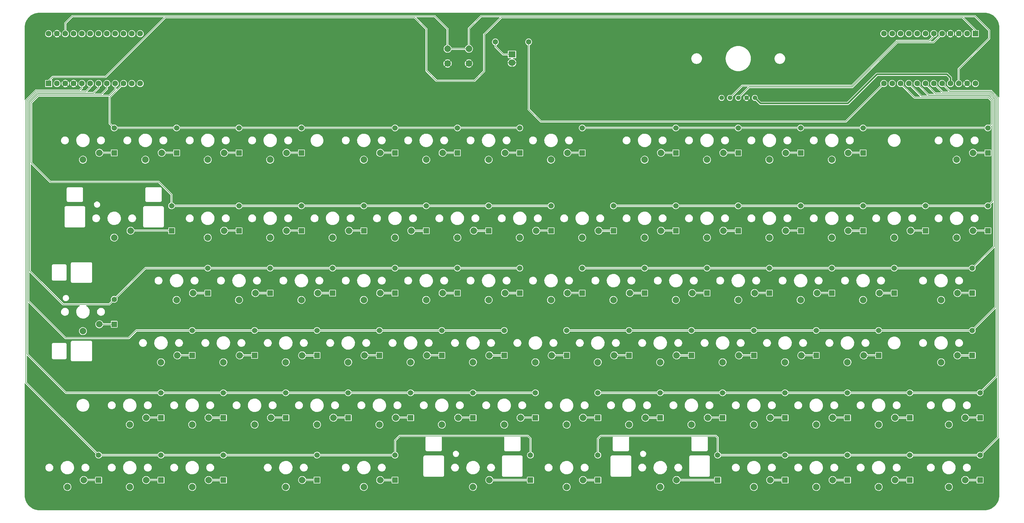
<source format=gbr>
%TF.GenerationSoftware,KiCad,Pcbnew,(6.0.2)*%
%TF.CreationDate,2022-03-06T23:14:37-03:00*%
%TF.ProjectId,BitterDev,42697474-6572-4446-9576-2e6b69636164,V1.1.0*%
%TF.SameCoordinates,Original*%
%TF.FileFunction,Copper,L1,Top*%
%TF.FilePolarity,Positive*%
%FSLAX46Y46*%
G04 Gerber Fmt 4.6, Leading zero omitted, Abs format (unit mm)*
G04 Created by KiCad (PCBNEW (6.0.2)) date 2022-03-06 23:14:37*
%MOMM*%
%LPD*%
G01*
G04 APERTURE LIST*
%TA.AperFunction,ComponentPad*%
%ADD10C,1.651000*%
%TD*%
%TA.AperFunction,ComponentPad*%
%ADD11R,1.651000X1.651000*%
%TD*%
%TA.AperFunction,ComponentPad*%
%ADD12R,1.752600X1.752600*%
%TD*%
%TA.AperFunction,ComponentPad*%
%ADD13C,1.752600*%
%TD*%
%TA.AperFunction,ComponentPad*%
%ADD14C,2.000000*%
%TD*%
%TA.AperFunction,ComponentPad*%
%ADD15O,2.159000X1.905000*%
%TD*%
%TA.AperFunction,ComponentPad*%
%ADD16R,2.159000X1.905000*%
%TD*%
%TA.AperFunction,ComponentPad*%
%ADD17C,1.400000*%
%TD*%
%TA.AperFunction,Conductor*%
%ADD18C,0.200000*%
%TD*%
%TA.AperFunction,Conductor*%
%ADD19C,0.500000*%
%TD*%
G04 APERTURE END LIST*
D10*
%TO.P,D_6,1,K*%
%TO.N,row0b*%
X171037472Y-68427499D03*
D11*
%TO.P,D_6,2,A*%
%TO.N,Net-(D_6-Pad2)*%
X171037472Y-76047499D03*
%TD*%
D10*
%TO.P,D_71,1,K*%
%TO.N,row5a*%
X251999972Y-168439999D03*
D11*
%TO.P,D_71,2,A*%
%TO.N,Net-(D_71-Pad2)*%
X251999972Y-176059999D03*
%TD*%
D10*
%TO.P,D_58,1,K*%
%TO.N,row4a*%
X232949972Y-149389999D03*
D11*
%TO.P,D_58,2,A*%
%TO.N,Net-(D_58-Pad2)*%
X232949972Y-157009999D03*
%TD*%
D10*
%TO.P,D_52,1,K*%
%TO.N,row3b*%
X90074972Y-130339999D03*
D11*
%TO.P,D_52,2,A*%
%TO.N,Net-(D_52-Pad2)*%
X90074972Y-137959999D03*
%TD*%
D10*
%TO.P,D_23,1,K*%
%TO.N,row1b*%
X123412472Y-92239999D03*
D11*
%TO.P,D_23,2,A*%
%TO.N,Net-(D_23-Pad2)*%
X123412472Y-99859999D03*
%TD*%
D10*
%TO.P,D_40,1,K*%
%TO.N,row2b*%
X47212472Y-120814999D03*
D11*
%TO.P,D_40,2,A*%
%TO.N,Net-(D_40-Pad2)*%
X47212472Y-128434999D03*
%TD*%
D10*
%TO.P,D_1,1,K*%
%TO.N,row0a*%
X275812472Y-68427499D03*
D11*
%TO.P,D_1,2,A*%
%TO.N,Net-(D_1-Pad2)*%
X275812472Y-76047499D03*
%TD*%
D10*
%TO.P,D_42,1,K*%
%TO.N,row3a*%
X280574972Y-130339999D03*
D11*
%TO.P,D_42,2,A*%
%TO.N,Net-(D_42-Pad2)*%
X280574972Y-137959999D03*
%TD*%
D10*
%TO.P,D_10,1,K*%
%TO.N,row0b*%
X85312472Y-68427499D03*
D11*
%TO.P,D_10,2,A*%
%TO.N,Net-(D_10-Pad2)*%
X85312472Y-76047499D03*
%TD*%
D10*
%TO.P,D_5,1,K*%
%TO.N,row0a*%
X190087472Y-68427499D03*
D11*
%TO.P,D_5,2,A*%
%TO.N,Net-(D_5-Pad2)*%
X190087472Y-76047499D03*
%TD*%
D10*
%TO.P,D_17,1,K*%
%TO.N,row1a*%
X237712472Y-92239999D03*
D11*
%TO.P,D_17,2,A*%
%TO.N,Net-(D_17-Pad2)*%
X237712472Y-99859999D03*
%TD*%
D10*
%TO.P,D_35,1,K*%
%TO.N,row2b*%
X151987472Y-111289999D03*
D11*
%TO.P,D_35,2,A*%
%TO.N,Net-(D_35-Pad2)*%
X151987472Y-118909999D03*
%TD*%
D10*
%TO.P,D_65,1,K*%
%TO.N,row4b*%
X99599972Y-149389999D03*
D11*
%TO.P,D_65,2,A*%
%TO.N,Net-(D_65-Pad2)*%
X99599972Y-157009999D03*
%TD*%
D10*
%TO.P,D_29,1,K*%
%TO.N,row2a*%
X266287472Y-111289999D03*
D11*
%TO.P,D_29,2,A*%
%TO.N,Net-(D_29-Pad2)*%
X266287472Y-118909999D03*
%TD*%
D10*
%TO.P,R1,1*%
%TO.N,CAPS*%
X173736222Y-42149999D03*
%TO.P,R1,2*%
%TO.N,Net-(D_LED1-Pad2)*%
X163576222Y-42149999D03*
%TD*%
%TO.P,D_62,1,K*%
%TO.N,row4b*%
X156749972Y-149389999D03*
D11*
%TO.P,D_62,2,A*%
%TO.N,Net-(D_62-Pad2)*%
X156749972Y-157009999D03*
%TD*%
D10*
%TO.P,D_14,1,K*%
%TO.N,row1a*%
X294862472Y-92239999D03*
D11*
%TO.P,D_14,2,A*%
%TO.N,Net-(D_14-Pad2)*%
X294862472Y-99859999D03*
%TD*%
D10*
%TO.P,D_47,1,K*%
%TO.N,row3a*%
X185324972Y-130339999D03*
D11*
%TO.P,D_47,2,A*%
%TO.N,Net-(D_47-Pad2)*%
X185324972Y-137959999D03*
%TD*%
D10*
%TO.P,D_54,1,K*%
%TO.N,row4a*%
X311531222Y-149389999D03*
D11*
%TO.P,D_54,2,A*%
%TO.N,Net-(D_54-Pad2)*%
X311531222Y-157009999D03*
%TD*%
D10*
%TO.P,D_2,1,K*%
%TO.N,row0a*%
X256762472Y-68427499D03*
D11*
%TO.P,D_2,2,A*%
%TO.N,Net-(D_2-Pad2)*%
X256762472Y-76047499D03*
%TD*%
D10*
%TO.P,D_68,1,K*%
%TO.N,row5a*%
X311531222Y-168439999D03*
D11*
%TO.P,D_68,2,A*%
%TO.N,Net-(D_68-Pad2)*%
X311531222Y-176059999D03*
%TD*%
D10*
%TO.P,D_30,1,K*%
%TO.N,row2a*%
X247237472Y-111289999D03*
D11*
%TO.P,D_30,2,A*%
%TO.N,Net-(D_30-Pad2)*%
X247237472Y-118909999D03*
%TD*%
D10*
%TO.P,D_36,1,K*%
%TO.N,row2b*%
X132937472Y-111289999D03*
D11*
%TO.P,D_36,2,A*%
%TO.N,Net-(D_36-Pad2)*%
X132937472Y-118909999D03*
%TD*%
D10*
%TO.P,D_19,1,K*%
%TO.N,row1a*%
X199612472Y-92239999D03*
D11*
%TO.P,D_19,2,A*%
%TO.N,Net-(D_19-Pad2)*%
X199612472Y-99859999D03*
%TD*%
D10*
%TO.P,D_70,1,K*%
%TO.N,row5a*%
X271049972Y-168439999D03*
D11*
%TO.P,D_70,2,A*%
%TO.N,Net-(D_70-Pad2)*%
X271049972Y-176059999D03*
%TD*%
D10*
%TO.P,D_75,1,K*%
%TO.N,row5b*%
X132937472Y-168439999D03*
D11*
%TO.P,D_75,2,A*%
%TO.N,Net-(D_75-Pad2)*%
X132937472Y-176059999D03*
%TD*%
D10*
%TO.P,D_11,1,K*%
%TO.N,row0b*%
X66262472Y-68427499D03*
D11*
%TO.P,D_11,2,A*%
%TO.N,Net-(D_11-Pad2)*%
X66262472Y-76047499D03*
%TD*%
D10*
%TO.P,D_46,1,K*%
%TO.N,row3a*%
X204374972Y-130339999D03*
D11*
%TO.P,D_46,2,A*%
%TO.N,Net-(D_46-Pad2)*%
X204374972Y-137959999D03*
%TD*%
D10*
%TO.P,D_16,1,K*%
%TO.N,row1a*%
X256762472Y-92239999D03*
D11*
%TO.P,D_16,2,A*%
%TO.N,Net-(D_16-Pad2)*%
X256762472Y-99859999D03*
%TD*%
D10*
%TO.P,D_77,1,K*%
%TO.N,row5b*%
X80549972Y-168439999D03*
D11*
%TO.P,D_77,2,A*%
%TO.N,Net-(D_77-Pad2)*%
X80549972Y-176059999D03*
%TD*%
D10*
%TO.P,D_69,1,K*%
%TO.N,row5a*%
X290099972Y-168439999D03*
D11*
%TO.P,D_69,2,A*%
%TO.N,Net-(D_69-Pad2)*%
X290099972Y-176059999D03*
%TD*%
D10*
%TO.P,D_50,1,K*%
%TO.N,row3b*%
X128174972Y-130339999D03*
D11*
%TO.P,D_50,2,A*%
%TO.N,Net-(D_50-Pad2)*%
X128174972Y-137959999D03*
%TD*%
D10*
%TO.P,D_78,1,K*%
%TO.N,row5b*%
X61499972Y-168439999D03*
D11*
%TO.P,D_78,2,A*%
%TO.N,Net-(D_78-Pad2)*%
X61499972Y-176059999D03*
%TD*%
D10*
%TO.P,D_32,1,K*%
%TO.N,row2a*%
X209137472Y-111289999D03*
D11*
%TO.P,D_32,2,A*%
%TO.N,Net-(D_32-Pad2)*%
X209137472Y-118909999D03*
%TD*%
D10*
%TO.P,D_59,1,K*%
%TO.N,row4a*%
X213899972Y-149389999D03*
D11*
%TO.P,D_59,2,A*%
%TO.N,Net-(D_59-Pad2)*%
X213899972Y-157009999D03*
%TD*%
D10*
%TO.P,D_53,1,K*%
%TO.N,row3b*%
X71024972Y-130339999D03*
D11*
%TO.P,D_53,2,A*%
%TO.N,Net-(D_53-Pad2)*%
X71024972Y-137959999D03*
%TD*%
D10*
%TO.P,D_41,1,K*%
%TO.N,row3a*%
X309149972Y-130339999D03*
D11*
%TO.P,D_41,2,A*%
%TO.N,Net-(D_41-Pad2)*%
X309149972Y-137959999D03*
%TD*%
D10*
%TO.P,D_49,1,K*%
%TO.N,row3b*%
X147224972Y-130339999D03*
D11*
%TO.P,D_49,2,A*%
%TO.N,Net-(D_49-Pad2)*%
X147224972Y-137959999D03*
%TD*%
D10*
%TO.P,D_20,1,K*%
%TO.N,row1b*%
X180562472Y-92239999D03*
D11*
%TO.P,D_20,2,A*%
%TO.N,Net-(D_20-Pad2)*%
X180562472Y-99859999D03*
%TD*%
D10*
%TO.P,D_24,1,K*%
%TO.N,row1b*%
X104362472Y-92239999D03*
D11*
%TO.P,D_24,2,A*%
%TO.N,Net-(D_24-Pad2)*%
X104362472Y-99859999D03*
%TD*%
D10*
%TO.P,D_18,1,K*%
%TO.N,row1a*%
X218662472Y-92239999D03*
D11*
%TO.P,D_18,2,A*%
%TO.N,Net-(D_18-Pad2)*%
X218662472Y-99859999D03*
%TD*%
D10*
%TO.P,D_37,1,K*%
%TO.N,row2b*%
X113887472Y-111289999D03*
D11*
%TO.P,D_37,2,A*%
%TO.N,Net-(D_37-Pad2)*%
X113887472Y-118909999D03*
%TD*%
D10*
%TO.P,D_9,1,K*%
%TO.N,row0b*%
X104362472Y-68427499D03*
D11*
%TO.P,D_9,2,A*%
%TO.N,Net-(D_9-Pad2)*%
X104362472Y-76047499D03*
%TD*%
D12*
%TO.P,U1,1,TX0/PD3*%
%TO.N,DATA*%
X310102722Y-39617499D03*
D13*
%TO.P,U1,2,RX1/PD2*%
%TO.N,unconnected-(U1-Pad2)*%
X307562722Y-39617499D03*
%TO.P,U1,3,GND*%
%TO.N,GND*%
X305022722Y-39617499D03*
%TO.P,U1,4,GND*%
X302482722Y-39617499D03*
%TO.P,U1,5,2/PD1*%
%TO.N,ENC_A*%
X299942722Y-39617499D03*
%TO.P,U1,6,3/PD0*%
%TO.N,ENC_B*%
X297402722Y-39617499D03*
%TO.P,U1,7,4/PD4*%
%TO.N,col1*%
X294862722Y-39617499D03*
%TO.P,U1,8,5/PC6*%
%TO.N,col2*%
X292322722Y-39617499D03*
%TO.P,U1,9,6/PD7*%
%TO.N,col3*%
X289782722Y-39617499D03*
%TO.P,U1,10,7/PE6*%
%TO.N,col4*%
X287242722Y-39617499D03*
%TO.P,U1,11,8/PB4*%
%TO.N,col5*%
X284702722Y-39617499D03*
%TO.P,U1,12,9/PB5*%
%TO.N,col6*%
X282162722Y-39617499D03*
%TO.P,U1,13,10/PB6*%
%TO.N,CAPS*%
X282162722Y-54857499D03*
%TO.P,U1,14,16/PB2*%
%TO.N,col0*%
X284702722Y-54857499D03*
%TO.P,U1,15,14/PB3*%
%TO.N,row0a*%
X287242722Y-54857499D03*
%TO.P,U1,16,15/PB1*%
%TO.N,row1a*%
X289782722Y-54857499D03*
%TO.P,U1,17,A0/PF7*%
%TO.N,row2a*%
X292322722Y-54857499D03*
%TO.P,U1,18,A1/PF6*%
%TO.N,row3a*%
X294862722Y-54857499D03*
%TO.P,U1,19,A2/PF5*%
%TO.N,row4a*%
X297402722Y-54857499D03*
%TO.P,U1,20,A3/PF4*%
%TO.N,row5a*%
X299942722Y-54857499D03*
%TO.P,U1,21,VCC*%
%TO.N,VCC*%
X302482722Y-54857499D03*
%TO.P,U1,22,RST*%
%TO.N,RST*%
X305022722Y-54857499D03*
%TO.P,U1,23,GND*%
%TO.N,GND*%
X307562722Y-54857499D03*
%TO.P,U1,24,RAW*%
%TO.N,unconnected-(U1-Pad24)*%
X310102722Y-54857499D03*
%TD*%
D10*
%TO.P,D_57,1,K*%
%TO.N,row4a*%
X251999972Y-149389999D03*
D11*
%TO.P,D_57,2,A*%
%TO.N,Net-(D_57-Pad2)*%
X251999972Y-157009999D03*
%TD*%
D10*
%TO.P,D_27,1,K*%
%TO.N,row2a*%
X309149972Y-111289999D03*
D11*
%TO.P,D_27,2,A*%
%TO.N,Net-(D_27-Pad2)*%
X309149972Y-118909999D03*
%TD*%
D10*
%TO.P,D_7,1,K*%
%TO.N,row0b*%
X151987472Y-68427499D03*
D11*
%TO.P,D_7,2,A*%
%TO.N,Net-(D_7-Pad2)*%
X151987472Y-76047499D03*
%TD*%
D10*
%TO.P,D_38,1,K*%
%TO.N,row2b*%
X94837472Y-111289999D03*
D11*
%TO.P,D_38,2,A*%
%TO.N,Net-(D_38-Pad2)*%
X94837472Y-118909999D03*
%TD*%
D10*
%TO.P,D_31,1,K*%
%TO.N,row2a*%
X228187472Y-111289999D03*
D11*
%TO.P,D_31,2,A*%
%TO.N,Net-(D_31-Pad2)*%
X228187472Y-118909999D03*
%TD*%
D10*
%TO.P,D_34,1,K*%
%TO.N,row2b*%
X171037472Y-111289999D03*
D11*
%TO.P,D_34,2,A*%
%TO.N,Net-(D_34-Pad2)*%
X171037472Y-118909999D03*
%TD*%
D10*
%TO.P,D_72,1,K*%
%TO.N,row5a*%
X231424472Y-168439999D03*
D11*
%TO.P,D_72,2,A*%
%TO.N,Net-(D_72-Pad2)*%
X231424472Y-176059999D03*
%TD*%
D10*
%TO.P,D_43,1,K*%
%TO.N,row3a*%
X261524972Y-130339999D03*
D11*
%TO.P,D_43,2,A*%
%TO.N,Net-(D_43-Pad2)*%
X261524972Y-137959999D03*
%TD*%
D10*
%TO.P,D_12,1,K*%
%TO.N,row0b*%
X47212472Y-68427499D03*
D11*
%TO.P,D_12,2,A*%
%TO.N,Net-(D_12-Pad2)*%
X47212472Y-76047499D03*
%TD*%
D10*
%TO.P,D_63,1,K*%
%TO.N,row4b*%
X137699972Y-149389999D03*
D11*
%TO.P,D_63,2,A*%
%TO.N,Net-(D_63-Pad2)*%
X137699972Y-157009999D03*
%TD*%
D10*
%TO.P,D_21,1,K*%
%TO.N,row1b*%
X161512472Y-92239999D03*
D11*
%TO.P,D_21,2,A*%
%TO.N,Net-(D_21-Pad2)*%
X161512472Y-99859999D03*
%TD*%
D10*
%TO.P,D_48,1,K*%
%TO.N,row3b*%
X166274972Y-130339999D03*
D11*
%TO.P,D_48,2,A*%
%TO.N,Net-(D_48-Pad2)*%
X166274972Y-137959999D03*
%TD*%
D10*
%TO.P,D_61,1,K*%
%TO.N,row4b*%
X175799972Y-149389999D03*
D11*
%TO.P,D_61,2,A*%
%TO.N,Net-(D_61-Pad2)*%
X175799972Y-157009999D03*
%TD*%
D10*
%TO.P,D_26,1,K*%
%TO.N,row1b*%
X64737472Y-92239999D03*
D11*
%TO.P,D_26,2,A*%
%TO.N,Net-(D_26-Pad2)*%
X64737472Y-99859999D03*
%TD*%
D10*
%TO.P,D_0,1,K*%
%TO.N,row0a*%
X313912472Y-68427499D03*
D11*
%TO.P,D_0,2,A*%
%TO.N,Net-(D_0-Pad2)*%
X313912472Y-76047499D03*
%TD*%
D10*
%TO.P,D_74,1,K*%
%TO.N,row5b*%
X174274972Y-168439999D03*
D11*
%TO.P,D_74,2,A*%
%TO.N,Net-(D_74-Pad2)*%
X174274972Y-176059999D03*
%TD*%
D10*
%TO.P,D_64,1,K*%
%TO.N,row4b*%
X118649972Y-149389999D03*
D11*
%TO.P,D_64,2,A*%
%TO.N,Net-(D_64-Pad2)*%
X118649972Y-157009999D03*
%TD*%
D10*
%TO.P,D_56,1,K*%
%TO.N,row4a*%
X271049972Y-149389999D03*
D11*
%TO.P,D_56,2,A*%
%TO.N,Net-(D_56-Pad2)*%
X271049972Y-157009999D03*
%TD*%
D10*
%TO.P,D_67,1,K*%
%TO.N,row4b*%
X61499972Y-149389999D03*
D11*
%TO.P,D_67,2,A*%
%TO.N,Net-(D_67-Pad2)*%
X61499972Y-157009999D03*
%TD*%
D10*
%TO.P,D_44,1,K*%
%TO.N,row3a*%
X242474972Y-130339999D03*
D11*
%TO.P,D_44,2,A*%
%TO.N,Net-(D_44-Pad2)*%
X242474972Y-137959999D03*
%TD*%
D10*
%TO.P,D_60,1,K*%
%TO.N,row4a*%
X194849972Y-149389999D03*
D11*
%TO.P,D_60,2,A*%
%TO.N,Net-(D_60-Pad2)*%
X194849972Y-157009999D03*
%TD*%
D10*
%TO.P,D_15,1,K*%
%TO.N,row1a*%
X275812472Y-92239999D03*
D11*
%TO.P,D_15,2,A*%
%TO.N,Net-(D_15-Pad2)*%
X275812472Y-99859999D03*
%TD*%
D10*
%TO.P,D_45,1,K*%
%TO.N,row3a*%
X223424972Y-130339999D03*
D11*
%TO.P,D_45,2,A*%
%TO.N,Net-(D_45-Pad2)*%
X223424972Y-137959999D03*
%TD*%
D12*
%TO.P,U2,1,TX0/PD3*%
%TO.N,DATA*%
X27209722Y-54857499D03*
D13*
%TO.P,U2,2,RX1/PD2*%
%TO.N,unconnected-(U2-Pad2)*%
X29749722Y-54857499D03*
%TO.P,U2,3,GND*%
%TO.N,GND*%
X32289722Y-54857499D03*
%TO.P,U2,4,GND*%
X34829722Y-54857499D03*
%TO.P,U2,5,2/PD1*%
%TO.N,row5b*%
X37369722Y-54857499D03*
%TO.P,U2,6,3/PD0*%
%TO.N,row4b*%
X39909722Y-54857499D03*
%TO.P,U2,7,4/PD4*%
%TO.N,row3b*%
X42449722Y-54857499D03*
%TO.P,U2,8,5/PC6*%
%TO.N,row2b*%
X44989722Y-54857499D03*
%TO.P,U2,9,6/PD7*%
%TO.N,row1b*%
X47529722Y-54857499D03*
%TO.P,U2,10,7/PE6*%
%TO.N,row0b*%
X50069722Y-54857499D03*
%TO.P,U2,11,8/PB4*%
%TO.N,col13*%
X52609722Y-54857499D03*
%TO.P,U2,12,9/PB5*%
%TO.N,col12*%
X55149722Y-54857499D03*
%TO.P,U2,13,10/PB6*%
%TO.N,unconnected-(U2-Pad13)*%
X55149722Y-39617499D03*
%TO.P,U2,14,16/PB2*%
%TO.N,unconnected-(U2-Pad14)*%
X52609722Y-39617499D03*
%TO.P,U2,15,14/PB3*%
%TO.N,unconnected-(U2-Pad15)*%
X50069722Y-39617499D03*
%TO.P,U2,16,15/PB1*%
%TO.N,col7*%
X47529722Y-39617499D03*
%TO.P,U2,17,A0/PF7*%
%TO.N,col8*%
X44989722Y-39617499D03*
%TO.P,U2,18,A1/PF6*%
%TO.N,col9*%
X42449722Y-39617499D03*
%TO.P,U2,19,A2/PF5*%
%TO.N,col10*%
X39909722Y-39617499D03*
%TO.P,U2,20,A3/PF4*%
%TO.N,col11*%
X37369722Y-39617499D03*
%TO.P,U2,21,VCC*%
%TO.N,VCC*%
X34829722Y-39617499D03*
%TO.P,U2,22,RST*%
%TO.N,RST*%
X32289722Y-39617499D03*
%TO.P,U2,23,GND*%
%TO.N,GND*%
X29749722Y-39617499D03*
%TO.P,U2,24,RAW*%
%TO.N,unconnected-(U2-Pad24)*%
X27209722Y-39617499D03*
%TD*%
D10*
%TO.P,D_33,1,K*%
%TO.N,row2a*%
X190087472Y-111289999D03*
D11*
%TO.P,D_33,2,A*%
%TO.N,Net-(D_33-Pad2)*%
X190087472Y-118909999D03*
%TD*%
D10*
%TO.P,D_51,1,K*%
%TO.N,row3b*%
X109124972Y-130339999D03*
D11*
%TO.P,D_51,2,A*%
%TO.N,Net-(D_51-Pad2)*%
X109124972Y-137959999D03*
%TD*%
D10*
%TO.P,D_55,1,K*%
%TO.N,row4a*%
X290099972Y-149389999D03*
D11*
%TO.P,D_55,2,A*%
%TO.N,Net-(D_55-Pad2)*%
X290099972Y-157009999D03*
%TD*%
D10*
%TO.P,D_25,1,K*%
%TO.N,row1b*%
X85312472Y-92239999D03*
D11*
%TO.P,D_25,2,A*%
%TO.N,Net-(D_25-Pad2)*%
X85312472Y-99859999D03*
%TD*%
D10*
%TO.P,D_66,1,K*%
%TO.N,row4b*%
X80549972Y-149389999D03*
D11*
%TO.P,D_66,2,A*%
%TO.N,Net-(D_66-Pad2)*%
X80549972Y-157009999D03*
%TD*%
D10*
%TO.P,D_73,1,K*%
%TO.N,row5a*%
X194849472Y-168439999D03*
D11*
%TO.P,D_73,2,A*%
%TO.N,Net-(D_73-Pad2)*%
X194849472Y-176059999D03*
%TD*%
D10*
%TO.P,D_22,1,K*%
%TO.N,row1b*%
X142462472Y-92239999D03*
D11*
%TO.P,D_22,2,A*%
%TO.N,Net-(D_22-Pad2)*%
X142462472Y-99859999D03*
%TD*%
D10*
%TO.P,D_8,1,K*%
%TO.N,row0b*%
X132937472Y-68427499D03*
D11*
%TO.P,D_8,2,A*%
%TO.N,Net-(D_8-Pad2)*%
X132937472Y-76047499D03*
%TD*%
D10*
%TO.P,D_3,1,K*%
%TO.N,row0a*%
X237712472Y-68427499D03*
D11*
%TO.P,D_3,2,A*%
%TO.N,Net-(D_3-Pad2)*%
X237712472Y-76047499D03*
%TD*%
D10*
%TO.P,D_39,1,K*%
%TO.N,row2b*%
X75787472Y-111289999D03*
D11*
%TO.P,D_39,2,A*%
%TO.N,Net-(D_39-Pad2)*%
X75787472Y-118909999D03*
%TD*%
D10*
%TO.P,D_4,1,K*%
%TO.N,row0a*%
X218662472Y-68427499D03*
D11*
%TO.P,D_4,2,A*%
%TO.N,Net-(D_4-Pad2)*%
X218662472Y-76047499D03*
%TD*%
D10*
%TO.P,D_79,1,K*%
%TO.N,row5b*%
X42449972Y-168439999D03*
D11*
%TO.P,D_79,2,A*%
%TO.N,Net-(D_79-Pad2)*%
X42449972Y-176059999D03*
%TD*%
D10*
%TO.P,D_28,1,K*%
%TO.N,row2a*%
X285337472Y-111289999D03*
D11*
%TO.P,D_28,2,A*%
%TO.N,Net-(D_28-Pad2)*%
X285337472Y-118909999D03*
%TD*%
D14*
%TO.P,SW1,1,1*%
%TO.N,RST*%
X155487472Y-44237499D03*
X148987472Y-44237499D03*
%TO.P,SW1,2,2*%
%TO.N,GND*%
X155487472Y-48737499D03*
X148987472Y-48737499D03*
%TD*%
D10*
%TO.P,D_13,1,K*%
%TO.N,row1a*%
X313912472Y-92239999D03*
D11*
%TO.P,D_13,2,A*%
%TO.N,Net-(D_13-Pad2)*%
X313912472Y-99859999D03*
%TD*%
D10*
%TO.P,D_76,1,K*%
%TO.N,row5b*%
X109124972Y-168439999D03*
D11*
%TO.P,D_76,2,A*%
%TO.N,Net-(D_76-Pad2)*%
X109124972Y-176059999D03*
%TD*%
D14*
%TO.P,K_65,1,COL*%
%TO.N,col11*%
X90074972Y-159099999D03*
%TO.P,K_65,2,ROW*%
%TO.N,Net-(D_65-Pad2)*%
X95074972Y-156999999D03*
%TD*%
%TO.P,K_49,1,COL*%
%TO.N,col8*%
X137699972Y-140049999D03*
%TO.P,K_49,2,ROW*%
%TO.N,Net-(D_49-Pad2)*%
X142699972Y-137949999D03*
%TD*%
%TO.P,K_0,1,COL*%
%TO.N,col0*%
X304387472Y-78137499D03*
%TO.P,K_0,2,ROW*%
%TO.N,Net-(D_0-Pad2)*%
X309387472Y-76037499D03*
%TD*%
%TO.P,K_32,1,COL*%
%TO.N,col5*%
X199612472Y-120999999D03*
%TO.P,K_32,2,ROW*%
%TO.N,Net-(D_32-Pad2)*%
X204612472Y-118899999D03*
%TD*%
%TO.P,K_1,1,COL*%
%TO.N,col2*%
X266287472Y-78137499D03*
%TO.P,K_1,2,ROW*%
%TO.N,Net-(D_1-Pad2)*%
X271287472Y-76037499D03*
%TD*%
%TO.P,K_39,1,COL*%
%TO.N,col12*%
X66262472Y-120999999D03*
%TO.P,K_39,2,ROW*%
%TO.N,Net-(D_39-Pad2)*%
X71262472Y-118899999D03*
%TD*%
%TO.P,K_29,1,COL*%
%TO.N,col2*%
X256762472Y-120999999D03*
%TO.P,K_29,2,ROW*%
%TO.N,Net-(D_29-Pad2)*%
X261762472Y-118899999D03*
%TD*%
%TO.P,K_35,1,COL*%
%TO.N,col8*%
X142462472Y-120999999D03*
%TO.P,K_35,2,ROW*%
%TO.N,Net-(D_35-Pad2)*%
X147462472Y-118899999D03*
%TD*%
%TO.P,K_54,1,COL*%
%TO.N,col0*%
X302006222Y-159099999D03*
%TO.P,K_54,2,ROW*%
%TO.N,Net-(D_54-Pad2)*%
X307006222Y-156999999D03*
%TD*%
D15*
%TO.P,D_LED1,1,K*%
%TO.N,GND*%
X168656222Y-48507499D03*
D16*
%TO.P,D_LED1,2,A*%
%TO.N,Net-(D_LED1-Pad2)*%
X168656222Y-45967499D03*
%TD*%
D14*
%TO.P,K_47,1,COL*%
%TO.N,col6*%
X175799972Y-140049999D03*
%TO.P,K_47,2,ROW*%
%TO.N,Net-(D_47-Pad2)*%
X180799972Y-137949999D03*
%TD*%
%TO.P,K_45,1,COL*%
%TO.N,col4*%
X213899972Y-140049999D03*
%TO.P,K_45,2,ROW*%
%TO.N,Net-(D_45-Pad2)*%
X218899972Y-137949999D03*
%TD*%
%TO.P,K_21,1,COL*%
%TO.N,col8*%
X151987472Y-101949999D03*
%TO.P,K_21,2,ROW*%
%TO.N,Net-(D_21-Pad2)*%
X156987472Y-99849999D03*
%TD*%
%TO.P,K_4,1,COL*%
%TO.N,col5*%
X209137472Y-78137499D03*
%TO.P,K_4,2,ROW*%
%TO.N,Net-(D_4-Pad2)*%
X214137472Y-76037499D03*
%TD*%
%TO.P,K_48,1,COL*%
%TO.N,col7*%
X156749972Y-140049999D03*
%TO.P,K_48,2,ROW*%
%TO.N,Net-(D_48-Pad2)*%
X161749972Y-137949999D03*
%TD*%
%TO.P,K_41,1,COL*%
%TO.N,col0*%
X299624972Y-140049999D03*
%TO.P,K_41,2,ROW*%
%TO.N,Net-(D_41-Pad2)*%
X304624972Y-137949999D03*
%TD*%
%TO.P,K_2,1,COL*%
%TO.N,col3*%
X247237472Y-78137499D03*
%TO.P,K_2,2,ROW*%
%TO.N,Net-(D_2-Pad2)*%
X252237472Y-76037499D03*
%TD*%
%TO.P,K_68,1,COL*%
%TO.N,col0*%
X302006222Y-178149999D03*
%TO.P,K_68,2,ROW*%
%TO.N,Net-(D_68-Pad2)*%
X307006222Y-176049999D03*
%TD*%
%TO.P,K_10,1,COL*%
%TO.N,col11*%
X75787472Y-78137499D03*
%TO.P,K_10,2,ROW*%
%TO.N,Net-(D_10-Pad2)*%
X80787472Y-76037499D03*
%TD*%
%TO.P,K_9,1,COL*%
%TO.N,col10*%
X94837472Y-78137499D03*
%TO.P,K_9,2,ROW*%
%TO.N,Net-(D_9-Pad2)*%
X99837472Y-76037499D03*
%TD*%
%TO.P,K_40,1,COL*%
%TO.N,col13*%
X37687472Y-130524999D03*
%TO.P,K_40,2,ROW*%
%TO.N,Net-(D_40-Pad2)*%
X42687472Y-128424999D03*
%TD*%
%TO.P,K_25,1,COL*%
%TO.N,col12*%
X75787472Y-101949999D03*
%TO.P,K_25,2,ROW*%
%TO.N,Net-(D_25-Pad2)*%
X80787472Y-99849999D03*
%TD*%
%TO.P,K_3,1,COL*%
%TO.N,col4*%
X228187472Y-78137499D03*
%TO.P,K_3,2,ROW*%
%TO.N,Net-(D_3-Pad2)*%
X233187472Y-76037499D03*
%TD*%
%TO.P,K_79,1,COL*%
%TO.N,col13*%
X32924972Y-178149999D03*
%TO.P,K_79,2,ROW*%
%TO.N,Net-(D_79-Pad2)*%
X37924972Y-176049999D03*
%TD*%
%TO.P,K_13,1,COL*%
%TO.N,col0*%
X304387472Y-101949999D03*
%TO.P,K_13,2,ROW*%
%TO.N,Net-(D_13-Pad2)*%
X309387472Y-99849999D03*
%TD*%
%TO.P,K_51,1,COL*%
%TO.N,col10*%
X99599972Y-140049999D03*
%TO.P,K_51,2,ROW*%
%TO.N,Net-(D_51-Pad2)*%
X104599972Y-137949999D03*
%TD*%
%TO.P,K_17,1,COL*%
%TO.N,col4*%
X228187472Y-101949999D03*
%TO.P,K_17,2,ROW*%
%TO.N,Net-(D_17-Pad2)*%
X233187472Y-99849999D03*
%TD*%
%TO.P,K_15,1,COL*%
%TO.N,col2*%
X266287472Y-101949999D03*
%TO.P,K_15,2,ROW*%
%TO.N,Net-(D_15-Pad2)*%
X271287472Y-99849999D03*
%TD*%
%TO.P,K_44,1,COL*%
%TO.N,col3*%
X232949972Y-140049999D03*
%TO.P,K_44,2,ROW*%
%TO.N,Net-(D_44-Pad2)*%
X237949972Y-137949999D03*
%TD*%
%TO.P,K_31,1,COL*%
%TO.N,col4*%
X218662472Y-120999999D03*
%TO.P,K_31,2,ROW*%
%TO.N,Net-(D_31-Pad2)*%
X223662472Y-118899999D03*
%TD*%
%TO.P,K_77,1,COL*%
%TO.N,col11*%
X71024972Y-178149999D03*
%TO.P,K_77,2,ROW*%
%TO.N,Net-(D_77-Pad2)*%
X76024972Y-176049999D03*
%TD*%
%TO.P,K_75,1,COL*%
%TO.N,col9*%
X123412472Y-178149999D03*
%TO.P,K_75,2,ROW*%
%TO.N,Net-(D_75-Pad2)*%
X128412472Y-176049999D03*
%TD*%
%TO.P,K_18,1,COL*%
%TO.N,col5*%
X209137472Y-101949999D03*
%TO.P,K_18,2,ROW*%
%TO.N,Net-(D_18-Pad2)*%
X214137472Y-99849999D03*
%TD*%
%TO.P,K_38,1,COL*%
%TO.N,col11*%
X85312472Y-120999999D03*
%TO.P,K_38,2,ROW*%
%TO.N,Net-(D_38-Pad2)*%
X90312472Y-118899999D03*
%TD*%
%TO.P,K_7,1,COL*%
%TO.N,col8*%
X142462472Y-78137499D03*
%TO.P,K_7,2,ROW*%
%TO.N,Net-(D_7-Pad2)*%
X147462472Y-76037499D03*
%TD*%
%TO.P,K_28,1,COL*%
%TO.N,col1*%
X275812472Y-120999999D03*
%TO.P,K_28,2,ROW*%
%TO.N,Net-(D_28-Pad2)*%
X280812472Y-118899999D03*
%TD*%
%TO.P,K_53,1,COL*%
%TO.N,col12*%
X61499972Y-140049999D03*
%TO.P,K_53,2,ROW*%
%TO.N,Net-(D_53-Pad2)*%
X66499972Y-137949999D03*
%TD*%
%TO.P,K_34,1,COL*%
%TO.N,col7*%
X161512472Y-120999999D03*
%TO.P,K_34,2,ROW*%
%TO.N,Net-(D_34-Pad2)*%
X166512472Y-118899999D03*
%TD*%
%TO.P,K_37,1,COL*%
%TO.N,col10*%
X104362472Y-120999999D03*
%TO.P,K_37,2,ROW*%
%TO.N,Net-(D_37-Pad2)*%
X109362472Y-118899999D03*
%TD*%
%TO.P,K_56,1,COL*%
%TO.N,col2*%
X261524972Y-159099999D03*
%TO.P,K_56,2,ROW*%
%TO.N,Net-(D_56-Pad2)*%
X266524972Y-156999999D03*
%TD*%
%TO.P,K_70,1,COL*%
%TO.N,col2*%
X261524972Y-178149999D03*
%TO.P,K_70,2,ROW*%
%TO.N,Net-(D_70-Pad2)*%
X266524972Y-176049999D03*
%TD*%
%TO.P,K_61,1,COL*%
%TO.N,col7*%
X166274972Y-159099999D03*
%TO.P,K_61,2,ROW*%
%TO.N,Net-(D_61-Pad2)*%
X171274972Y-156999999D03*
%TD*%
%TO.P,K_24,1,COL*%
%TO.N,col11*%
X94837472Y-101949999D03*
%TO.P,K_24,2,ROW*%
%TO.N,Net-(D_24-Pad2)*%
X99837472Y-99849999D03*
%TD*%
%TO.P,K_64,1,COL*%
%TO.N,col10*%
X109124972Y-159099999D03*
%TO.P,K_64,2,ROW*%
%TO.N,Net-(D_64-Pad2)*%
X114124972Y-156999999D03*
%TD*%
%TO.P,K_52,1,COL*%
%TO.N,col11*%
X80549972Y-140049999D03*
%TO.P,K_52,2,ROW*%
%TO.N,Net-(D_52-Pad2)*%
X85549972Y-137949999D03*
%TD*%
%TO.P,K_50,1,COL*%
%TO.N,col9*%
X118649972Y-140049999D03*
%TO.P,K_50,2,ROW*%
%TO.N,Net-(D_50-Pad2)*%
X123649972Y-137949999D03*
%TD*%
%TO.P,K_60,1,COL*%
%TO.N,col6*%
X185324972Y-159099999D03*
%TO.P,K_60,2,ROW*%
%TO.N,Net-(D_60-Pad2)*%
X190324972Y-156999999D03*
%TD*%
%TO.P,K_11,1,COL*%
%TO.N,col12*%
X56737472Y-78137499D03*
%TO.P,K_11,2,ROW*%
%TO.N,Net-(D_11-Pad2)*%
X61737472Y-76037499D03*
%TD*%
D17*
%TO.P,J1,1,VCC*%
%TO.N,VCC*%
X242792472Y-59252499D03*
%TO.P,J1,2,GND*%
%TO.N,GND*%
X240252472Y-59252499D03*
%TO.P,J1,3,A*%
%TO.N,ENC_A*%
X237712472Y-59252499D03*
%TO.P,J1,4,B*%
%TO.N,ENC_B*%
X235172472Y-59252499D03*
%TO.P,J1,5,C*%
%TO.N,unconnected-(J1-Pad5)*%
X232632472Y-59252499D03*
%TD*%
D14*
%TO.P,K_26,1,COL*%
%TO.N,col13*%
X47212472Y-101949999D03*
%TO.P,K_26,2,ROW*%
%TO.N,Net-(D_26-Pad2)*%
X52212472Y-99849999D03*
%TD*%
%TO.P,K_66,1,COL*%
%TO.N,col12*%
X71024972Y-159099999D03*
%TO.P,K_66,2,ROW*%
%TO.N,Net-(D_66-Pad2)*%
X76024972Y-156999999D03*
%TD*%
%TO.P,K_30,1,COL*%
%TO.N,col3*%
X237712472Y-120999999D03*
%TO.P,K_30,2,ROW*%
%TO.N,Net-(D_30-Pad2)*%
X242712472Y-118899999D03*
%TD*%
%TO.P,K_42,1,COL*%
%TO.N,col1*%
X271049972Y-140049999D03*
%TO.P,K_42,2,ROW*%
%TO.N,Net-(D_42-Pad2)*%
X276049972Y-137949999D03*
%TD*%
%TO.P,K_67,1,COL*%
%TO.N,col13*%
X51974972Y-159099999D03*
%TO.P,K_67,2,ROW*%
%TO.N,Net-(D_67-Pad2)*%
X56974972Y-156999999D03*
%TD*%
%TO.P,K_19,1,COL*%
%TO.N,col6*%
X190087472Y-101949999D03*
%TO.P,K_19,2,ROW*%
%TO.N,Net-(D_19-Pad2)*%
X195087472Y-99849999D03*
%TD*%
%TO.P,K_20,1,COL*%
%TO.N,col7*%
X171037472Y-101949999D03*
%TO.P,K_20,2,ROW*%
%TO.N,Net-(D_20-Pad2)*%
X176037472Y-99849999D03*
%TD*%
%TO.P,K_69,1,COL*%
%TO.N,col1*%
X280574972Y-178149999D03*
%TO.P,K_69,2,ROW*%
%TO.N,Net-(D_69-Pad2)*%
X285574972Y-176049999D03*
%TD*%
%TO.P,K_6,1,COL*%
%TO.N,col7*%
X161512472Y-78137499D03*
%TO.P,K_6,2,ROW*%
%TO.N,Net-(D_6-Pad2)*%
X166512472Y-76037499D03*
%TD*%
%TO.P,K_71,1,COL*%
%TO.N,col3*%
X242474972Y-178149999D03*
%TO.P,K_71,2,ROW*%
%TO.N,Net-(D_71-Pad2)*%
X247474972Y-176049999D03*
%TD*%
%TO.P,K_58,1,COL*%
%TO.N,col4*%
X223424972Y-159099999D03*
%TO.P,K_58,2,ROW*%
%TO.N,Net-(D_58-Pad2)*%
X228424972Y-156999999D03*
%TD*%
%TO.P,K_16,1,COL*%
%TO.N,col3*%
X247237472Y-101949999D03*
%TO.P,K_16,2,ROW*%
%TO.N,Net-(D_16-Pad2)*%
X252237472Y-99849999D03*
%TD*%
%TO.P,K_12,1,COL*%
%TO.N,col13*%
X37687472Y-78137499D03*
%TO.P,K_12,2,ROW*%
%TO.N,Net-(D_12-Pad2)*%
X42687472Y-76037499D03*
%TD*%
%TO.P,K_27,1,COL*%
%TO.N,col0*%
X299624972Y-120999999D03*
%TO.P,K_27,2,ROW*%
%TO.N,Net-(D_27-Pad2)*%
X304624972Y-118899999D03*
%TD*%
%TO.P,K_23,1,COL*%
%TO.N,col10*%
X113887472Y-101949999D03*
%TO.P,K_23,2,ROW*%
%TO.N,Net-(D_23-Pad2)*%
X118887472Y-99849999D03*
%TD*%
%TO.P,K_22,1,COL*%
%TO.N,col9*%
X132937472Y-101949999D03*
%TO.P,K_22,2,ROW*%
%TO.N,Net-(D_22-Pad2)*%
X137937472Y-99849999D03*
%TD*%
%TO.P,K_57,1,COL*%
%TO.N,col3*%
X242474972Y-159099999D03*
%TO.P,K_57,2,ROW*%
%TO.N,Net-(D_57-Pad2)*%
X247474972Y-156999999D03*
%TD*%
%TO.P,K_73,1,COL*%
%TO.N,col6*%
X185324472Y-178149999D03*
%TO.P,K_73,2,ROW*%
%TO.N,Net-(D_73-Pad2)*%
X190324472Y-176049999D03*
%TD*%
%TO.P,K_36,1,COL*%
%TO.N,col9*%
X123412472Y-120999999D03*
%TO.P,K_36,2,ROW*%
%TO.N,Net-(D_36-Pad2)*%
X128412472Y-118899999D03*
%TD*%
%TO.P,K_72,1,COL*%
%TO.N,col4*%
X213899472Y-178149999D03*
%TO.P,K_72,2,ROW*%
%TO.N,Net-(D_72-Pad2)*%
X218899472Y-176049999D03*
%TD*%
%TO.P,K_8,1,COL*%
%TO.N,col9*%
X123412472Y-78137499D03*
%TO.P,K_8,2,ROW*%
%TO.N,Net-(D_8-Pad2)*%
X128412472Y-76037499D03*
%TD*%
%TO.P,K_14,1,COL*%
%TO.N,col1*%
X285337472Y-101949999D03*
%TO.P,K_14,2,ROW*%
%TO.N,Net-(D_14-Pad2)*%
X290337472Y-99849999D03*
%TD*%
%TO.P,K_59,1,COL*%
%TO.N,col5*%
X204374972Y-159099999D03*
%TO.P,K_59,2,ROW*%
%TO.N,Net-(D_59-Pad2)*%
X209374972Y-156999999D03*
%TD*%
%TO.P,K_63,1,COL*%
%TO.N,col9*%
X128174972Y-159099999D03*
%TO.P,K_63,2,ROW*%
%TO.N,Net-(D_63-Pad2)*%
X133174972Y-156999999D03*
%TD*%
%TO.P,K_78,1,COL*%
%TO.N,col12*%
X51974972Y-178149999D03*
%TO.P,K_78,2,ROW*%
%TO.N,Net-(D_78-Pad2)*%
X56974972Y-176049999D03*
%TD*%
%TO.P,K_62,1,COL*%
%TO.N,col8*%
X147224972Y-159099999D03*
%TO.P,K_62,2,ROW*%
%TO.N,Net-(D_62-Pad2)*%
X152224972Y-156999999D03*
%TD*%
%TO.P,K_5,1,COL*%
%TO.N,col6*%
X180562472Y-78137499D03*
%TO.P,K_5,2,ROW*%
%TO.N,Net-(D_5-Pad2)*%
X185562472Y-76037499D03*
%TD*%
%TO.P,K_55,1,COL*%
%TO.N,col1*%
X280574972Y-159099999D03*
%TO.P,K_55,2,ROW*%
%TO.N,Net-(D_55-Pad2)*%
X285574972Y-156999999D03*
%TD*%
%TO.P,K_74,1,COL*%
%TO.N,col7*%
X156749972Y-178149999D03*
%TO.P,K_74,2,ROW*%
%TO.N,Net-(D_74-Pad2)*%
X161749972Y-176049999D03*
%TD*%
%TO.P,K_33,1,COL*%
%TO.N,col6*%
X180562472Y-120999999D03*
%TO.P,K_33,2,ROW*%
%TO.N,Net-(D_33-Pad2)*%
X185562472Y-118899999D03*
%TD*%
%TO.P,K_76,1,COL*%
%TO.N,col10*%
X99599972Y-178149999D03*
%TO.P,K_76,2,ROW*%
%TO.N,Net-(D_76-Pad2)*%
X104599972Y-176049999D03*
%TD*%
%TO.P,K_46,1,COL*%
%TO.N,col5*%
X194849972Y-140049999D03*
%TO.P,K_46,2,ROW*%
%TO.N,Net-(D_46-Pad2)*%
X199849972Y-137949999D03*
%TD*%
%TO.P,K_43,1,COL*%
%TO.N,col2*%
X251999972Y-140049999D03*
%TO.P,K_43,2,ROW*%
%TO.N,Net-(D_43-Pad2)*%
X256999972Y-137949999D03*
%TD*%
D18*
%TO.N,Net-(D_0-Pad2)*%
X309387472Y-76037499D02*
X313902472Y-76037499D01*
X313902472Y-76037499D02*
X313912472Y-76047499D01*
%TO.N,Net-(D_1-Pad2)*%
X271287472Y-76037499D02*
X275802472Y-76037499D01*
X275802472Y-76037499D02*
X275812472Y-76047499D01*
%TO.N,Net-(D_2-Pad2)*%
X256752472Y-76037499D02*
X256762472Y-76047499D01*
X252237472Y-76037499D02*
X256752472Y-76037499D01*
%TO.N,Net-(D_3-Pad2)*%
X233197472Y-76047499D02*
X237712472Y-76047499D01*
X233187472Y-76037499D02*
X233197472Y-76047499D01*
%TO.N,Net-(D_4-Pad2)*%
X214137472Y-76037499D02*
X218652472Y-76037499D01*
X218652472Y-76037499D02*
X218662472Y-76047499D01*
%TO.N,Net-(D_5-Pad2)*%
X190077472Y-76037499D02*
X190087472Y-76047499D01*
X185562472Y-76037499D02*
X190077472Y-76037499D01*
%TO.N,Net-(D_6-Pad2)*%
X166512472Y-76037499D02*
X171027472Y-76037499D01*
X171027472Y-76037499D02*
X171037472Y-76047499D01*
%TO.N,Net-(D_7-Pad2)*%
X147462472Y-76037499D02*
X151977472Y-76037499D01*
X151977472Y-76037499D02*
X151987472Y-76047499D01*
%TO.N,Net-(D_8-Pad2)*%
X128412472Y-76037499D02*
X132927472Y-76037499D01*
X132927472Y-76037499D02*
X132937472Y-76047499D01*
%TO.N,Net-(D_9-Pad2)*%
X104352472Y-76037499D02*
X104362472Y-76047499D01*
X99837472Y-76037499D02*
X104352472Y-76037499D01*
%TO.N,Net-(D_10-Pad2)*%
X85302472Y-76037499D02*
X85312472Y-76047499D01*
X80787472Y-76037499D02*
X85302472Y-76037499D01*
%TO.N,Net-(D_11-Pad2)*%
X61737472Y-76037499D02*
X66252472Y-76037499D01*
X66252472Y-76037499D02*
X66262472Y-76047499D01*
%TO.N,Net-(D_12-Pad2)*%
X42687472Y-76037499D02*
X47202472Y-76037499D01*
X47202472Y-76037499D02*
X47212472Y-76047499D01*
%TO.N,Net-(D_13-Pad2)*%
X309387472Y-99849999D02*
X313902472Y-99849999D01*
X313902472Y-99849999D02*
X313912472Y-99859999D01*
%TO.N,Net-(D_14-Pad2)*%
X290337472Y-99849999D02*
X294852472Y-99849999D01*
X294852472Y-99849999D02*
X294862472Y-99859999D01*
%TO.N,Net-(D_15-Pad2)*%
X271297472Y-99859999D02*
X275812472Y-99859999D01*
X271287472Y-99849999D02*
X271297472Y-99859999D01*
%TO.N,Net-(D_16-Pad2)*%
X256752472Y-99849999D02*
X256762472Y-99859999D01*
X252237472Y-99849999D02*
X256752472Y-99849999D01*
%TO.N,Net-(D_17-Pad2)*%
X233197472Y-99859999D02*
X237712472Y-99859999D01*
X233187472Y-99849999D02*
X233197472Y-99859999D01*
%TO.N,Net-(D_18-Pad2)*%
X218662472Y-99859999D02*
X218652472Y-99849999D01*
X218652472Y-99849999D02*
X214137472Y-99849999D01*
%TO.N,Net-(D_19-Pad2)*%
X195087472Y-99849999D02*
X195097472Y-99859999D01*
X195097472Y-99859999D02*
X199612472Y-99859999D01*
%TO.N,Net-(D_20-Pad2)*%
X180552472Y-99849999D02*
X180562472Y-99859999D01*
X176037472Y-99849999D02*
X180552472Y-99849999D01*
%TO.N,Net-(D_21-Pad2)*%
X156997472Y-99859999D02*
X161512472Y-99859999D01*
X156987472Y-99849999D02*
X156997472Y-99859999D01*
%TO.N,Net-(D_22-Pad2)*%
X137947472Y-99859999D02*
X142462472Y-99859999D01*
X137937472Y-99849999D02*
X137947472Y-99859999D01*
%TO.N,Net-(D_23-Pad2)*%
X118887472Y-99849999D02*
X123402472Y-99849999D01*
X123402472Y-99849999D02*
X123412472Y-99859999D01*
%TO.N,Net-(D_24-Pad2)*%
X99837472Y-99849999D02*
X104352472Y-99849999D01*
X104352472Y-99849999D02*
X104362472Y-99859999D01*
%TO.N,Net-(D_25-Pad2)*%
X85302472Y-99849999D02*
X85312472Y-99859999D01*
X80787472Y-99849999D02*
X85302472Y-99849999D01*
%TO.N,Net-(D_26-Pad2)*%
X64727472Y-99849999D02*
X64737472Y-99859999D01*
X52212472Y-99849999D02*
X64727472Y-99849999D01*
%TO.N,Net-(D_27-Pad2)*%
X309149972Y-118909999D02*
X309139972Y-118899999D01*
X309139972Y-118899999D02*
X304624972Y-118899999D01*
%TO.N,Net-(D_28-Pad2)*%
X280822472Y-118909999D02*
X280812472Y-118899999D01*
X285337472Y-118909999D02*
X280822472Y-118909999D01*
%TO.N,Net-(D_29-Pad2)*%
X266287472Y-118909999D02*
X266277472Y-118899999D01*
X266277472Y-118899999D02*
X261762472Y-118899999D01*
%TO.N,Net-(D_30-Pad2)*%
X247237472Y-118909999D02*
X247227472Y-118899999D01*
X247227472Y-118899999D02*
X242712472Y-118899999D01*
%TO.N,Net-(D_31-Pad2)*%
X228177472Y-118899999D02*
X223662472Y-118899999D01*
X228187472Y-118909999D02*
X228177472Y-118899999D01*
%TO.N,Net-(D_32-Pad2)*%
X204622472Y-118909999D02*
X204612472Y-118899999D01*
X209137472Y-118909999D02*
X204622472Y-118909999D01*
%TO.N,Net-(D_33-Pad2)*%
X190087472Y-118909999D02*
X190077472Y-118899999D01*
X190077472Y-118899999D02*
X185562472Y-118899999D01*
%TO.N,Net-(D_34-Pad2)*%
X166522472Y-118909999D02*
X166512472Y-118899999D01*
X171037472Y-118909999D02*
X166522472Y-118909999D01*
%TO.N,Net-(D_35-Pad2)*%
X151987472Y-118909999D02*
X147472472Y-118909999D01*
X147472472Y-118909999D02*
X147462472Y-118899999D01*
%TO.N,Net-(D_36-Pad2)*%
X132937472Y-118909999D02*
X128422472Y-118909999D01*
X128422472Y-118909999D02*
X128412472Y-118899999D01*
%TO.N,Net-(D_37-Pad2)*%
X113887472Y-118909999D02*
X109372472Y-118909999D01*
X109372472Y-118909999D02*
X109362472Y-118899999D01*
%TO.N,Net-(D_38-Pad2)*%
X94837472Y-118909999D02*
X90322472Y-118909999D01*
X90322472Y-118909999D02*
X90312472Y-118899999D01*
%TO.N,Net-(D_39-Pad2)*%
X75787472Y-118909999D02*
X71272472Y-118909999D01*
X71272472Y-118909999D02*
X71262472Y-118899999D01*
%TO.N,Net-(D_40-Pad2)*%
X42697472Y-128434999D02*
X42687472Y-128424999D01*
X47212472Y-128434999D02*
X42697472Y-128434999D01*
%TO.N,Net-(D_41-Pad2)*%
X304624972Y-137949999D02*
X304634972Y-137959999D01*
X304634972Y-137959999D02*
X309149972Y-137959999D01*
%TO.N,Net-(D_42-Pad2)*%
X276049972Y-137949999D02*
X280564972Y-137949999D01*
X280564972Y-137949999D02*
X280574972Y-137959999D01*
%TO.N,Net-(D_43-Pad2)*%
X261514972Y-137949999D02*
X261524972Y-137959999D01*
X256999972Y-137949999D02*
X261514972Y-137949999D01*
%TO.N,Net-(D_44-Pad2)*%
X237949972Y-137949999D02*
X242464972Y-137949999D01*
X242464972Y-137949999D02*
X242474972Y-137959999D01*
%TO.N,Net-(D_45-Pad2)*%
X218899972Y-137949999D02*
X218909972Y-137959999D01*
X218909972Y-137959999D02*
X223424972Y-137959999D01*
%TO.N,Net-(D_46-Pad2)*%
X204364972Y-137949999D02*
X204374972Y-137959999D01*
X199849972Y-137949999D02*
X204364972Y-137949999D01*
%TO.N,Net-(D_47-Pad2)*%
X180799972Y-137949999D02*
X185314972Y-137949999D01*
X185314972Y-137949999D02*
X185324972Y-137959999D01*
%TO.N,Net-(D_48-Pad2)*%
X161749972Y-137949999D02*
X161759972Y-137959999D01*
X161759972Y-137959999D02*
X166274972Y-137959999D01*
%TO.N,Net-(D_49-Pad2)*%
X147214972Y-137949999D02*
X147224972Y-137959999D01*
X142699972Y-137949999D02*
X147214972Y-137949999D01*
%TO.N,Net-(D_50-Pad2)*%
X123649972Y-137949999D02*
X128164972Y-137949999D01*
X128164972Y-137949999D02*
X128174972Y-137959999D01*
%TO.N,Net-(D_51-Pad2)*%
X104599972Y-137949999D02*
X104609972Y-137959999D01*
X104609972Y-137959999D02*
X109124972Y-137959999D01*
%TO.N,Net-(D_52-Pad2)*%
X90064972Y-137949999D02*
X90074972Y-137959999D01*
X85549972Y-137949999D02*
X90064972Y-137949999D01*
%TO.N,Net-(D_53-Pad2)*%
X66499972Y-137949999D02*
X71014972Y-137949999D01*
X71014972Y-137949999D02*
X71024972Y-137959999D01*
%TO.N,Net-(D_54-Pad2)*%
X311521222Y-156999999D02*
X311531222Y-157009999D01*
X307006222Y-156999999D02*
X311521222Y-156999999D01*
%TO.N,Net-(D_55-Pad2)*%
X285574972Y-156999999D02*
X285584972Y-157009999D01*
X285584972Y-157009999D02*
X290099972Y-157009999D01*
%TO.N,Net-(D_56-Pad2)*%
X271039972Y-156999999D02*
X271049972Y-157009999D01*
X266524972Y-156999999D02*
X271039972Y-156999999D01*
%TO.N,Net-(D_57-Pad2)*%
X251989972Y-156999999D02*
X251999972Y-157009999D01*
X247474972Y-156999999D02*
X251989972Y-156999999D01*
%TO.N,Net-(D_58-Pad2)*%
X228424972Y-156999999D02*
X232939972Y-156999999D01*
X232939972Y-156999999D02*
X232949972Y-157009999D01*
%TO.N,Net-(D_59-Pad2)*%
X209374972Y-156999999D02*
X209384972Y-157009999D01*
X209384972Y-157009999D02*
X213899972Y-157009999D01*
%TO.N,Net-(D_60-Pad2)*%
X190324972Y-156999999D02*
X194839972Y-156999999D01*
X194839972Y-156999999D02*
X194849972Y-157009999D01*
%TO.N,Net-(D_61-Pad2)*%
X175789972Y-156999999D02*
X175799972Y-157009999D01*
X171274972Y-156999999D02*
X175789972Y-156999999D01*
%TO.N,Net-(D_62-Pad2)*%
X152224972Y-156999999D02*
X156739972Y-156999999D01*
X156739972Y-156999999D02*
X156749972Y-157009999D01*
%TO.N,Net-(D_63-Pad2)*%
X133174972Y-156999999D02*
X137689972Y-156999999D01*
X137689972Y-156999999D02*
X137699972Y-157009999D01*
%TO.N,Net-(D_64-Pad2)*%
X114124972Y-156999999D02*
X118639972Y-156999999D01*
X118639972Y-156999999D02*
X118649972Y-157009999D01*
%TO.N,Net-(D_65-Pad2)*%
X99589972Y-156999999D02*
X99599972Y-157009999D01*
X95074972Y-156999999D02*
X99589972Y-156999999D01*
%TO.N,Net-(D_66-Pad2)*%
X76024972Y-156999999D02*
X76034972Y-157009999D01*
X76034972Y-157009999D02*
X80549972Y-157009999D01*
%TO.N,Net-(D_67-Pad2)*%
X61489972Y-156999999D02*
X61499972Y-157009999D01*
X56974972Y-156999999D02*
X61489972Y-156999999D01*
%TO.N,Net-(D_68-Pad2)*%
X311531222Y-176059999D02*
X307016222Y-176059999D01*
X307016222Y-176059999D02*
X307006222Y-176049999D01*
%TO.N,Net-(D_69-Pad2)*%
X290099972Y-176059999D02*
X285584972Y-176059999D01*
X285584972Y-176059999D02*
X285574972Y-176049999D01*
%TO.N,Net-(D_70-Pad2)*%
X266534972Y-176059999D02*
X266524972Y-176049999D01*
X271049972Y-176059999D02*
X266534972Y-176059999D01*
%TO.N,Net-(D_71-Pad2)*%
X251999972Y-176059999D02*
X247484972Y-176059999D01*
X247484972Y-176059999D02*
X247474972Y-176049999D01*
%TO.N,Net-(D_72-Pad2)*%
X218909472Y-176059999D02*
X218899472Y-176049999D01*
X231424472Y-176059999D02*
X218909472Y-176059999D01*
%TO.N,Net-(D_73-Pad2)*%
X190334472Y-176059999D02*
X190324472Y-176049999D01*
X194849472Y-176059999D02*
X190334472Y-176059999D01*
%TO.N,Net-(D_74-Pad2)*%
X161759972Y-176059999D02*
X161749972Y-176049999D01*
X174274972Y-176059999D02*
X161759972Y-176059999D01*
%TO.N,Net-(D_75-Pad2)*%
X128422472Y-176059999D02*
X128412472Y-176049999D01*
X132937472Y-176059999D02*
X128422472Y-176059999D01*
%TO.N,Net-(D_76-Pad2)*%
X109124972Y-176059999D02*
X109114972Y-176049999D01*
X109114972Y-176049999D02*
X104599972Y-176049999D01*
%TO.N,Net-(D_77-Pad2)*%
X76034972Y-176059999D02*
X76024972Y-176049999D01*
X80549972Y-176059999D02*
X76034972Y-176059999D01*
%TO.N,Net-(D_78-Pad2)*%
X61499972Y-176059999D02*
X61489972Y-176049999D01*
X61489972Y-176049999D02*
X56974972Y-176049999D01*
%TO.N,Net-(D_79-Pad2)*%
X42449972Y-176059999D02*
X42439972Y-176049999D01*
X42439972Y-176049999D02*
X37924972Y-176049999D01*
%TO.N,RST*%
X155487472Y-44237499D02*
X148987472Y-44237499D01*
X148987472Y-44237499D02*
X148987472Y-38187499D01*
X314349972Y-38649999D02*
X309949972Y-34249999D01*
X32289722Y-36410249D02*
X32289722Y-39617499D01*
X305022722Y-54857499D02*
X305022722Y-50377249D01*
X145049972Y-34249999D02*
X34449972Y-34249999D01*
X305022722Y-50377249D02*
X314349972Y-41049999D01*
X159249972Y-34249999D02*
X155487472Y-38012499D01*
X148987472Y-38187499D02*
X145049972Y-34249999D01*
X155487472Y-38012499D02*
X155487472Y-44237499D01*
X309949972Y-34249999D02*
X159249972Y-34249999D01*
X314349972Y-41049999D02*
X314349972Y-38649999D01*
X34449972Y-34249999D02*
X32289722Y-36410249D01*
D19*
%TO.N,VCC*%
X302482722Y-53082749D02*
X301449972Y-52049999D01*
X280049972Y-52049999D02*
X271149972Y-60949999D01*
X244489972Y-60949999D02*
X242792472Y-59252499D01*
X301449972Y-52049999D02*
X280049972Y-52049999D01*
X302482722Y-54857499D02*
X302482722Y-53082749D01*
X271149972Y-60949999D02*
X244489972Y-60949999D01*
D18*
%TO.N,row0a*%
X315049972Y-67289999D02*
X313912472Y-68427499D01*
X218662472Y-68427499D02*
X237712472Y-68427499D01*
X287242722Y-54857499D02*
X291533302Y-59148079D01*
X275812472Y-68427499D02*
X313912472Y-68427499D01*
X237712472Y-68427499D02*
X256762472Y-68427499D01*
X315049972Y-60075029D02*
X315049972Y-67289999D01*
X190087472Y-68427499D02*
X218662472Y-68427499D01*
X314123022Y-59148079D02*
X315049972Y-60075029D01*
X291533302Y-59148079D02*
X314123022Y-59148079D01*
X256762472Y-68427499D02*
X275812472Y-68427499D01*
%TO.N,row0b*%
X104362472Y-68427499D02*
X132937472Y-68427499D01*
X50069722Y-54857499D02*
X45849972Y-59077249D01*
X66262472Y-68427499D02*
X85312472Y-68427499D01*
X45849972Y-67064999D02*
X47212472Y-68427499D01*
X151987472Y-68427499D02*
X171037472Y-68427499D01*
X45849972Y-59077249D02*
X45849972Y-67064999D01*
X85312472Y-68427499D02*
X104362472Y-68427499D01*
X132937472Y-68427499D02*
X151987472Y-68427499D01*
X47212472Y-68427499D02*
X66262472Y-68427499D01*
%TO.N,row1a*%
X293673782Y-58748559D02*
X314288509Y-58748560D01*
X275812472Y-92239999D02*
X294862472Y-92239999D01*
X199612472Y-92239999D02*
X218662472Y-92239999D01*
X237712472Y-92239999D02*
X256762472Y-92239999D01*
X294862472Y-92239999D02*
X313912472Y-92239999D01*
X218662472Y-92239999D02*
X237712472Y-92239999D01*
X315449492Y-90702979D02*
X313912472Y-92239999D01*
X314288509Y-58748560D02*
X315449492Y-59909543D01*
X256762472Y-92239999D02*
X275812472Y-92239999D01*
X315449492Y-59909543D02*
X315449492Y-90702979D01*
X289782722Y-54857499D02*
X293673782Y-58748559D01*
%TO.N,row1b*%
X104362472Y-92239999D02*
X123412472Y-92239999D01*
X47529722Y-54857499D02*
X47529722Y-56770249D01*
X45751894Y-58548077D02*
X24051894Y-58548077D01*
X21849972Y-60749999D02*
X21849972Y-79049999D01*
X47529722Y-56770249D02*
X45751894Y-58548077D01*
X142462472Y-92239999D02*
X161512472Y-92239999D01*
X60849972Y-84949999D02*
X64737472Y-88837499D01*
X64737472Y-92239999D02*
X85312472Y-92239999D01*
X85312472Y-92239999D02*
X104362472Y-92239999D01*
X64737472Y-88837499D02*
X64737472Y-92239999D01*
X161512472Y-92239999D02*
X180562472Y-92239999D01*
X123412472Y-92239999D02*
X142462472Y-92239999D01*
X24051894Y-58548077D02*
X21849972Y-60749999D01*
X27749972Y-84949999D02*
X60849972Y-84949999D01*
X21849972Y-79049999D02*
X27749972Y-84949999D01*
%TO.N,row2a*%
X315849012Y-59744057D02*
X315849012Y-104590959D01*
X315849012Y-104590959D02*
X309149972Y-111289999D01*
X314453994Y-58349039D02*
X315849012Y-59744057D01*
X295814262Y-58349039D02*
X314453994Y-58349039D01*
X247237472Y-111289999D02*
X228187472Y-111289999D01*
X309149972Y-111289999D02*
X285337472Y-111289999D01*
X247237472Y-111289999D02*
X266287472Y-111289999D01*
X285337472Y-111289999D02*
X266287472Y-111289999D01*
X292322722Y-54857499D02*
X295814262Y-58349039D01*
X228187472Y-111289999D02*
X209137472Y-111289999D01*
X209137472Y-111289999D02*
X190087472Y-111289999D01*
X266287472Y-111289999D02*
X246509972Y-111289999D01*
%TO.N,row2b*%
X171037472Y-111289999D02*
X151987472Y-111289999D01*
X45677472Y-122349999D02*
X47212472Y-120814999D01*
X56737472Y-111289999D02*
X47212472Y-120814999D01*
X44989722Y-54857499D02*
X44989722Y-56510249D01*
X94837472Y-111289999D02*
X75787472Y-111289999D01*
X113887472Y-111289999D02*
X94837472Y-111289999D01*
X23886407Y-58148558D02*
X21450452Y-60584513D01*
X31649972Y-122349999D02*
X45677472Y-122349999D01*
X43351414Y-58148557D02*
X23886407Y-58148558D01*
X21450452Y-60584513D02*
X21450452Y-112150479D01*
X132937472Y-111289999D02*
X113887472Y-111289999D01*
X75787472Y-111289999D02*
X56737472Y-111289999D01*
X151987472Y-111289999D02*
X132937472Y-111289999D01*
X44989722Y-56510249D02*
X43351414Y-58148557D01*
X21450452Y-112150479D02*
X31649972Y-122349999D01*
%TO.N,row3a*%
X316248532Y-123241439D02*
X309149972Y-130339999D01*
X185324972Y-130339999D02*
X204374972Y-130339999D01*
X294862722Y-54857499D02*
X297954742Y-57949519D01*
X297954742Y-57949519D02*
X314619481Y-57949520D01*
X280574972Y-130339999D02*
X309149972Y-130339999D01*
X242474972Y-130339999D02*
X261524972Y-130339999D01*
X314619481Y-57949520D02*
X316248532Y-59578571D01*
X261524972Y-130339999D02*
X280574972Y-130339999D01*
X316248532Y-59578571D02*
X316248532Y-123241439D01*
X223424972Y-130339999D02*
X242474972Y-130339999D01*
X204374972Y-130339999D02*
X223424972Y-130339999D01*
%TO.N,row3b*%
X32349972Y-132649999D02*
X51649972Y-132649999D01*
X42449722Y-54857499D02*
X42449722Y-56150249D01*
X21050932Y-60419027D02*
X21050932Y-121350959D01*
X51649972Y-132649999D02*
X53959972Y-130339999D01*
X21050932Y-121350959D02*
X32349972Y-132649999D01*
X42449722Y-56150249D02*
X40850933Y-57749038D01*
X90074972Y-130339999D02*
X109124972Y-130339999D01*
X71024972Y-130339999D02*
X90074972Y-130339999D01*
X147224972Y-130339999D02*
X166274972Y-130339999D01*
X128174972Y-130339999D02*
X147224972Y-130339999D01*
X53959972Y-130339999D02*
X71024972Y-130339999D01*
X23720920Y-57749039D02*
X21050932Y-60419027D01*
X40850933Y-57749038D02*
X23720920Y-57749039D01*
X109124972Y-130339999D02*
X128174972Y-130339999D01*
%TO.N,row4a*%
X316648052Y-59413085D02*
X316648052Y-144273169D01*
X290099972Y-149389999D02*
X311531222Y-149389999D01*
X300095222Y-57549999D02*
X314784966Y-57549999D01*
X251999972Y-149389999D02*
X271049972Y-149389999D01*
X232949972Y-149389999D02*
X251999972Y-149389999D01*
X314784966Y-57549999D02*
X316648052Y-59413085D01*
X297402722Y-54857499D02*
X300095222Y-57549999D01*
X194849972Y-149389999D02*
X213899972Y-149389999D01*
X316648052Y-144273169D02*
X311531222Y-149389999D01*
X213899972Y-149389999D02*
X232949972Y-149389999D01*
X271049972Y-149389999D02*
X290099972Y-149389999D01*
%TO.N,row4b*%
X156749972Y-149389999D02*
X175799972Y-149389999D01*
X137699972Y-149389999D02*
X156749972Y-149389999D01*
X32489972Y-149389999D02*
X61499972Y-149389999D01*
X80549972Y-149389999D02*
X99599972Y-149389999D01*
X23555433Y-57349520D02*
X20651412Y-60253541D01*
X99599972Y-149389999D02*
X118649972Y-149389999D01*
X118649972Y-149389999D02*
X137699972Y-149389999D01*
X20651412Y-60253541D02*
X20651412Y-137551439D01*
X38550452Y-57349519D02*
X23555433Y-57349520D01*
X39909722Y-54857499D02*
X39909722Y-55990249D01*
X39909722Y-55990249D02*
X38550452Y-57349519D01*
X20651412Y-137551439D02*
X32489972Y-149389999D01*
X61499972Y-149389999D02*
X80549972Y-149389999D01*
%TO.N,row5a*%
X302249972Y-57149999D02*
X314949972Y-57149999D01*
X314949972Y-57149999D02*
X317047572Y-59247599D01*
X231424472Y-168439999D02*
X231424472Y-163064499D01*
X299957472Y-54857499D02*
X302249972Y-57149999D01*
X251999972Y-168439999D02*
X231424472Y-168439999D01*
X194849472Y-163460499D02*
X194849472Y-168439999D01*
X317047572Y-162923649D02*
X311531222Y-168439999D01*
X299942722Y-54857499D02*
X299957472Y-54857499D01*
X271049972Y-168439999D02*
X251999972Y-168439999D01*
X317047572Y-59247599D02*
X317047572Y-162923649D01*
X290099972Y-168439999D02*
X271049972Y-168439999D01*
X311531222Y-168439999D02*
X290099972Y-168439999D01*
X195719972Y-162589999D02*
X194849472Y-163460499D01*
X230949972Y-162589999D02*
X195719972Y-162589999D01*
X231424472Y-163064499D02*
X230949972Y-162589999D01*
%TO.N,row5b*%
X37369722Y-56230249D02*
X36649972Y-56949999D01*
X174274972Y-168439999D02*
X174274972Y-163304999D01*
X20251892Y-60088055D02*
X20251892Y-146241919D01*
X174274972Y-163304999D02*
X173539972Y-162569999D01*
X61499972Y-168439999D02*
X42449972Y-168439999D01*
X109124972Y-168439999D02*
X80549972Y-168439999D01*
X173539972Y-162569999D02*
X134319972Y-162569999D01*
X36649972Y-56949999D02*
X23389946Y-56950001D01*
X132937472Y-163952499D02*
X132937472Y-168439999D01*
X80549972Y-168439999D02*
X61499972Y-168439999D01*
X37369722Y-54857499D02*
X37369722Y-56230249D01*
X23389946Y-56950001D02*
X20251892Y-60088055D01*
X132937472Y-168439999D02*
X109124972Y-168439999D01*
X134319972Y-162569999D02*
X132937472Y-163952499D01*
X20251892Y-146241919D02*
X42449972Y-168439999D01*
%TO.N,DATA*%
X306211042Y-34649519D02*
X165350452Y-34649519D01*
X138949492Y-34649519D02*
X62750452Y-34649519D01*
X165350452Y-34649519D02*
X160149972Y-39849999D01*
X157149972Y-54049999D02*
X145649972Y-54049999D01*
X145649972Y-54049999D02*
X142549972Y-50949999D01*
X142549972Y-38249999D02*
X138949492Y-34649519D01*
X160149972Y-51049999D02*
X157149972Y-54049999D01*
X27209722Y-54090249D02*
X27209722Y-54857499D01*
X142549972Y-50949999D02*
X142549972Y-38249999D01*
X160149972Y-39849999D02*
X160149972Y-51049999D01*
X28449972Y-52849999D02*
X27209722Y-54090249D01*
X310102722Y-39617499D02*
X310102722Y-38541199D01*
X44549972Y-52849999D02*
X28449972Y-52849999D01*
X310102722Y-38541199D02*
X306211042Y-34649519D01*
X62750452Y-34649519D02*
X44549972Y-52849999D01*
%TO.N,CAPS*%
X282162722Y-54857499D02*
X270570222Y-66449999D01*
X270570222Y-66449999D02*
X177449972Y-66449999D01*
X173736222Y-62736249D02*
X173736222Y-42149999D01*
X177449972Y-66449999D02*
X173736222Y-62736249D01*
%TO.N,Net-(D_LED1-Pad2)*%
X165967472Y-45967499D02*
X168656222Y-45967499D01*
X163576222Y-42149999D02*
X163576222Y-43576249D01*
X163576222Y-43576249D02*
X165967472Y-45967499D01*
%TO.N,ENC_A*%
X241015452Y-55949519D02*
X237712472Y-59252499D01*
X299942722Y-39617499D02*
X297310702Y-42249519D01*
X286215458Y-42249519D02*
X272515458Y-55949519D01*
X272515458Y-55949519D02*
X241015452Y-55949519D01*
X297310702Y-42249519D02*
X286215458Y-42249519D01*
%TO.N,ENC_B*%
X295949972Y-41849999D02*
X286049972Y-41849999D01*
X272349972Y-55549999D02*
X238874972Y-55549999D01*
X238874972Y-55549999D02*
X235172472Y-59252499D01*
X297402722Y-39617499D02*
X297402722Y-40397249D01*
X286049972Y-41849999D02*
X272349972Y-55549999D01*
X297402722Y-40397249D02*
X295949972Y-41849999D01*
%TD*%
%TA.AperFunction,Conductor*%
%TO.N,GND*%
G36*
X312881091Y-33213678D02*
G01*
X312884804Y-33214256D01*
X312906301Y-33217603D01*
X312928566Y-33214692D01*
X312945713Y-33213951D01*
X313300357Y-33229435D01*
X313308961Y-33230188D01*
X313689605Y-33280300D01*
X313698111Y-33281800D01*
X314072936Y-33364897D01*
X314081277Y-33367132D01*
X314447448Y-33482585D01*
X314455550Y-33485533D01*
X314718021Y-33594253D01*
X314810263Y-33632461D01*
X314818090Y-33636111D01*
X315158643Y-33813392D01*
X315166103Y-33817698D01*
X315475262Y-34014654D01*
X315489926Y-34023996D01*
X315497000Y-34028950D01*
X315801591Y-34262671D01*
X315808192Y-34268210D01*
X316091274Y-34527605D01*
X316097366Y-34533697D01*
X316356761Y-34816779D01*
X316362300Y-34823380D01*
X316481723Y-34979015D01*
X316596021Y-35127971D01*
X316600974Y-35135044D01*
X316807273Y-35458868D01*
X316811579Y-35466328D01*
X316829777Y-35501285D01*
X316988860Y-35806881D01*
X316992510Y-35814708D01*
X317137534Y-36164824D01*
X317139435Y-36169414D01*
X317142386Y-36177523D01*
X317222269Y-36430879D01*
X317257839Y-36543693D01*
X317260074Y-36552035D01*
X317343171Y-36926860D01*
X317344671Y-36935366D01*
X317394783Y-37316010D01*
X317395536Y-37324613D01*
X317410715Y-37672251D01*
X317409630Y-37691800D01*
X317407368Y-37706328D01*
X317408283Y-37713326D01*
X317408283Y-37713327D01*
X317411636Y-37738968D01*
X317412472Y-37751804D01*
X317412472Y-58665888D01*
X317411293Y-58681118D01*
X317407368Y-58706328D01*
X317408283Y-58713326D01*
X317408283Y-58713327D01*
X317411636Y-58738968D01*
X317412472Y-58751804D01*
X317412472Y-58947865D01*
X317393565Y-59006056D01*
X317344065Y-59042020D01*
X317282879Y-59042020D01*
X317253548Y-59026669D01*
X317250800Y-59024579D01*
X317240733Y-59015789D01*
X315200292Y-56975348D01*
X315197592Y-56972219D01*
X315195397Y-56967730D01*
X315159150Y-56934106D01*
X315156474Y-56931530D01*
X315142695Y-56917751D01*
X315138985Y-56915206D01*
X315135072Y-56911770D01*
X315120027Y-56897814D01*
X315113326Y-56891598D01*
X315102636Y-56887333D01*
X315083320Y-56877019D01*
X315081365Y-56875678D01*
X315081362Y-56875677D01*
X315073826Y-56870507D01*
X315047913Y-56864358D01*
X315034088Y-56859985D01*
X315015840Y-56852705D01*
X315015838Y-56852705D01*
X315009350Y-56850116D01*
X315003057Y-56849499D01*
X314996888Y-56849499D01*
X314974029Y-56846824D01*
X314973799Y-56846769D01*
X314973797Y-56846769D01*
X314964906Y-56844659D01*
X314935985Y-56848595D01*
X314922635Y-56849499D01*
X302415452Y-56849499D01*
X302357261Y-56830592D01*
X302345448Y-56820503D01*
X301646587Y-56121642D01*
X300944738Y-55419794D01*
X300916961Y-55365277D01*
X300927561Y-55305896D01*
X300926577Y-55305458D01*
X300928351Y-55301474D01*
X300928359Y-55301427D01*
X300928421Y-55301317D01*
X300928426Y-55301306D01*
X300930642Y-55297349D01*
X300942409Y-55262684D01*
X300992795Y-55114252D01*
X300992796Y-55114249D01*
X300994255Y-55109950D01*
X301005859Y-55029920D01*
X301022233Y-54916995D01*
X301022233Y-54916989D01*
X301022653Y-54914096D01*
X301023983Y-54863327D01*
X301024059Y-54860413D01*
X301024059Y-54860408D01*
X301024135Y-54857499D01*
X301023600Y-54851671D01*
X301006442Y-54664944D01*
X301006027Y-54660427D01*
X300952308Y-54469955D01*
X300864778Y-54292462D01*
X300765379Y-54159351D01*
X300749084Y-54137529D01*
X300749083Y-54137528D01*
X300746368Y-54133892D01*
X300601045Y-53999556D01*
X300463121Y-53912533D01*
X300437511Y-53896374D01*
X300437506Y-53896372D01*
X300433673Y-53893953D01*
X300249860Y-53820619D01*
X300055760Y-53782010D01*
X299958307Y-53780734D01*
X299862415Y-53779479D01*
X299862410Y-53779479D01*
X299857875Y-53779420D01*
X299853402Y-53780189D01*
X299853397Y-53780189D01*
X299782730Y-53792332D01*
X299662832Y-53812934D01*
X299477162Y-53881432D01*
X299473263Y-53883751D01*
X299473258Y-53883754D01*
X299310989Y-53980294D01*
X299307083Y-53982618D01*
X299303668Y-53985613D01*
X299303665Y-53985615D01*
X299284259Y-54002634D01*
X299158293Y-54113103D01*
X299035773Y-54268519D01*
X299033660Y-54272534D01*
X299033660Y-54272535D01*
X298990744Y-54354106D01*
X298943627Y-54443660D01*
X298942283Y-54447989D01*
X298886749Y-54626836D01*
X298884940Y-54632661D01*
X298884406Y-54637171D01*
X298884406Y-54637172D01*
X298879942Y-54674894D01*
X298861680Y-54829191D01*
X298874623Y-55026669D01*
X298875739Y-55031062D01*
X298875739Y-55031064D01*
X298899812Y-55125853D01*
X298923337Y-55218482D01*
X299006191Y-55398205D01*
X299008811Y-55401912D01*
X299008812Y-55401914D01*
X299054142Y-55466055D01*
X299120409Y-55559821D01*
X299262167Y-55697915D01*
X299265942Y-55700437D01*
X299265944Y-55700439D01*
X299333857Y-55745817D01*
X299426716Y-55807863D01*
X299430883Y-55809653D01*
X299430888Y-55809656D01*
X299525954Y-55850499D01*
X299608547Y-55885984D01*
X299801569Y-55929660D01*
X299870871Y-55932383D01*
X299994786Y-55937252D01*
X299994787Y-55937252D01*
X299999319Y-55937430D01*
X300195173Y-55909032D01*
X300199472Y-55907573D01*
X300199475Y-55907572D01*
X300378271Y-55846879D01*
X300382572Y-55845419D01*
X300386533Y-55843201D01*
X300396096Y-55837845D01*
X300405548Y-55832552D01*
X300465556Y-55820614D01*
X300523926Y-55848924D01*
X301755497Y-57080495D01*
X301783274Y-57135012D01*
X301773703Y-57195444D01*
X301730438Y-57238709D01*
X301685493Y-57249499D01*
X300260701Y-57249499D01*
X300202510Y-57230592D01*
X300190697Y-57220503D01*
X298399443Y-55429249D01*
X298371666Y-55374732D01*
X298383068Y-55310875D01*
X298388422Y-55301314D01*
X298388424Y-55301309D01*
X298390642Y-55297349D01*
X298402409Y-55262684D01*
X298452795Y-55114252D01*
X298452796Y-55114249D01*
X298454255Y-55109950D01*
X298465859Y-55029920D01*
X298482233Y-54916995D01*
X298482233Y-54916989D01*
X298482653Y-54914096D01*
X298483983Y-54863327D01*
X298484059Y-54860413D01*
X298484059Y-54860408D01*
X298484135Y-54857499D01*
X298483600Y-54851671D01*
X298466442Y-54664944D01*
X298466027Y-54660427D01*
X298412308Y-54469955D01*
X298324778Y-54292462D01*
X298225379Y-54159351D01*
X298209084Y-54137529D01*
X298209083Y-54137528D01*
X298206368Y-54133892D01*
X298061045Y-53999556D01*
X297923121Y-53912533D01*
X297897511Y-53896374D01*
X297897506Y-53896372D01*
X297893673Y-53893953D01*
X297709860Y-53820619D01*
X297515760Y-53782010D01*
X297418307Y-53780734D01*
X297322415Y-53779479D01*
X297322410Y-53779479D01*
X297317875Y-53779420D01*
X297313402Y-53780189D01*
X297313397Y-53780189D01*
X297242730Y-53792332D01*
X297122832Y-53812934D01*
X296937162Y-53881432D01*
X296933263Y-53883751D01*
X296933258Y-53883754D01*
X296770989Y-53980294D01*
X296767083Y-53982618D01*
X296763668Y-53985613D01*
X296763665Y-53985615D01*
X296744259Y-54002634D01*
X296618293Y-54113103D01*
X296495773Y-54268519D01*
X296493660Y-54272534D01*
X296493660Y-54272535D01*
X296450744Y-54354106D01*
X296403627Y-54443660D01*
X296402283Y-54447989D01*
X296346749Y-54626836D01*
X296344940Y-54632661D01*
X296344406Y-54637171D01*
X296344406Y-54637172D01*
X296339942Y-54674894D01*
X296321680Y-54829191D01*
X296334623Y-55026669D01*
X296335739Y-55031062D01*
X296335739Y-55031064D01*
X296359812Y-55125853D01*
X296383337Y-55218482D01*
X296466191Y-55398205D01*
X296468811Y-55401912D01*
X296468812Y-55401914D01*
X296514142Y-55466055D01*
X296580409Y-55559821D01*
X296722167Y-55697915D01*
X296725942Y-55700437D01*
X296725944Y-55700439D01*
X296793857Y-55745817D01*
X296886716Y-55807863D01*
X296890883Y-55809653D01*
X296890888Y-55809656D01*
X296985954Y-55850499D01*
X297068547Y-55885984D01*
X297261569Y-55929660D01*
X297330871Y-55932383D01*
X297454786Y-55937252D01*
X297454787Y-55937252D01*
X297459319Y-55937430D01*
X297655173Y-55909032D01*
X297659472Y-55907573D01*
X297659475Y-55907572D01*
X297838271Y-55846879D01*
X297842572Y-55845419D01*
X297846532Y-55843201D01*
X297846537Y-55843199D01*
X297856098Y-55837845D01*
X297916108Y-55825911D01*
X297974472Y-55854220D01*
X299600267Y-57480015D01*
X299628044Y-57534532D01*
X299618473Y-57594964D01*
X299575208Y-57638229D01*
X299530263Y-57649019D01*
X298120222Y-57649019D01*
X298062031Y-57630112D01*
X298050218Y-57620023D01*
X296955378Y-56525183D01*
X295859443Y-55429249D01*
X295831666Y-55374732D01*
X295843068Y-55310875D01*
X295848422Y-55301314D01*
X295848424Y-55301309D01*
X295850642Y-55297349D01*
X295862409Y-55262684D01*
X295912795Y-55114252D01*
X295912796Y-55114249D01*
X295914255Y-55109950D01*
X295925859Y-55029920D01*
X295942233Y-54916995D01*
X295942233Y-54916989D01*
X295942653Y-54914096D01*
X295943983Y-54863327D01*
X295944059Y-54860413D01*
X295944059Y-54860408D01*
X295944135Y-54857499D01*
X295943600Y-54851671D01*
X295926442Y-54664944D01*
X295926027Y-54660427D01*
X295872308Y-54469955D01*
X295784778Y-54292462D01*
X295685379Y-54159351D01*
X295669084Y-54137529D01*
X295669083Y-54137528D01*
X295666368Y-54133892D01*
X295521045Y-53999556D01*
X295383121Y-53912533D01*
X295357511Y-53896374D01*
X295357506Y-53896372D01*
X295353673Y-53893953D01*
X295169860Y-53820619D01*
X294975760Y-53782010D01*
X294878307Y-53780734D01*
X294782415Y-53779479D01*
X294782410Y-53779479D01*
X294777875Y-53779420D01*
X294773402Y-53780189D01*
X294773397Y-53780189D01*
X294702730Y-53792332D01*
X294582832Y-53812934D01*
X294397162Y-53881432D01*
X294393263Y-53883751D01*
X294393258Y-53883754D01*
X294230989Y-53980294D01*
X294227083Y-53982618D01*
X294223668Y-53985613D01*
X294223665Y-53985615D01*
X294204259Y-54002634D01*
X294078293Y-54113103D01*
X293955773Y-54268519D01*
X293953660Y-54272534D01*
X293953660Y-54272535D01*
X293910744Y-54354106D01*
X293863627Y-54443660D01*
X293862283Y-54447989D01*
X293806749Y-54626836D01*
X293804940Y-54632661D01*
X293804406Y-54637171D01*
X293804406Y-54637172D01*
X293799942Y-54674894D01*
X293781680Y-54829191D01*
X293794623Y-55026669D01*
X293795739Y-55031062D01*
X293795739Y-55031064D01*
X293819812Y-55125853D01*
X293843337Y-55218482D01*
X293926191Y-55398205D01*
X293928811Y-55401912D01*
X293928812Y-55401914D01*
X293974142Y-55466055D01*
X294040409Y-55559821D01*
X294182167Y-55697915D01*
X294185942Y-55700437D01*
X294185944Y-55700439D01*
X294253857Y-55745817D01*
X294346716Y-55807863D01*
X294350883Y-55809653D01*
X294350888Y-55809656D01*
X294445954Y-55850499D01*
X294528547Y-55885984D01*
X294721569Y-55929660D01*
X294790871Y-55932383D01*
X294914786Y-55937252D01*
X294914787Y-55937252D01*
X294919319Y-55937430D01*
X295115173Y-55909032D01*
X295119472Y-55907573D01*
X295119475Y-55907572D01*
X295298271Y-55846879D01*
X295302572Y-55845419D01*
X295306532Y-55843201D01*
X295306537Y-55843199D01*
X295316098Y-55837845D01*
X295376108Y-55825911D01*
X295434472Y-55854220D01*
X297459787Y-57879535D01*
X297487564Y-57934052D01*
X297477993Y-57994484D01*
X297434728Y-58037749D01*
X297389783Y-58048539D01*
X295979741Y-58048539D01*
X295921550Y-58029632D01*
X295909737Y-58019543D01*
X293319443Y-55429249D01*
X293291666Y-55374732D01*
X293303068Y-55310875D01*
X293308422Y-55301314D01*
X293308424Y-55301309D01*
X293310642Y-55297349D01*
X293322409Y-55262684D01*
X293372795Y-55114252D01*
X293372796Y-55114249D01*
X293374255Y-55109950D01*
X293385859Y-55029920D01*
X293402233Y-54916995D01*
X293402233Y-54916989D01*
X293402653Y-54914096D01*
X293403983Y-54863327D01*
X293404059Y-54860413D01*
X293404059Y-54860408D01*
X293404135Y-54857499D01*
X293403600Y-54851671D01*
X293386442Y-54664944D01*
X293386027Y-54660427D01*
X293332308Y-54469955D01*
X293244778Y-54292462D01*
X293145379Y-54159351D01*
X293129084Y-54137529D01*
X293129083Y-54137528D01*
X293126368Y-54133892D01*
X292981045Y-53999556D01*
X292843121Y-53912533D01*
X292817511Y-53896374D01*
X292817506Y-53896372D01*
X292813673Y-53893953D01*
X292629860Y-53820619D01*
X292435760Y-53782010D01*
X292338307Y-53780734D01*
X292242415Y-53779479D01*
X292242410Y-53779479D01*
X292237875Y-53779420D01*
X292233402Y-53780189D01*
X292233397Y-53780189D01*
X292162730Y-53792332D01*
X292042832Y-53812934D01*
X291857162Y-53881432D01*
X291853263Y-53883751D01*
X291853258Y-53883754D01*
X291690989Y-53980294D01*
X291687083Y-53982618D01*
X291683668Y-53985613D01*
X291683665Y-53985615D01*
X291664259Y-54002634D01*
X291538293Y-54113103D01*
X291415773Y-54268519D01*
X291413660Y-54272534D01*
X291413660Y-54272535D01*
X291370744Y-54354106D01*
X291323627Y-54443660D01*
X291322283Y-54447989D01*
X291266749Y-54626836D01*
X291264940Y-54632661D01*
X291264406Y-54637171D01*
X291264406Y-54637172D01*
X291259942Y-54674894D01*
X291241680Y-54829191D01*
X291254623Y-55026669D01*
X291255739Y-55031062D01*
X291255739Y-55031064D01*
X291279812Y-55125853D01*
X291303337Y-55218482D01*
X291386191Y-55398205D01*
X291388811Y-55401912D01*
X291388812Y-55401914D01*
X291434142Y-55466055D01*
X291500409Y-55559821D01*
X291642167Y-55697915D01*
X291645942Y-55700437D01*
X291645944Y-55700439D01*
X291713857Y-55745817D01*
X291806716Y-55807863D01*
X291810883Y-55809653D01*
X291810888Y-55809656D01*
X291905954Y-55850499D01*
X291988547Y-55885984D01*
X292181569Y-55929660D01*
X292250871Y-55932383D01*
X292374786Y-55937252D01*
X292374787Y-55937252D01*
X292379319Y-55937430D01*
X292575173Y-55909032D01*
X292579472Y-55907573D01*
X292579475Y-55907572D01*
X292758271Y-55846879D01*
X292762572Y-55845419D01*
X292766532Y-55843201D01*
X292766537Y-55843199D01*
X292776098Y-55837845D01*
X292836108Y-55825911D01*
X292894472Y-55854220D01*
X295319306Y-58279055D01*
X295347083Y-58333572D01*
X295337512Y-58394004D01*
X295294247Y-58437269D01*
X295249302Y-58448059D01*
X293839261Y-58448059D01*
X293781070Y-58429152D01*
X293769257Y-58419063D01*
X290779443Y-55429249D01*
X290751666Y-55374732D01*
X290763068Y-55310875D01*
X290768422Y-55301314D01*
X290768424Y-55301309D01*
X290770642Y-55297349D01*
X290782409Y-55262684D01*
X290832795Y-55114252D01*
X290832796Y-55114249D01*
X290834255Y-55109950D01*
X290845859Y-55029920D01*
X290862233Y-54916995D01*
X290862233Y-54916989D01*
X290862653Y-54914096D01*
X290863983Y-54863327D01*
X290864059Y-54860413D01*
X290864059Y-54860408D01*
X290864135Y-54857499D01*
X290863600Y-54851671D01*
X290846442Y-54664944D01*
X290846027Y-54660427D01*
X290792308Y-54469955D01*
X290704778Y-54292462D01*
X290605379Y-54159351D01*
X290589084Y-54137529D01*
X290589083Y-54137528D01*
X290586368Y-54133892D01*
X290441045Y-53999556D01*
X290303121Y-53912533D01*
X290277511Y-53896374D01*
X290277506Y-53896372D01*
X290273673Y-53893953D01*
X290089860Y-53820619D01*
X289895760Y-53782010D01*
X289798307Y-53780734D01*
X289702415Y-53779479D01*
X289702410Y-53779479D01*
X289697875Y-53779420D01*
X289693402Y-53780189D01*
X289693397Y-53780189D01*
X289622730Y-53792332D01*
X289502832Y-53812934D01*
X289317162Y-53881432D01*
X289313263Y-53883751D01*
X289313258Y-53883754D01*
X289150989Y-53980294D01*
X289147083Y-53982618D01*
X289143668Y-53985613D01*
X289143665Y-53985615D01*
X289124259Y-54002634D01*
X288998293Y-54113103D01*
X288875773Y-54268519D01*
X288873660Y-54272534D01*
X288873660Y-54272535D01*
X288830744Y-54354106D01*
X288783627Y-54443660D01*
X288782283Y-54447989D01*
X288726749Y-54626836D01*
X288724940Y-54632661D01*
X288724406Y-54637171D01*
X288724406Y-54637172D01*
X288719942Y-54674894D01*
X288701680Y-54829191D01*
X288714623Y-55026669D01*
X288715739Y-55031062D01*
X288715739Y-55031064D01*
X288739812Y-55125853D01*
X288763337Y-55218482D01*
X288846191Y-55398205D01*
X288848811Y-55401912D01*
X288848812Y-55401914D01*
X288894142Y-55466055D01*
X288960409Y-55559821D01*
X289102167Y-55697915D01*
X289105942Y-55700437D01*
X289105944Y-55700439D01*
X289173857Y-55745817D01*
X289266716Y-55807863D01*
X289270883Y-55809653D01*
X289270888Y-55809656D01*
X289365954Y-55850499D01*
X289448547Y-55885984D01*
X289641569Y-55929660D01*
X289710871Y-55932383D01*
X289834786Y-55937252D01*
X289834787Y-55937252D01*
X289839319Y-55937430D01*
X290035173Y-55909032D01*
X290039472Y-55907573D01*
X290039475Y-55907572D01*
X290218271Y-55846879D01*
X290222572Y-55845419D01*
X290226532Y-55843201D01*
X290226537Y-55843199D01*
X290236098Y-55837845D01*
X290296108Y-55825911D01*
X290354472Y-55854220D01*
X293178827Y-58678575D01*
X293206604Y-58733092D01*
X293197033Y-58793524D01*
X293153768Y-58836789D01*
X293108823Y-58847579D01*
X291698781Y-58847579D01*
X291640590Y-58828672D01*
X291628777Y-58818583D01*
X288239443Y-55429249D01*
X288211666Y-55374732D01*
X288223068Y-55310875D01*
X288228422Y-55301314D01*
X288228424Y-55301309D01*
X288230642Y-55297349D01*
X288242409Y-55262684D01*
X288292795Y-55114252D01*
X288292796Y-55114249D01*
X288294255Y-55109950D01*
X288305859Y-55029920D01*
X288322233Y-54916995D01*
X288322233Y-54916989D01*
X288322653Y-54914096D01*
X288323983Y-54863327D01*
X288324059Y-54860413D01*
X288324059Y-54860408D01*
X288324135Y-54857499D01*
X288323600Y-54851671D01*
X288306442Y-54664944D01*
X288306027Y-54660427D01*
X288252308Y-54469955D01*
X288164778Y-54292462D01*
X288065379Y-54159351D01*
X288049084Y-54137529D01*
X288049083Y-54137528D01*
X288046368Y-54133892D01*
X287901045Y-53999556D01*
X287763121Y-53912533D01*
X287737511Y-53896374D01*
X287737506Y-53896372D01*
X287733673Y-53893953D01*
X287549860Y-53820619D01*
X287355760Y-53782010D01*
X287258307Y-53780734D01*
X287162415Y-53779479D01*
X287162410Y-53779479D01*
X287157875Y-53779420D01*
X287153402Y-53780189D01*
X287153397Y-53780189D01*
X287082730Y-53792332D01*
X286962832Y-53812934D01*
X286777162Y-53881432D01*
X286773263Y-53883751D01*
X286773258Y-53883754D01*
X286610989Y-53980294D01*
X286607083Y-53982618D01*
X286603668Y-53985613D01*
X286603665Y-53985615D01*
X286584259Y-54002634D01*
X286458293Y-54113103D01*
X286335773Y-54268519D01*
X286333660Y-54272534D01*
X286333660Y-54272535D01*
X286290744Y-54354106D01*
X286243627Y-54443660D01*
X286242283Y-54447989D01*
X286186749Y-54626836D01*
X286184940Y-54632661D01*
X286184406Y-54637171D01*
X286184406Y-54637172D01*
X286179942Y-54674894D01*
X286161680Y-54829191D01*
X286174623Y-55026669D01*
X286175739Y-55031062D01*
X286175739Y-55031064D01*
X286199812Y-55125853D01*
X286223337Y-55218482D01*
X286306191Y-55398205D01*
X286308811Y-55401912D01*
X286308812Y-55401914D01*
X286354142Y-55466055D01*
X286420409Y-55559821D01*
X286562167Y-55697915D01*
X286565942Y-55700437D01*
X286565944Y-55700439D01*
X286633857Y-55745817D01*
X286726716Y-55807863D01*
X286730883Y-55809653D01*
X286730888Y-55809656D01*
X286825954Y-55850499D01*
X286908547Y-55885984D01*
X287101569Y-55929660D01*
X287170871Y-55932383D01*
X287294786Y-55937252D01*
X287294787Y-55937252D01*
X287299319Y-55937430D01*
X287495173Y-55909032D01*
X287499472Y-55907573D01*
X287499475Y-55907572D01*
X287678271Y-55846879D01*
X287682572Y-55845419D01*
X287686532Y-55843201D01*
X287686537Y-55843199D01*
X287696098Y-55837845D01*
X287756108Y-55825911D01*
X287814472Y-55854220D01*
X291282986Y-59322735D01*
X291285683Y-59325860D01*
X291287877Y-59330348D01*
X291294579Y-59336565D01*
X291324110Y-59363959D01*
X291326786Y-59366535D01*
X291340578Y-59380327D01*
X291344289Y-59382872D01*
X291348208Y-59386313D01*
X291369948Y-59406480D01*
X291378436Y-59409866D01*
X291378439Y-59409868D01*
X291380640Y-59410746D01*
X291399956Y-59421060D01*
X291401911Y-59422401D01*
X291401913Y-59422402D01*
X291409448Y-59427571D01*
X291418336Y-59429680D01*
X291418338Y-59429681D01*
X291435360Y-59433720D01*
X291449186Y-59438093D01*
X291467434Y-59445373D01*
X291467436Y-59445373D01*
X291473924Y-59447962D01*
X291480217Y-59448579D01*
X291486386Y-59448579D01*
X291509245Y-59451254D01*
X291509475Y-59451309D01*
X291509477Y-59451309D01*
X291518368Y-59453419D01*
X291547290Y-59449483D01*
X291560639Y-59448579D01*
X313957543Y-59448579D01*
X314015734Y-59467486D01*
X314027547Y-59477575D01*
X314720476Y-60170505D01*
X314748253Y-60225022D01*
X314749472Y-60240509D01*
X314749472Y-67124520D01*
X314730565Y-67182711D01*
X314720476Y-67194524D01*
X314445896Y-67469104D01*
X314391379Y-67496881D01*
X314328804Y-67486184D01*
X314311987Y-67477091D01*
X314250641Y-67458101D01*
X314124397Y-67419022D01*
X314124393Y-67419021D01*
X314119776Y-67417592D01*
X314114968Y-67417087D01*
X314114965Y-67417086D01*
X313924485Y-67397066D01*
X313924483Y-67397066D01*
X313919669Y-67396560D01*
X313853536Y-67402579D01*
X313724109Y-67414357D01*
X313724106Y-67414358D01*
X313719289Y-67414796D01*
X313714647Y-67416162D01*
X313714643Y-67416163D01*
X313530913Y-67470238D01*
X313530910Y-67470239D01*
X313526266Y-67471606D01*
X313347954Y-67564825D01*
X313191144Y-67690903D01*
X313188037Y-67694606D01*
X313064919Y-67841332D01*
X313064916Y-67841336D01*
X313061810Y-67845038D01*
X312964877Y-68021359D01*
X312963414Y-68025971D01*
X312963411Y-68025978D01*
X312953275Y-68057933D01*
X312917658Y-68107683D01*
X312858909Y-68126999D01*
X276867058Y-68126999D01*
X276808867Y-68108092D01*
X276772283Y-68056612D01*
X276767045Y-68039263D01*
X276767044Y-68039261D01*
X276765646Y-68034629D01*
X276671184Y-67856972D01*
X276658429Y-67841332D01*
X276547075Y-67704799D01*
X276547074Y-67704798D01*
X276544014Y-67701046D01*
X276388980Y-67572791D01*
X276280972Y-67514391D01*
X276216241Y-67479391D01*
X276216239Y-67479390D01*
X276211987Y-67477091D01*
X276150641Y-67458101D01*
X276024397Y-67419022D01*
X276024393Y-67419021D01*
X276019776Y-67417592D01*
X276014968Y-67417087D01*
X276014965Y-67417086D01*
X275824485Y-67397066D01*
X275824483Y-67397066D01*
X275819669Y-67396560D01*
X275753536Y-67402579D01*
X275624109Y-67414357D01*
X275624106Y-67414358D01*
X275619289Y-67414796D01*
X275614647Y-67416162D01*
X275614643Y-67416163D01*
X275430913Y-67470238D01*
X275430910Y-67470239D01*
X275426266Y-67471606D01*
X275247954Y-67564825D01*
X275091144Y-67690903D01*
X275088037Y-67694606D01*
X274964919Y-67841332D01*
X274964916Y-67841336D01*
X274961810Y-67845038D01*
X274864877Y-68021359D01*
X274863414Y-68025971D01*
X274863411Y-68025978D01*
X274853275Y-68057933D01*
X274817658Y-68107683D01*
X274758909Y-68126999D01*
X257817058Y-68126999D01*
X257758867Y-68108092D01*
X257722283Y-68056612D01*
X257717045Y-68039263D01*
X257717044Y-68039261D01*
X257715646Y-68034629D01*
X257621184Y-67856972D01*
X257608429Y-67841332D01*
X257497075Y-67704799D01*
X257497074Y-67704798D01*
X257494014Y-67701046D01*
X257338980Y-67572791D01*
X257230972Y-67514391D01*
X257166241Y-67479391D01*
X257166239Y-67479390D01*
X257161987Y-67477091D01*
X257100641Y-67458101D01*
X256974397Y-67419022D01*
X256974393Y-67419021D01*
X256969776Y-67417592D01*
X256964968Y-67417087D01*
X256964965Y-67417086D01*
X256774485Y-67397066D01*
X256774483Y-67397066D01*
X256769669Y-67396560D01*
X256703536Y-67402579D01*
X256574109Y-67414357D01*
X256574106Y-67414358D01*
X256569289Y-67414796D01*
X256564647Y-67416162D01*
X256564643Y-67416163D01*
X256380913Y-67470238D01*
X256380910Y-67470239D01*
X256376266Y-67471606D01*
X256197954Y-67564825D01*
X256041144Y-67690903D01*
X256038037Y-67694606D01*
X255914919Y-67841332D01*
X255914916Y-67841336D01*
X255911810Y-67845038D01*
X255814877Y-68021359D01*
X255813414Y-68025971D01*
X255813411Y-68025978D01*
X255803275Y-68057933D01*
X255767658Y-68107683D01*
X255708909Y-68126999D01*
X238767058Y-68126999D01*
X238708867Y-68108092D01*
X238672283Y-68056612D01*
X238667045Y-68039263D01*
X238667044Y-68039261D01*
X238665646Y-68034629D01*
X238571184Y-67856972D01*
X238558429Y-67841332D01*
X238447075Y-67704799D01*
X238447074Y-67704798D01*
X238444014Y-67701046D01*
X238288980Y-67572791D01*
X238180972Y-67514391D01*
X238116241Y-67479391D01*
X238116239Y-67479390D01*
X238111987Y-67477091D01*
X238050641Y-67458101D01*
X237924397Y-67419022D01*
X237924393Y-67419021D01*
X237919776Y-67417592D01*
X237914968Y-67417087D01*
X237914965Y-67417086D01*
X237724485Y-67397066D01*
X237724483Y-67397066D01*
X237719669Y-67396560D01*
X237653536Y-67402579D01*
X237524109Y-67414357D01*
X237524106Y-67414358D01*
X237519289Y-67414796D01*
X237514647Y-67416162D01*
X237514643Y-67416163D01*
X237330913Y-67470238D01*
X237330910Y-67470239D01*
X237326266Y-67471606D01*
X237147954Y-67564825D01*
X236991144Y-67690903D01*
X236988037Y-67694606D01*
X236864919Y-67841332D01*
X236864916Y-67841336D01*
X236861810Y-67845038D01*
X236764877Y-68021359D01*
X236763414Y-68025971D01*
X236763411Y-68025978D01*
X236753275Y-68057933D01*
X236717658Y-68107683D01*
X236658909Y-68126999D01*
X219717058Y-68126999D01*
X219658867Y-68108092D01*
X219622283Y-68056612D01*
X219617045Y-68039263D01*
X219617044Y-68039261D01*
X219615646Y-68034629D01*
X219521184Y-67856972D01*
X219508429Y-67841332D01*
X219397075Y-67704799D01*
X219397074Y-67704798D01*
X219394014Y-67701046D01*
X219238980Y-67572791D01*
X219130972Y-67514391D01*
X219066241Y-67479391D01*
X219066239Y-67479390D01*
X219061987Y-67477091D01*
X219000641Y-67458101D01*
X218874397Y-67419022D01*
X218874393Y-67419021D01*
X218869776Y-67417592D01*
X218864968Y-67417087D01*
X218864965Y-67417086D01*
X218674485Y-67397066D01*
X218674483Y-67397066D01*
X218669669Y-67396560D01*
X218603536Y-67402579D01*
X218474109Y-67414357D01*
X218474106Y-67414358D01*
X218469289Y-67414796D01*
X218464647Y-67416162D01*
X218464643Y-67416163D01*
X218280913Y-67470238D01*
X218280910Y-67470239D01*
X218276266Y-67471606D01*
X218097954Y-67564825D01*
X217941144Y-67690903D01*
X217938037Y-67694606D01*
X217814919Y-67841332D01*
X217814916Y-67841336D01*
X217811810Y-67845038D01*
X217714877Y-68021359D01*
X217713414Y-68025971D01*
X217713411Y-68025978D01*
X217703275Y-68057933D01*
X217667658Y-68107683D01*
X217608909Y-68126999D01*
X191142058Y-68126999D01*
X191083867Y-68108092D01*
X191047283Y-68056612D01*
X191042045Y-68039263D01*
X191042044Y-68039261D01*
X191040646Y-68034629D01*
X190946184Y-67856972D01*
X190933429Y-67841332D01*
X190822075Y-67704799D01*
X190822074Y-67704798D01*
X190819014Y-67701046D01*
X190663980Y-67572791D01*
X190555972Y-67514391D01*
X190491241Y-67479391D01*
X190491239Y-67479390D01*
X190486987Y-67477091D01*
X190425641Y-67458101D01*
X190299397Y-67419022D01*
X190299393Y-67419021D01*
X190294776Y-67417592D01*
X190289968Y-67417087D01*
X190289965Y-67417086D01*
X190099485Y-67397066D01*
X190099483Y-67397066D01*
X190094669Y-67396560D01*
X190028536Y-67402579D01*
X189899109Y-67414357D01*
X189899106Y-67414358D01*
X189894289Y-67414796D01*
X189889647Y-67416162D01*
X189889643Y-67416163D01*
X189705913Y-67470238D01*
X189705910Y-67470239D01*
X189701266Y-67471606D01*
X189522954Y-67564825D01*
X189366144Y-67690903D01*
X189363037Y-67694606D01*
X189239919Y-67841332D01*
X189239916Y-67841336D01*
X189236810Y-67845038D01*
X189139877Y-68021359D01*
X189138414Y-68025972D01*
X189138412Y-68025976D01*
X189109457Y-68117254D01*
X189079037Y-68213150D01*
X189056608Y-68413104D01*
X189073445Y-68613608D01*
X189074778Y-68618256D01*
X189074778Y-68618257D01*
X189125674Y-68795750D01*
X189128906Y-68807022D01*
X189220878Y-68985981D01*
X189345859Y-69143667D01*
X189349539Y-69146799D01*
X189349541Y-69146801D01*
X189459606Y-69240473D01*
X189499087Y-69274074D01*
X189503310Y-69276434D01*
X189503314Y-69276437D01*
X189617284Y-69340132D01*
X189674727Y-69372236D01*
X189679325Y-69373730D01*
X189861483Y-69432917D01*
X189861485Y-69432918D01*
X189866088Y-69434413D01*
X190065881Y-69458237D01*
X190070703Y-69457866D01*
X190070705Y-69457866D01*
X190261669Y-69443172D01*
X190261674Y-69443171D01*
X190266497Y-69442800D01*
X190460294Y-69388691D01*
X190464607Y-69386512D01*
X190464613Y-69386510D01*
X190635569Y-69300154D01*
X190635571Y-69300152D01*
X190639890Y-69297971D01*
X190798445Y-69174094D01*
X190801607Y-69170431D01*
X190801612Y-69170426D01*
X190926755Y-69025445D01*
X190929919Y-69021780D01*
X191029304Y-68846830D01*
X191030833Y-68842236D01*
X191046296Y-68795750D01*
X191082605Y-68746502D01*
X191140235Y-68727999D01*
X217606644Y-68727999D01*
X217664835Y-68746906D01*
X217700576Y-68797948D01*
X217700788Y-68797864D01*
X217701140Y-68798753D01*
X217701808Y-68799707D01*
X217702570Y-68802366D01*
X217702573Y-68802374D01*
X217703906Y-68807022D01*
X217795878Y-68985981D01*
X217920859Y-69143667D01*
X217924539Y-69146799D01*
X217924541Y-69146801D01*
X218034606Y-69240473D01*
X218074087Y-69274074D01*
X218078310Y-69276434D01*
X218078314Y-69276437D01*
X218192284Y-69340132D01*
X218249727Y-69372236D01*
X218254325Y-69373730D01*
X218436483Y-69432917D01*
X218436485Y-69432918D01*
X218441088Y-69434413D01*
X218640881Y-69458237D01*
X218645703Y-69457866D01*
X218645705Y-69457866D01*
X218836669Y-69443172D01*
X218836674Y-69443171D01*
X218841497Y-69442800D01*
X219035294Y-69388691D01*
X219039607Y-69386512D01*
X219039613Y-69386510D01*
X219210569Y-69300154D01*
X219210571Y-69300152D01*
X219214890Y-69297971D01*
X219373445Y-69174094D01*
X219376607Y-69170431D01*
X219376612Y-69170426D01*
X219501755Y-69025445D01*
X219504919Y-69021780D01*
X219604304Y-68846830D01*
X219605833Y-68842236D01*
X219621296Y-68795750D01*
X219657605Y-68746502D01*
X219715235Y-68727999D01*
X236656644Y-68727999D01*
X236714835Y-68746906D01*
X236750576Y-68797948D01*
X236750788Y-68797864D01*
X236751140Y-68798753D01*
X236751808Y-68799707D01*
X236752570Y-68802366D01*
X236752573Y-68802374D01*
X236753906Y-68807022D01*
X236845878Y-68985981D01*
X236970859Y-69143667D01*
X236974539Y-69146799D01*
X236974541Y-69146801D01*
X237084606Y-69240473D01*
X237124087Y-69274074D01*
X237128310Y-69276434D01*
X237128314Y-69276437D01*
X237242284Y-69340132D01*
X237299727Y-69372236D01*
X237304325Y-69373730D01*
X237486483Y-69432917D01*
X237486485Y-69432918D01*
X237491088Y-69434413D01*
X237690881Y-69458237D01*
X237695703Y-69457866D01*
X237695705Y-69457866D01*
X237886669Y-69443172D01*
X237886674Y-69443171D01*
X237891497Y-69442800D01*
X238085294Y-69388691D01*
X238089607Y-69386512D01*
X238089613Y-69386510D01*
X238260569Y-69300154D01*
X238260571Y-69300152D01*
X238264890Y-69297971D01*
X238423445Y-69174094D01*
X238426607Y-69170431D01*
X238426612Y-69170426D01*
X238551755Y-69025445D01*
X238554919Y-69021780D01*
X238654304Y-68846830D01*
X238655833Y-68842236D01*
X238671296Y-68795750D01*
X238707605Y-68746502D01*
X238765235Y-68727999D01*
X255706644Y-68727999D01*
X255764835Y-68746906D01*
X255800576Y-68797948D01*
X255800788Y-68797864D01*
X255801140Y-68798753D01*
X255801808Y-68799707D01*
X255802570Y-68802366D01*
X255802573Y-68802374D01*
X255803906Y-68807022D01*
X255895878Y-68985981D01*
X256020859Y-69143667D01*
X256024539Y-69146799D01*
X256024541Y-69146801D01*
X256134606Y-69240473D01*
X256174087Y-69274074D01*
X256178310Y-69276434D01*
X256178314Y-69276437D01*
X256292284Y-69340132D01*
X256349727Y-69372236D01*
X256354325Y-69373730D01*
X256536483Y-69432917D01*
X256536485Y-69432918D01*
X256541088Y-69434413D01*
X256740881Y-69458237D01*
X256745703Y-69457866D01*
X256745705Y-69457866D01*
X256936669Y-69443172D01*
X256936674Y-69443171D01*
X256941497Y-69442800D01*
X257135294Y-69388691D01*
X257139607Y-69386512D01*
X257139613Y-69386510D01*
X257310569Y-69300154D01*
X257310571Y-69300152D01*
X257314890Y-69297971D01*
X257473445Y-69174094D01*
X257476607Y-69170431D01*
X257476612Y-69170426D01*
X257601755Y-69025445D01*
X257604919Y-69021780D01*
X257704304Y-68846830D01*
X257705833Y-68842236D01*
X257721296Y-68795750D01*
X257757605Y-68746502D01*
X257815235Y-68727999D01*
X274756644Y-68727999D01*
X274814835Y-68746906D01*
X274850576Y-68797948D01*
X274850788Y-68797864D01*
X274851140Y-68798753D01*
X274851808Y-68799707D01*
X274852570Y-68802366D01*
X274852573Y-68802374D01*
X274853906Y-68807022D01*
X274945878Y-68985981D01*
X275070859Y-69143667D01*
X275074539Y-69146799D01*
X275074541Y-69146801D01*
X275184606Y-69240473D01*
X275224087Y-69274074D01*
X275228310Y-69276434D01*
X275228314Y-69276437D01*
X275342284Y-69340132D01*
X275399727Y-69372236D01*
X275404325Y-69373730D01*
X275586483Y-69432917D01*
X275586485Y-69432918D01*
X275591088Y-69434413D01*
X275790881Y-69458237D01*
X275795703Y-69457866D01*
X275795705Y-69457866D01*
X275986669Y-69443172D01*
X275986674Y-69443171D01*
X275991497Y-69442800D01*
X276185294Y-69388691D01*
X276189607Y-69386512D01*
X276189613Y-69386510D01*
X276360569Y-69300154D01*
X276360571Y-69300152D01*
X276364890Y-69297971D01*
X276523445Y-69174094D01*
X276526607Y-69170431D01*
X276526612Y-69170426D01*
X276651755Y-69025445D01*
X276654919Y-69021780D01*
X276754304Y-68846830D01*
X276755833Y-68842236D01*
X276771296Y-68795750D01*
X276807605Y-68746502D01*
X276865235Y-68727999D01*
X312856644Y-68727999D01*
X312914835Y-68746906D01*
X312950576Y-68797948D01*
X312950788Y-68797864D01*
X312951140Y-68798753D01*
X312951808Y-68799707D01*
X312952570Y-68802366D01*
X312952573Y-68802374D01*
X312953906Y-68807022D01*
X313045878Y-68985981D01*
X313170859Y-69143667D01*
X313174539Y-69146799D01*
X313174541Y-69146801D01*
X313284606Y-69240473D01*
X313324087Y-69274074D01*
X313328310Y-69276434D01*
X313328314Y-69276437D01*
X313442284Y-69340132D01*
X313499727Y-69372236D01*
X313504325Y-69373730D01*
X313686483Y-69432917D01*
X313686485Y-69432918D01*
X313691088Y-69434413D01*
X313890881Y-69458237D01*
X313895703Y-69457866D01*
X313895705Y-69457866D01*
X314086669Y-69443172D01*
X314086674Y-69443171D01*
X314091497Y-69442800D01*
X314285294Y-69388691D01*
X314289607Y-69386512D01*
X314289613Y-69386510D01*
X314460569Y-69300154D01*
X314460571Y-69300152D01*
X314464890Y-69297971D01*
X314623445Y-69174094D01*
X314626607Y-69170431D01*
X314626612Y-69170426D01*
X314751755Y-69025445D01*
X314754919Y-69021780D01*
X314854304Y-68846830D01*
X314917816Y-68655908D01*
X314943034Y-68456285D01*
X314943436Y-68427499D01*
X314942498Y-68417924D01*
X314924273Y-68232068D01*
X314923801Y-68227250D01*
X314865646Y-68034629D01*
X314856332Y-68017112D01*
X314853060Y-68010958D01*
X314842434Y-67950702D01*
X314870467Y-67894475D01*
X314979988Y-67784954D01*
X315034505Y-67757177D01*
X315094937Y-67766748D01*
X315138202Y-67810013D01*
X315148992Y-67854958D01*
X315148992Y-90537500D01*
X315130085Y-90595691D01*
X315119996Y-90607504D01*
X314445896Y-91281604D01*
X314391379Y-91309381D01*
X314328804Y-91298684D01*
X314311987Y-91289591D01*
X314227445Y-91263421D01*
X314124397Y-91231522D01*
X314124393Y-91231521D01*
X314119776Y-91230092D01*
X314114968Y-91229587D01*
X314114965Y-91229586D01*
X313924485Y-91209566D01*
X313924483Y-91209566D01*
X313919669Y-91209060D01*
X313853536Y-91215079D01*
X313724109Y-91226857D01*
X313724106Y-91226858D01*
X313719289Y-91227296D01*
X313714647Y-91228662D01*
X313714643Y-91228663D01*
X313530913Y-91282738D01*
X313530910Y-91282739D01*
X313526266Y-91284106D01*
X313347954Y-91377325D01*
X313191144Y-91503403D01*
X313179484Y-91517299D01*
X313064919Y-91653832D01*
X313064916Y-91653836D01*
X313061810Y-91657538D01*
X312964877Y-91833859D01*
X312963414Y-91838471D01*
X312963411Y-91838478D01*
X312953275Y-91870433D01*
X312917658Y-91920183D01*
X312858909Y-91939499D01*
X295917058Y-91939499D01*
X295858867Y-91920592D01*
X295822283Y-91869112D01*
X295817045Y-91851763D01*
X295817044Y-91851761D01*
X295815646Y-91847129D01*
X295721184Y-91669472D01*
X295708429Y-91653832D01*
X295597075Y-91517299D01*
X295597074Y-91517298D01*
X295594014Y-91513546D01*
X295438980Y-91385291D01*
X295261987Y-91289591D01*
X295177445Y-91263421D01*
X295074397Y-91231522D01*
X295074393Y-91231521D01*
X295069776Y-91230092D01*
X295064968Y-91229587D01*
X295064965Y-91229586D01*
X294874485Y-91209566D01*
X294874483Y-91209566D01*
X294869669Y-91209060D01*
X294803536Y-91215079D01*
X294674109Y-91226857D01*
X294674106Y-91226858D01*
X294669289Y-91227296D01*
X294664647Y-91228662D01*
X294664643Y-91228663D01*
X294480913Y-91282738D01*
X294480910Y-91282739D01*
X294476266Y-91284106D01*
X294297954Y-91377325D01*
X294141144Y-91503403D01*
X294129484Y-91517299D01*
X294014919Y-91653832D01*
X294014916Y-91653836D01*
X294011810Y-91657538D01*
X293914877Y-91833859D01*
X293913414Y-91838471D01*
X293913411Y-91838478D01*
X293903275Y-91870433D01*
X293867658Y-91920183D01*
X293808909Y-91939499D01*
X276867058Y-91939499D01*
X276808867Y-91920592D01*
X276772283Y-91869112D01*
X276767045Y-91851763D01*
X276767044Y-91851761D01*
X276765646Y-91847129D01*
X276671184Y-91669472D01*
X276658429Y-91653832D01*
X276547075Y-91517299D01*
X276547074Y-91517298D01*
X276544014Y-91513546D01*
X276388980Y-91385291D01*
X276211987Y-91289591D01*
X276127445Y-91263421D01*
X276024397Y-91231522D01*
X276024393Y-91231521D01*
X276019776Y-91230092D01*
X276014968Y-91229587D01*
X276014965Y-91229586D01*
X275824485Y-91209566D01*
X275824483Y-91209566D01*
X275819669Y-91209060D01*
X275753536Y-91215079D01*
X275624109Y-91226857D01*
X275624106Y-91226858D01*
X275619289Y-91227296D01*
X275614647Y-91228662D01*
X275614643Y-91228663D01*
X275430913Y-91282738D01*
X275430910Y-91282739D01*
X275426266Y-91284106D01*
X275247954Y-91377325D01*
X275091144Y-91503403D01*
X275079484Y-91517299D01*
X274964919Y-91653832D01*
X274964916Y-91653836D01*
X274961810Y-91657538D01*
X274864877Y-91833859D01*
X274863414Y-91838471D01*
X274863411Y-91838478D01*
X274853275Y-91870433D01*
X274817658Y-91920183D01*
X274758909Y-91939499D01*
X257817058Y-91939499D01*
X257758867Y-91920592D01*
X257722283Y-91869112D01*
X257717045Y-91851763D01*
X257717044Y-91851761D01*
X257715646Y-91847129D01*
X257621184Y-91669472D01*
X257608429Y-91653832D01*
X257497075Y-91517299D01*
X257497074Y-91517298D01*
X257494014Y-91513546D01*
X257338980Y-91385291D01*
X257161987Y-91289591D01*
X257077445Y-91263421D01*
X256974397Y-91231522D01*
X256974393Y-91231521D01*
X256969776Y-91230092D01*
X256964968Y-91229587D01*
X256964965Y-91229586D01*
X256774485Y-91209566D01*
X256774483Y-91209566D01*
X256769669Y-91209060D01*
X256703536Y-91215079D01*
X256574109Y-91226857D01*
X256574106Y-91226858D01*
X256569289Y-91227296D01*
X256564647Y-91228662D01*
X256564643Y-91228663D01*
X256380913Y-91282738D01*
X256380910Y-91282739D01*
X256376266Y-91284106D01*
X256197954Y-91377325D01*
X256041144Y-91503403D01*
X256029484Y-91517299D01*
X255914919Y-91653832D01*
X255914916Y-91653836D01*
X255911810Y-91657538D01*
X255814877Y-91833859D01*
X255813414Y-91838471D01*
X255813411Y-91838478D01*
X255803275Y-91870433D01*
X255767658Y-91920183D01*
X255708909Y-91939499D01*
X238767058Y-91939499D01*
X238708867Y-91920592D01*
X238672283Y-91869112D01*
X238667045Y-91851763D01*
X238667044Y-91851761D01*
X238665646Y-91847129D01*
X238571184Y-91669472D01*
X238558429Y-91653832D01*
X238447075Y-91517299D01*
X238447074Y-91517298D01*
X238444014Y-91513546D01*
X238288980Y-91385291D01*
X238111987Y-91289591D01*
X238027445Y-91263421D01*
X237924397Y-91231522D01*
X237924393Y-91231521D01*
X237919776Y-91230092D01*
X237914968Y-91229587D01*
X237914965Y-91229586D01*
X237724485Y-91209566D01*
X237724483Y-91209566D01*
X237719669Y-91209060D01*
X237653536Y-91215079D01*
X237524109Y-91226857D01*
X237524106Y-91226858D01*
X237519289Y-91227296D01*
X237514647Y-91228662D01*
X237514643Y-91228663D01*
X237330913Y-91282738D01*
X237330910Y-91282739D01*
X237326266Y-91284106D01*
X237147954Y-91377325D01*
X236991144Y-91503403D01*
X236979484Y-91517299D01*
X236864919Y-91653832D01*
X236864916Y-91653836D01*
X236861810Y-91657538D01*
X236764877Y-91833859D01*
X236763414Y-91838471D01*
X236763411Y-91838478D01*
X236753275Y-91870433D01*
X236717658Y-91920183D01*
X236658909Y-91939499D01*
X219717058Y-91939499D01*
X219658867Y-91920592D01*
X219622283Y-91869112D01*
X219617045Y-91851763D01*
X219617044Y-91851761D01*
X219615646Y-91847129D01*
X219521184Y-91669472D01*
X219508429Y-91653832D01*
X219397075Y-91517299D01*
X219397074Y-91517298D01*
X219394014Y-91513546D01*
X219238980Y-91385291D01*
X219061987Y-91289591D01*
X218977445Y-91263421D01*
X218874397Y-91231522D01*
X218874393Y-91231521D01*
X218869776Y-91230092D01*
X218864968Y-91229587D01*
X218864965Y-91229586D01*
X218674485Y-91209566D01*
X218674483Y-91209566D01*
X218669669Y-91209060D01*
X218603536Y-91215079D01*
X218474109Y-91226857D01*
X218474106Y-91226858D01*
X218469289Y-91227296D01*
X218464647Y-91228662D01*
X218464643Y-91228663D01*
X218280913Y-91282738D01*
X218280910Y-91282739D01*
X218276266Y-91284106D01*
X218097954Y-91377325D01*
X217941144Y-91503403D01*
X217929484Y-91517299D01*
X217814919Y-91653832D01*
X217814916Y-91653836D01*
X217811810Y-91657538D01*
X217714877Y-91833859D01*
X217713414Y-91838471D01*
X217713411Y-91838478D01*
X217703275Y-91870433D01*
X217667658Y-91920183D01*
X217608909Y-91939499D01*
X200667058Y-91939499D01*
X200608867Y-91920592D01*
X200572283Y-91869112D01*
X200567045Y-91851763D01*
X200567044Y-91851761D01*
X200565646Y-91847129D01*
X200471184Y-91669472D01*
X200458429Y-91653832D01*
X200347075Y-91517299D01*
X200347074Y-91517298D01*
X200344014Y-91513546D01*
X200188980Y-91385291D01*
X200011987Y-91289591D01*
X199927445Y-91263421D01*
X199824397Y-91231522D01*
X199824393Y-91231521D01*
X199819776Y-91230092D01*
X199814968Y-91229587D01*
X199814965Y-91229586D01*
X199624485Y-91209566D01*
X199624483Y-91209566D01*
X199619669Y-91209060D01*
X199553536Y-91215079D01*
X199424109Y-91226857D01*
X199424106Y-91226858D01*
X199419289Y-91227296D01*
X199414647Y-91228662D01*
X199414643Y-91228663D01*
X199230913Y-91282738D01*
X199230910Y-91282739D01*
X199226266Y-91284106D01*
X199047954Y-91377325D01*
X198891144Y-91503403D01*
X198879484Y-91517299D01*
X198764919Y-91653832D01*
X198764916Y-91653836D01*
X198761810Y-91657538D01*
X198664877Y-91833859D01*
X198663414Y-91838472D01*
X198663412Y-91838476D01*
X198634457Y-91929754D01*
X198604037Y-92025650D01*
X198603497Y-92030464D01*
X198586929Y-92178171D01*
X198581608Y-92225604D01*
X198584842Y-92264117D01*
X198597236Y-92411706D01*
X198598445Y-92426108D01*
X198599778Y-92430756D01*
X198599778Y-92430757D01*
X198650674Y-92608250D01*
X198653906Y-92619522D01*
X198656120Y-92623830D01*
X198656121Y-92623832D01*
X198660422Y-92632201D01*
X198745878Y-92798481D01*
X198870859Y-92956167D01*
X198874539Y-92959299D01*
X198874541Y-92959301D01*
X198984606Y-93052973D01*
X199024087Y-93086574D01*
X199028310Y-93088934D01*
X199028314Y-93088937D01*
X199142284Y-93152632D01*
X199199727Y-93184736D01*
X199204325Y-93186230D01*
X199386483Y-93245417D01*
X199386485Y-93245418D01*
X199391088Y-93246913D01*
X199590881Y-93270737D01*
X199595703Y-93270366D01*
X199595705Y-93270366D01*
X199786669Y-93255672D01*
X199786674Y-93255671D01*
X199791497Y-93255300D01*
X199985294Y-93201191D01*
X199989607Y-93199012D01*
X199989613Y-93199010D01*
X200160569Y-93112654D01*
X200160571Y-93112652D01*
X200164890Y-93110471D01*
X200323445Y-92986594D01*
X200326607Y-92982931D01*
X200326612Y-92982926D01*
X200408637Y-92887898D01*
X200454919Y-92834280D01*
X200466526Y-92813849D01*
X200551915Y-92663536D01*
X200551916Y-92663533D01*
X200554304Y-92659330D01*
X200555833Y-92654736D01*
X200569096Y-92614864D01*
X200571296Y-92608250D01*
X200607605Y-92559002D01*
X200665235Y-92540499D01*
X217606644Y-92540499D01*
X217664835Y-92559406D01*
X217700576Y-92610448D01*
X217700788Y-92610364D01*
X217701140Y-92611253D01*
X217701808Y-92612207D01*
X217702570Y-92614866D01*
X217702573Y-92614874D01*
X217703906Y-92619522D01*
X217795878Y-92798481D01*
X217920859Y-92956167D01*
X217924539Y-92959299D01*
X217924541Y-92959301D01*
X218034606Y-93052973D01*
X218074087Y-93086574D01*
X218078310Y-93088934D01*
X218078314Y-93088937D01*
X218192284Y-93152632D01*
X218249727Y-93184736D01*
X218254325Y-93186230D01*
X218436483Y-93245417D01*
X218436485Y-93245418D01*
X218441088Y-93246913D01*
X218640881Y-93270737D01*
X218645703Y-93270366D01*
X218645705Y-93270366D01*
X218836669Y-93255672D01*
X218836674Y-93255671D01*
X218841497Y-93255300D01*
X219035294Y-93201191D01*
X219039607Y-93199012D01*
X219039613Y-93199010D01*
X219210569Y-93112654D01*
X219210571Y-93112652D01*
X219214890Y-93110471D01*
X219373445Y-92986594D01*
X219376607Y-92982931D01*
X219376612Y-92982926D01*
X219458637Y-92887898D01*
X219504919Y-92834280D01*
X219516526Y-92813849D01*
X219601915Y-92663536D01*
X219601916Y-92663533D01*
X219604304Y-92659330D01*
X219605833Y-92654736D01*
X219619096Y-92614864D01*
X219621296Y-92608250D01*
X219657605Y-92559002D01*
X219715235Y-92540499D01*
X236656644Y-92540499D01*
X236714835Y-92559406D01*
X236750576Y-92610448D01*
X236750788Y-92610364D01*
X236751140Y-92611253D01*
X236751808Y-92612207D01*
X236752570Y-92614866D01*
X236752573Y-92614874D01*
X236753906Y-92619522D01*
X236845878Y-92798481D01*
X236970859Y-92956167D01*
X236974539Y-92959299D01*
X236974541Y-92959301D01*
X237084606Y-93052973D01*
X237124087Y-93086574D01*
X237128310Y-93088934D01*
X237128314Y-93088937D01*
X237242284Y-93152632D01*
X237299727Y-93184736D01*
X237304325Y-93186230D01*
X237486483Y-93245417D01*
X237486485Y-93245418D01*
X237491088Y-93246913D01*
X237690881Y-93270737D01*
X237695703Y-93270366D01*
X237695705Y-93270366D01*
X237886669Y-93255672D01*
X237886674Y-93255671D01*
X237891497Y-93255300D01*
X238085294Y-93201191D01*
X238089607Y-93199012D01*
X238089613Y-93199010D01*
X238260569Y-93112654D01*
X238260571Y-93112652D01*
X238264890Y-93110471D01*
X238423445Y-92986594D01*
X238426607Y-92982931D01*
X238426612Y-92982926D01*
X238508637Y-92887898D01*
X238554919Y-92834280D01*
X238566526Y-92813849D01*
X238651915Y-92663536D01*
X238651916Y-92663533D01*
X238654304Y-92659330D01*
X238655833Y-92654736D01*
X238669096Y-92614864D01*
X238671296Y-92608250D01*
X238707605Y-92559002D01*
X238765235Y-92540499D01*
X255706644Y-92540499D01*
X255764835Y-92559406D01*
X255800576Y-92610448D01*
X255800788Y-92610364D01*
X255801140Y-92611253D01*
X255801808Y-92612207D01*
X255802570Y-92614866D01*
X255802573Y-92614874D01*
X255803906Y-92619522D01*
X255895878Y-92798481D01*
X256020859Y-92956167D01*
X256024539Y-92959299D01*
X256024541Y-92959301D01*
X256134606Y-93052973D01*
X256174087Y-93086574D01*
X256178310Y-93088934D01*
X256178314Y-93088937D01*
X256292284Y-93152632D01*
X256349727Y-93184736D01*
X256354325Y-93186230D01*
X256536483Y-93245417D01*
X256536485Y-93245418D01*
X256541088Y-93246913D01*
X256740881Y-93270737D01*
X256745703Y-93270366D01*
X256745705Y-93270366D01*
X256936669Y-93255672D01*
X256936674Y-93255671D01*
X256941497Y-93255300D01*
X257135294Y-93201191D01*
X257139607Y-93199012D01*
X257139613Y-93199010D01*
X257310569Y-93112654D01*
X257310571Y-93112652D01*
X257314890Y-93110471D01*
X257473445Y-92986594D01*
X257476607Y-92982931D01*
X257476612Y-92982926D01*
X257558637Y-92887898D01*
X257604919Y-92834280D01*
X257616526Y-92813849D01*
X257701915Y-92663536D01*
X257701916Y-92663533D01*
X257704304Y-92659330D01*
X257705833Y-92654736D01*
X257719096Y-92614864D01*
X257721296Y-92608250D01*
X257757605Y-92559002D01*
X257815235Y-92540499D01*
X274756644Y-92540499D01*
X274814835Y-92559406D01*
X274850576Y-92610448D01*
X274850788Y-92610364D01*
X274851140Y-92611253D01*
X274851808Y-92612207D01*
X274852570Y-92614866D01*
X274852573Y-92614874D01*
X274853906Y-92619522D01*
X274945878Y-92798481D01*
X275070859Y-92956167D01*
X275074539Y-92959299D01*
X275074541Y-92959301D01*
X275184606Y-93052973D01*
X275224087Y-93086574D01*
X275228310Y-93088934D01*
X275228314Y-93088937D01*
X275342284Y-93152632D01*
X275399727Y-93184736D01*
X275404325Y-93186230D01*
X275586483Y-93245417D01*
X275586485Y-93245418D01*
X275591088Y-93246913D01*
X275790881Y-93270737D01*
X275795703Y-93270366D01*
X275795705Y-93270366D01*
X275986669Y-93255672D01*
X275986674Y-93255671D01*
X275991497Y-93255300D01*
X276185294Y-93201191D01*
X276189607Y-93199012D01*
X276189613Y-93199010D01*
X276360569Y-93112654D01*
X276360571Y-93112652D01*
X276364890Y-93110471D01*
X276523445Y-92986594D01*
X276526607Y-92982931D01*
X276526612Y-92982926D01*
X276608637Y-92887898D01*
X276654919Y-92834280D01*
X276666526Y-92813849D01*
X276751915Y-92663536D01*
X276751916Y-92663533D01*
X276754304Y-92659330D01*
X276755833Y-92654736D01*
X276769096Y-92614864D01*
X276771296Y-92608250D01*
X276807605Y-92559002D01*
X276865235Y-92540499D01*
X293806644Y-92540499D01*
X293864835Y-92559406D01*
X293900576Y-92610448D01*
X293900788Y-92610364D01*
X293901140Y-92611253D01*
X293901808Y-92612207D01*
X293902570Y-92614866D01*
X293902573Y-92614874D01*
X293903906Y-92619522D01*
X293995878Y-92798481D01*
X294120859Y-92956167D01*
X294124539Y-92959299D01*
X294124541Y-92959301D01*
X294234606Y-93052973D01*
X294274087Y-93086574D01*
X294278310Y-93088934D01*
X294278314Y-93088937D01*
X294392284Y-93152632D01*
X294449727Y-93184736D01*
X294454325Y-93186230D01*
X294636483Y-93245417D01*
X294636485Y-93245418D01*
X294641088Y-93246913D01*
X294840881Y-93270737D01*
X294845703Y-93270366D01*
X294845705Y-93270366D01*
X295036669Y-93255672D01*
X295036674Y-93255671D01*
X295041497Y-93255300D01*
X295235294Y-93201191D01*
X295239607Y-93199012D01*
X295239613Y-93199010D01*
X295410569Y-93112654D01*
X295410571Y-93112652D01*
X295414890Y-93110471D01*
X295573445Y-92986594D01*
X295576607Y-92982931D01*
X295576612Y-92982926D01*
X295658637Y-92887898D01*
X295704919Y-92834280D01*
X295716526Y-92813849D01*
X295801915Y-92663536D01*
X295801916Y-92663533D01*
X295804304Y-92659330D01*
X295805833Y-92654736D01*
X295819096Y-92614864D01*
X295821296Y-92608250D01*
X295857605Y-92559002D01*
X295915235Y-92540499D01*
X312856644Y-92540499D01*
X312914835Y-92559406D01*
X312950576Y-92610448D01*
X312950788Y-92610364D01*
X312951140Y-92611253D01*
X312951808Y-92612207D01*
X312952570Y-92614866D01*
X312952573Y-92614874D01*
X312953906Y-92619522D01*
X313045878Y-92798481D01*
X313170859Y-92956167D01*
X313174539Y-92959299D01*
X313174541Y-92959301D01*
X313284606Y-93052973D01*
X313324087Y-93086574D01*
X313328310Y-93088934D01*
X313328314Y-93088937D01*
X313442284Y-93152632D01*
X313499727Y-93184736D01*
X313504325Y-93186230D01*
X313686483Y-93245417D01*
X313686485Y-93245418D01*
X313691088Y-93246913D01*
X313890881Y-93270737D01*
X313895703Y-93270366D01*
X313895705Y-93270366D01*
X314086669Y-93255672D01*
X314086674Y-93255671D01*
X314091497Y-93255300D01*
X314285294Y-93201191D01*
X314289607Y-93199012D01*
X314289613Y-93199010D01*
X314460569Y-93112654D01*
X314460571Y-93112652D01*
X314464890Y-93110471D01*
X314623445Y-92986594D01*
X314626607Y-92982931D01*
X314626612Y-92982926D01*
X314708637Y-92887898D01*
X314754919Y-92834280D01*
X314766526Y-92813849D01*
X314851911Y-92663543D01*
X314851912Y-92663541D01*
X314854304Y-92659330D01*
X314889890Y-92552356D01*
X314916288Y-92473002D01*
X314916289Y-92473000D01*
X314917816Y-92468408D01*
X314943034Y-92268785D01*
X314943436Y-92239999D01*
X314942498Y-92230424D01*
X314928954Y-92092308D01*
X314923801Y-92039750D01*
X314865646Y-91847129D01*
X314853060Y-91823458D01*
X314842434Y-91763202D01*
X314870467Y-91706975D01*
X315379508Y-91197934D01*
X315434025Y-91170157D01*
X315494457Y-91179728D01*
X315537722Y-91222993D01*
X315548512Y-91267938D01*
X315548512Y-104425480D01*
X315529605Y-104483671D01*
X315519516Y-104495484D01*
X309683396Y-110331604D01*
X309628879Y-110359381D01*
X309566304Y-110348684D01*
X309549487Y-110339591D01*
X309472207Y-110315669D01*
X309361897Y-110281522D01*
X309361893Y-110281521D01*
X309357276Y-110280092D01*
X309352468Y-110279587D01*
X309352465Y-110279586D01*
X309161985Y-110259566D01*
X309161983Y-110259566D01*
X309157169Y-110259060D01*
X309091036Y-110265079D01*
X308961609Y-110276857D01*
X308961606Y-110276858D01*
X308956789Y-110277296D01*
X308952147Y-110278662D01*
X308952143Y-110278663D01*
X308768413Y-110332738D01*
X308768410Y-110332739D01*
X308763766Y-110334106D01*
X308585454Y-110427325D01*
X308428644Y-110553403D01*
X308425537Y-110557106D01*
X308302419Y-110703832D01*
X308302416Y-110703836D01*
X308299310Y-110707538D01*
X308202377Y-110883859D01*
X308200914Y-110888471D01*
X308200911Y-110888478D01*
X308190775Y-110920433D01*
X308155158Y-110970183D01*
X308096409Y-110989499D01*
X286392058Y-110989499D01*
X286333867Y-110970592D01*
X286297283Y-110919112D01*
X286292045Y-110901763D01*
X286292044Y-110901761D01*
X286290646Y-110897129D01*
X286196184Y-110719472D01*
X286183429Y-110703832D01*
X286072075Y-110567299D01*
X286072074Y-110567298D01*
X286069014Y-110563546D01*
X285964772Y-110477310D01*
X285917707Y-110438374D01*
X285917705Y-110438373D01*
X285913980Y-110435291D01*
X285736987Y-110339591D01*
X285659707Y-110315669D01*
X285549397Y-110281522D01*
X285549393Y-110281521D01*
X285544776Y-110280092D01*
X285539968Y-110279587D01*
X285539965Y-110279586D01*
X285349485Y-110259566D01*
X285349483Y-110259566D01*
X285344669Y-110259060D01*
X285278536Y-110265079D01*
X285149109Y-110276857D01*
X285149106Y-110276858D01*
X285144289Y-110277296D01*
X285139647Y-110278662D01*
X285139643Y-110278663D01*
X284955913Y-110332738D01*
X284955910Y-110332739D01*
X284951266Y-110334106D01*
X284772954Y-110427325D01*
X284616144Y-110553403D01*
X284613037Y-110557106D01*
X284489919Y-110703832D01*
X284489916Y-110703836D01*
X284486810Y-110707538D01*
X284389877Y-110883859D01*
X284388414Y-110888471D01*
X284388411Y-110888478D01*
X284378275Y-110920433D01*
X284342658Y-110970183D01*
X284283909Y-110989499D01*
X267342058Y-110989499D01*
X267283867Y-110970592D01*
X267247283Y-110919112D01*
X267242045Y-110901763D01*
X267242044Y-110901761D01*
X267240646Y-110897129D01*
X267146184Y-110719472D01*
X267133429Y-110703832D01*
X267022075Y-110567299D01*
X267022074Y-110567298D01*
X267019014Y-110563546D01*
X266914772Y-110477310D01*
X266867707Y-110438374D01*
X266867705Y-110438373D01*
X266863980Y-110435291D01*
X266686987Y-110339591D01*
X266609707Y-110315669D01*
X266499397Y-110281522D01*
X266499393Y-110281521D01*
X266494776Y-110280092D01*
X266489968Y-110279587D01*
X266489965Y-110279586D01*
X266299485Y-110259566D01*
X266299483Y-110259566D01*
X266294669Y-110259060D01*
X266228536Y-110265079D01*
X266099109Y-110276857D01*
X266099106Y-110276858D01*
X266094289Y-110277296D01*
X266089647Y-110278662D01*
X266089643Y-110278663D01*
X265905913Y-110332738D01*
X265905910Y-110332739D01*
X265901266Y-110334106D01*
X265722954Y-110427325D01*
X265566144Y-110553403D01*
X265563037Y-110557106D01*
X265439919Y-110703832D01*
X265439916Y-110703836D01*
X265436810Y-110707538D01*
X265339877Y-110883859D01*
X265338414Y-110888471D01*
X265338411Y-110888478D01*
X265328275Y-110920433D01*
X265292658Y-110970183D01*
X265233909Y-110989499D01*
X248292058Y-110989499D01*
X248233867Y-110970592D01*
X248197283Y-110919112D01*
X248192045Y-110901763D01*
X248192044Y-110901761D01*
X248190646Y-110897129D01*
X248096184Y-110719472D01*
X248083429Y-110703832D01*
X247972075Y-110567299D01*
X247972074Y-110567298D01*
X247969014Y-110563546D01*
X247864772Y-110477310D01*
X247817707Y-110438374D01*
X247817705Y-110438373D01*
X247813980Y-110435291D01*
X247636987Y-110339591D01*
X247559707Y-110315669D01*
X247449397Y-110281522D01*
X247449393Y-110281521D01*
X247444776Y-110280092D01*
X247439968Y-110279587D01*
X247439965Y-110279586D01*
X247249485Y-110259566D01*
X247249483Y-110259566D01*
X247244669Y-110259060D01*
X247178536Y-110265079D01*
X247049109Y-110276857D01*
X247049106Y-110276858D01*
X247044289Y-110277296D01*
X247039647Y-110278662D01*
X247039643Y-110278663D01*
X246855913Y-110332738D01*
X246855910Y-110332739D01*
X246851266Y-110334106D01*
X246672954Y-110427325D01*
X246516144Y-110553403D01*
X246513037Y-110557106D01*
X246389919Y-110703832D01*
X246389916Y-110703836D01*
X246386810Y-110707538D01*
X246289877Y-110883859D01*
X246288414Y-110888471D01*
X246288411Y-110888478D01*
X246278275Y-110920433D01*
X246242658Y-110970183D01*
X246183909Y-110989499D01*
X229242058Y-110989499D01*
X229183867Y-110970592D01*
X229147283Y-110919112D01*
X229142045Y-110901763D01*
X229142044Y-110901761D01*
X229140646Y-110897129D01*
X229046184Y-110719472D01*
X229033429Y-110703832D01*
X228922075Y-110567299D01*
X228922074Y-110567298D01*
X228919014Y-110563546D01*
X228814772Y-110477310D01*
X228767707Y-110438374D01*
X228767705Y-110438373D01*
X228763980Y-110435291D01*
X228586987Y-110339591D01*
X228509707Y-110315669D01*
X228399397Y-110281522D01*
X228399393Y-110281521D01*
X228394776Y-110280092D01*
X228389968Y-110279587D01*
X228389965Y-110279586D01*
X228199485Y-110259566D01*
X228199483Y-110259566D01*
X228194669Y-110259060D01*
X228128536Y-110265079D01*
X227999109Y-110276857D01*
X227999106Y-110276858D01*
X227994289Y-110277296D01*
X227989647Y-110278662D01*
X227989643Y-110278663D01*
X227805913Y-110332738D01*
X227805910Y-110332739D01*
X227801266Y-110334106D01*
X227622954Y-110427325D01*
X227466144Y-110553403D01*
X227463037Y-110557106D01*
X227339919Y-110703832D01*
X227339916Y-110703836D01*
X227336810Y-110707538D01*
X227239877Y-110883859D01*
X227238414Y-110888471D01*
X227238411Y-110888478D01*
X227228275Y-110920433D01*
X227192658Y-110970183D01*
X227133909Y-110989499D01*
X210192058Y-110989499D01*
X210133867Y-110970592D01*
X210097283Y-110919112D01*
X210092045Y-110901763D01*
X210092044Y-110901761D01*
X210090646Y-110897129D01*
X209996184Y-110719472D01*
X209983429Y-110703832D01*
X209872075Y-110567299D01*
X209872074Y-110567298D01*
X209869014Y-110563546D01*
X209764772Y-110477310D01*
X209717707Y-110438374D01*
X209717705Y-110438373D01*
X209713980Y-110435291D01*
X209536987Y-110339591D01*
X209459707Y-110315669D01*
X209349397Y-110281522D01*
X209349393Y-110281521D01*
X209344776Y-110280092D01*
X209339968Y-110279587D01*
X209339965Y-110279586D01*
X209149485Y-110259566D01*
X209149483Y-110259566D01*
X209144669Y-110259060D01*
X209078536Y-110265079D01*
X208949109Y-110276857D01*
X208949106Y-110276858D01*
X208944289Y-110277296D01*
X208939647Y-110278662D01*
X208939643Y-110278663D01*
X208755913Y-110332738D01*
X208755910Y-110332739D01*
X208751266Y-110334106D01*
X208572954Y-110427325D01*
X208416144Y-110553403D01*
X208413037Y-110557106D01*
X208289919Y-110703832D01*
X208289916Y-110703836D01*
X208286810Y-110707538D01*
X208189877Y-110883859D01*
X208188414Y-110888471D01*
X208188411Y-110888478D01*
X208178275Y-110920433D01*
X208142658Y-110970183D01*
X208083909Y-110989499D01*
X191142058Y-110989499D01*
X191083867Y-110970592D01*
X191047283Y-110919112D01*
X191042045Y-110901763D01*
X191042044Y-110901761D01*
X191040646Y-110897129D01*
X190946184Y-110719472D01*
X190933429Y-110703832D01*
X190822075Y-110567299D01*
X190822074Y-110567298D01*
X190819014Y-110563546D01*
X190714772Y-110477310D01*
X190667707Y-110438374D01*
X190667705Y-110438373D01*
X190663980Y-110435291D01*
X190486987Y-110339591D01*
X190409707Y-110315669D01*
X190299397Y-110281522D01*
X190299393Y-110281521D01*
X190294776Y-110280092D01*
X190289968Y-110279587D01*
X190289965Y-110279586D01*
X190099485Y-110259566D01*
X190099483Y-110259566D01*
X190094669Y-110259060D01*
X190028536Y-110265079D01*
X189899109Y-110276857D01*
X189899106Y-110276858D01*
X189894289Y-110277296D01*
X189889647Y-110278662D01*
X189889643Y-110278663D01*
X189705913Y-110332738D01*
X189705910Y-110332739D01*
X189701266Y-110334106D01*
X189522954Y-110427325D01*
X189366144Y-110553403D01*
X189363037Y-110557106D01*
X189239919Y-110703832D01*
X189239916Y-110703836D01*
X189236810Y-110707538D01*
X189139877Y-110883859D01*
X189138414Y-110888472D01*
X189138412Y-110888476D01*
X189109457Y-110979755D01*
X189079037Y-111075650D01*
X189056608Y-111275604D01*
X189073445Y-111476108D01*
X189074778Y-111480756D01*
X189074778Y-111480757D01*
X189125674Y-111658250D01*
X189128906Y-111669522D01*
X189220878Y-111848481D01*
X189345859Y-112006167D01*
X189349539Y-112009299D01*
X189349541Y-112009301D01*
X189403242Y-112055004D01*
X189499087Y-112136574D01*
X189503310Y-112138934D01*
X189503314Y-112138937D01*
X189617284Y-112202632D01*
X189674727Y-112234736D01*
X189679325Y-112236230D01*
X189861483Y-112295417D01*
X189861485Y-112295418D01*
X189866088Y-112296913D01*
X190065881Y-112320737D01*
X190070703Y-112320366D01*
X190070705Y-112320366D01*
X190261669Y-112305672D01*
X190261674Y-112305671D01*
X190266497Y-112305300D01*
X190460294Y-112251191D01*
X190464607Y-112249012D01*
X190464613Y-112249010D01*
X190635569Y-112162654D01*
X190635571Y-112162652D01*
X190639890Y-112160471D01*
X190798445Y-112036594D01*
X190801607Y-112032931D01*
X190801612Y-112032926D01*
X190926755Y-111887945D01*
X190929919Y-111884280D01*
X191029304Y-111709330D01*
X191030833Y-111704736D01*
X191046296Y-111658250D01*
X191082605Y-111609002D01*
X191140235Y-111590499D01*
X208081644Y-111590499D01*
X208139835Y-111609406D01*
X208175576Y-111660448D01*
X208175788Y-111660364D01*
X208176140Y-111661253D01*
X208176808Y-111662207D01*
X208177570Y-111664866D01*
X208177573Y-111664874D01*
X208178906Y-111669522D01*
X208270878Y-111848481D01*
X208395859Y-112006167D01*
X208399539Y-112009299D01*
X208399541Y-112009301D01*
X208453242Y-112055004D01*
X208549087Y-112136574D01*
X208553310Y-112138934D01*
X208553314Y-112138937D01*
X208667284Y-112202632D01*
X208724727Y-112234736D01*
X208729325Y-112236230D01*
X208911483Y-112295417D01*
X208911485Y-112295418D01*
X208916088Y-112296913D01*
X209115881Y-112320737D01*
X209120703Y-112320366D01*
X209120705Y-112320366D01*
X209311669Y-112305672D01*
X209311674Y-112305671D01*
X209316497Y-112305300D01*
X209510294Y-112251191D01*
X209514607Y-112249012D01*
X209514613Y-112249010D01*
X209685569Y-112162654D01*
X209685571Y-112162652D01*
X209689890Y-112160471D01*
X209848445Y-112036594D01*
X209851607Y-112032931D01*
X209851612Y-112032926D01*
X209976755Y-111887945D01*
X209979919Y-111884280D01*
X210079304Y-111709330D01*
X210080833Y-111704736D01*
X210096296Y-111658250D01*
X210132605Y-111609002D01*
X210190235Y-111590499D01*
X227131644Y-111590499D01*
X227189835Y-111609406D01*
X227225576Y-111660448D01*
X227225788Y-111660364D01*
X227226140Y-111661253D01*
X227226808Y-111662207D01*
X227227570Y-111664866D01*
X227227573Y-111664874D01*
X227228906Y-111669522D01*
X227320878Y-111848481D01*
X227445859Y-112006167D01*
X227449539Y-112009299D01*
X227449541Y-112009301D01*
X227503242Y-112055004D01*
X227599087Y-112136574D01*
X227603310Y-112138934D01*
X227603314Y-112138937D01*
X227717284Y-112202632D01*
X227774727Y-112234736D01*
X227779325Y-112236230D01*
X227961483Y-112295417D01*
X227961485Y-112295418D01*
X227966088Y-112296913D01*
X228165881Y-112320737D01*
X228170703Y-112320366D01*
X228170705Y-112320366D01*
X228361669Y-112305672D01*
X228361674Y-112305671D01*
X228366497Y-112305300D01*
X228560294Y-112251191D01*
X228564607Y-112249012D01*
X228564613Y-112249010D01*
X228735569Y-112162654D01*
X228735571Y-112162652D01*
X228739890Y-112160471D01*
X228898445Y-112036594D01*
X228901607Y-112032931D01*
X228901612Y-112032926D01*
X229026755Y-111887945D01*
X229029919Y-111884280D01*
X229129304Y-111709330D01*
X229130833Y-111704736D01*
X229146296Y-111658250D01*
X229182605Y-111609002D01*
X229240235Y-111590499D01*
X246181644Y-111590499D01*
X246239835Y-111609406D01*
X246275576Y-111660448D01*
X246275788Y-111660364D01*
X246276140Y-111661253D01*
X246276808Y-111662207D01*
X246277570Y-111664866D01*
X246277573Y-111664874D01*
X246278906Y-111669522D01*
X246370878Y-111848481D01*
X246495859Y-112006167D01*
X246499539Y-112009299D01*
X246499541Y-112009301D01*
X246553242Y-112055004D01*
X246649087Y-112136574D01*
X246653310Y-112138934D01*
X246653314Y-112138937D01*
X246767284Y-112202632D01*
X246824727Y-112234736D01*
X246829325Y-112236230D01*
X247011483Y-112295417D01*
X247011485Y-112295418D01*
X247016088Y-112296913D01*
X247215881Y-112320737D01*
X247220703Y-112320366D01*
X247220705Y-112320366D01*
X247411669Y-112305672D01*
X247411674Y-112305671D01*
X247416497Y-112305300D01*
X247610294Y-112251191D01*
X247614607Y-112249012D01*
X247614613Y-112249010D01*
X247785569Y-112162654D01*
X247785571Y-112162652D01*
X247789890Y-112160471D01*
X247948445Y-112036594D01*
X247951607Y-112032931D01*
X247951612Y-112032926D01*
X248076755Y-111887945D01*
X248079919Y-111884280D01*
X248179304Y-111709330D01*
X248180833Y-111704736D01*
X248196296Y-111658250D01*
X248232605Y-111609002D01*
X248290235Y-111590499D01*
X265231644Y-111590499D01*
X265289835Y-111609406D01*
X265325576Y-111660448D01*
X265325788Y-111660364D01*
X265326140Y-111661253D01*
X265326808Y-111662207D01*
X265327570Y-111664866D01*
X265327573Y-111664874D01*
X265328906Y-111669522D01*
X265420878Y-111848481D01*
X265545859Y-112006167D01*
X265549539Y-112009299D01*
X265549541Y-112009301D01*
X265603242Y-112055004D01*
X265699087Y-112136574D01*
X265703310Y-112138934D01*
X265703314Y-112138937D01*
X265817284Y-112202632D01*
X265874727Y-112234736D01*
X265879325Y-112236230D01*
X266061483Y-112295417D01*
X266061485Y-112295418D01*
X266066088Y-112296913D01*
X266265881Y-112320737D01*
X266270703Y-112320366D01*
X266270705Y-112320366D01*
X266461669Y-112305672D01*
X266461674Y-112305671D01*
X266466497Y-112305300D01*
X266660294Y-112251191D01*
X266664607Y-112249012D01*
X266664613Y-112249010D01*
X266835569Y-112162654D01*
X266835571Y-112162652D01*
X266839890Y-112160471D01*
X266998445Y-112036594D01*
X267001607Y-112032931D01*
X267001612Y-112032926D01*
X267126755Y-111887945D01*
X267129919Y-111884280D01*
X267229304Y-111709330D01*
X267230833Y-111704736D01*
X267246296Y-111658250D01*
X267282605Y-111609002D01*
X267340235Y-111590499D01*
X284281644Y-111590499D01*
X284339835Y-111609406D01*
X284375576Y-111660448D01*
X284375788Y-111660364D01*
X284376140Y-111661253D01*
X284376808Y-111662207D01*
X284377570Y-111664866D01*
X284377573Y-111664874D01*
X284378906Y-111669522D01*
X284470878Y-111848481D01*
X284595859Y-112006167D01*
X284599539Y-112009299D01*
X284599541Y-112009301D01*
X284653242Y-112055004D01*
X284749087Y-112136574D01*
X284753310Y-112138934D01*
X284753314Y-112138937D01*
X284867284Y-112202632D01*
X284924727Y-112234736D01*
X284929325Y-112236230D01*
X285111483Y-112295417D01*
X285111485Y-112295418D01*
X285116088Y-112296913D01*
X285315881Y-112320737D01*
X285320703Y-112320366D01*
X285320705Y-112320366D01*
X285511669Y-112305672D01*
X285511674Y-112305671D01*
X285516497Y-112305300D01*
X285710294Y-112251191D01*
X285714607Y-112249012D01*
X285714613Y-112249010D01*
X285885569Y-112162654D01*
X285885571Y-112162652D01*
X285889890Y-112160471D01*
X286048445Y-112036594D01*
X286051607Y-112032931D01*
X286051612Y-112032926D01*
X286176755Y-111887945D01*
X286179919Y-111884280D01*
X286279304Y-111709330D01*
X286280833Y-111704736D01*
X286296296Y-111658250D01*
X286332605Y-111609002D01*
X286390235Y-111590499D01*
X308094144Y-111590499D01*
X308152335Y-111609406D01*
X308188076Y-111660448D01*
X308188288Y-111660364D01*
X308188640Y-111661253D01*
X308189308Y-111662207D01*
X308190070Y-111664866D01*
X308190073Y-111664874D01*
X308191406Y-111669522D01*
X308283378Y-111848481D01*
X308408359Y-112006167D01*
X308412039Y-112009299D01*
X308412041Y-112009301D01*
X308465742Y-112055004D01*
X308561587Y-112136574D01*
X308565810Y-112138934D01*
X308565814Y-112138937D01*
X308679784Y-112202632D01*
X308737227Y-112234736D01*
X308741825Y-112236230D01*
X308923983Y-112295417D01*
X308923985Y-112295418D01*
X308928588Y-112296913D01*
X309128381Y-112320737D01*
X309133203Y-112320366D01*
X309133205Y-112320366D01*
X309324169Y-112305672D01*
X309324174Y-112305671D01*
X309328997Y-112305300D01*
X309522794Y-112251191D01*
X309527107Y-112249012D01*
X309527113Y-112249010D01*
X309698069Y-112162654D01*
X309698071Y-112162652D01*
X309702390Y-112160471D01*
X309860945Y-112036594D01*
X309864107Y-112032931D01*
X309864112Y-112032926D01*
X309989255Y-111887945D01*
X309992419Y-111884280D01*
X310091804Y-111709330D01*
X310155316Y-111518408D01*
X310180534Y-111318785D01*
X310180936Y-111289999D01*
X310179998Y-111280424D01*
X310161773Y-111094568D01*
X310161301Y-111089750D01*
X310103146Y-110897129D01*
X310090560Y-110873458D01*
X310079934Y-110813202D01*
X310107967Y-110756975D01*
X315779028Y-105085915D01*
X315833545Y-105058138D01*
X315893977Y-105067709D01*
X315937242Y-105110974D01*
X315948032Y-105155919D01*
X315948032Y-123075960D01*
X315929125Y-123134151D01*
X315919036Y-123145964D01*
X309683396Y-129381604D01*
X309628879Y-129409381D01*
X309566304Y-129398684D01*
X309549487Y-129389591D01*
X309480128Y-129368121D01*
X309361897Y-129331522D01*
X309361893Y-129331521D01*
X309357276Y-129330092D01*
X309352468Y-129329587D01*
X309352465Y-129329586D01*
X309161985Y-129309566D01*
X309161983Y-129309566D01*
X309157169Y-129309060D01*
X309091036Y-129315079D01*
X308961609Y-129326857D01*
X308961606Y-129326858D01*
X308956789Y-129327296D01*
X308952147Y-129328662D01*
X308952143Y-129328663D01*
X308768413Y-129382738D01*
X308768410Y-129382739D01*
X308763766Y-129384106D01*
X308585454Y-129477325D01*
X308581685Y-129480355D01*
X308581684Y-129480356D01*
X308575546Y-129485291D01*
X308428644Y-129603403D01*
X308425537Y-129607106D01*
X308302419Y-129753832D01*
X308302416Y-129753836D01*
X308299310Y-129757538D01*
X308202377Y-129933859D01*
X308200914Y-129938471D01*
X308200911Y-129938478D01*
X308190775Y-129970433D01*
X308155158Y-130020183D01*
X308096409Y-130039499D01*
X281629558Y-130039499D01*
X281571367Y-130020592D01*
X281534783Y-129969112D01*
X281529545Y-129951763D01*
X281529544Y-129951761D01*
X281528146Y-129947129D01*
X281433684Y-129769472D01*
X281420929Y-129753832D01*
X281309575Y-129617299D01*
X281309574Y-129617298D01*
X281306514Y-129613546D01*
X281151480Y-129485291D01*
X280974487Y-129389591D01*
X280905128Y-129368121D01*
X280786897Y-129331522D01*
X280786893Y-129331521D01*
X280782276Y-129330092D01*
X280777468Y-129329587D01*
X280777465Y-129329586D01*
X280586985Y-129309566D01*
X280586983Y-129309566D01*
X280582169Y-129309060D01*
X280516036Y-129315079D01*
X280386609Y-129326857D01*
X280386606Y-129326858D01*
X280381789Y-129327296D01*
X280377147Y-129328662D01*
X280377143Y-129328663D01*
X280193413Y-129382738D01*
X280193410Y-129382739D01*
X280188766Y-129384106D01*
X280010454Y-129477325D01*
X280006685Y-129480355D01*
X280006684Y-129480356D01*
X280000546Y-129485291D01*
X279853644Y-129603403D01*
X279850537Y-129607106D01*
X279727419Y-129753832D01*
X279727416Y-129753836D01*
X279724310Y-129757538D01*
X279627377Y-129933859D01*
X279625914Y-129938471D01*
X279625911Y-129938478D01*
X279615775Y-129970433D01*
X279580158Y-130020183D01*
X279521409Y-130039499D01*
X262579558Y-130039499D01*
X262521367Y-130020592D01*
X262484783Y-129969112D01*
X262479545Y-129951763D01*
X262479544Y-129951761D01*
X262478146Y-129947129D01*
X262383684Y-129769472D01*
X262370929Y-129753832D01*
X262259575Y-129617299D01*
X262259574Y-129617298D01*
X262256514Y-129613546D01*
X262101480Y-129485291D01*
X261924487Y-129389591D01*
X261855128Y-129368121D01*
X261736897Y-129331522D01*
X261736893Y-129331521D01*
X261732276Y-129330092D01*
X261727468Y-129329587D01*
X261727465Y-129329586D01*
X261536985Y-129309566D01*
X261536983Y-129309566D01*
X261532169Y-129309060D01*
X261466036Y-129315079D01*
X261336609Y-129326857D01*
X261336606Y-129326858D01*
X261331789Y-129327296D01*
X261327147Y-129328662D01*
X261327143Y-129328663D01*
X261143413Y-129382738D01*
X261143410Y-129382739D01*
X261138766Y-129384106D01*
X260960454Y-129477325D01*
X260956685Y-129480355D01*
X260956684Y-129480356D01*
X260950546Y-129485291D01*
X260803644Y-129603403D01*
X260800537Y-129607106D01*
X260677419Y-129753832D01*
X260677416Y-129753836D01*
X260674310Y-129757538D01*
X260577377Y-129933859D01*
X260575914Y-129938471D01*
X260575911Y-129938478D01*
X260565775Y-129970433D01*
X260530158Y-130020183D01*
X260471409Y-130039499D01*
X243529558Y-130039499D01*
X243471367Y-130020592D01*
X243434783Y-129969112D01*
X243429545Y-129951763D01*
X243429544Y-129951761D01*
X243428146Y-129947129D01*
X243333684Y-129769472D01*
X243320929Y-129753832D01*
X243209575Y-129617299D01*
X243209574Y-129617298D01*
X243206514Y-129613546D01*
X243051480Y-129485291D01*
X242874487Y-129389591D01*
X242805128Y-129368121D01*
X242686897Y-129331522D01*
X242686893Y-129331521D01*
X242682276Y-129330092D01*
X242677468Y-129329587D01*
X242677465Y-129329586D01*
X242486985Y-129309566D01*
X242486983Y-129309566D01*
X242482169Y-129309060D01*
X242416036Y-129315079D01*
X242286609Y-129326857D01*
X242286606Y-129326858D01*
X242281789Y-129327296D01*
X242277147Y-129328662D01*
X242277143Y-129328663D01*
X242093413Y-129382738D01*
X242093410Y-129382739D01*
X242088766Y-129384106D01*
X241910454Y-129477325D01*
X241906685Y-129480355D01*
X241906684Y-129480356D01*
X241900546Y-129485291D01*
X241753644Y-129603403D01*
X241750537Y-129607106D01*
X241627419Y-129753832D01*
X241627416Y-129753836D01*
X241624310Y-129757538D01*
X241527377Y-129933859D01*
X241525914Y-129938471D01*
X241525911Y-129938478D01*
X241515775Y-129970433D01*
X241480158Y-130020183D01*
X241421409Y-130039499D01*
X224479558Y-130039499D01*
X224421367Y-130020592D01*
X224384783Y-129969112D01*
X224379545Y-129951763D01*
X224379544Y-129951761D01*
X224378146Y-129947129D01*
X224283684Y-129769472D01*
X224270929Y-129753832D01*
X224159575Y-129617299D01*
X224159574Y-129617298D01*
X224156514Y-129613546D01*
X224001480Y-129485291D01*
X223824487Y-129389591D01*
X223755128Y-129368121D01*
X223636897Y-129331522D01*
X223636893Y-129331521D01*
X223632276Y-129330092D01*
X223627468Y-129329587D01*
X223627465Y-129329586D01*
X223436985Y-129309566D01*
X223436983Y-129309566D01*
X223432169Y-129309060D01*
X223366036Y-129315079D01*
X223236609Y-129326857D01*
X223236606Y-129326858D01*
X223231789Y-129327296D01*
X223227147Y-129328662D01*
X223227143Y-129328663D01*
X223043413Y-129382738D01*
X223043410Y-129382739D01*
X223038766Y-129384106D01*
X222860454Y-129477325D01*
X222856685Y-129480355D01*
X222856684Y-129480356D01*
X222850546Y-129485291D01*
X222703644Y-129603403D01*
X222700537Y-129607106D01*
X222577419Y-129753832D01*
X222577416Y-129753836D01*
X222574310Y-129757538D01*
X222477377Y-129933859D01*
X222475914Y-129938471D01*
X222475911Y-129938478D01*
X222465775Y-129970433D01*
X222430158Y-130020183D01*
X222371409Y-130039499D01*
X205429558Y-130039499D01*
X205371367Y-130020592D01*
X205334783Y-129969112D01*
X205329545Y-129951763D01*
X205329544Y-129951761D01*
X205328146Y-129947129D01*
X205233684Y-129769472D01*
X205220929Y-129753832D01*
X205109575Y-129617299D01*
X205109574Y-129617298D01*
X205106514Y-129613546D01*
X204951480Y-129485291D01*
X204774487Y-129389591D01*
X204705128Y-129368121D01*
X204586897Y-129331522D01*
X204586893Y-129331521D01*
X204582276Y-129330092D01*
X204577468Y-129329587D01*
X204577465Y-129329586D01*
X204386985Y-129309566D01*
X204386983Y-129309566D01*
X204382169Y-129309060D01*
X204316036Y-129315079D01*
X204186609Y-129326857D01*
X204186606Y-129326858D01*
X204181789Y-129327296D01*
X204177147Y-129328662D01*
X204177143Y-129328663D01*
X203993413Y-129382738D01*
X203993410Y-129382739D01*
X203988766Y-129384106D01*
X203810454Y-129477325D01*
X203806685Y-129480355D01*
X203806684Y-129480356D01*
X203800546Y-129485291D01*
X203653644Y-129603403D01*
X203650537Y-129607106D01*
X203527419Y-129753832D01*
X203527416Y-129753836D01*
X203524310Y-129757538D01*
X203427377Y-129933859D01*
X203425914Y-129938471D01*
X203425911Y-129938478D01*
X203415775Y-129970433D01*
X203380158Y-130020183D01*
X203321409Y-130039499D01*
X186379558Y-130039499D01*
X186321367Y-130020592D01*
X186284783Y-129969112D01*
X186279545Y-129951763D01*
X186279544Y-129951761D01*
X186278146Y-129947129D01*
X186183684Y-129769472D01*
X186170929Y-129753832D01*
X186059575Y-129617299D01*
X186059574Y-129617298D01*
X186056514Y-129613546D01*
X185901480Y-129485291D01*
X185724487Y-129389591D01*
X185655128Y-129368121D01*
X185536897Y-129331522D01*
X185536893Y-129331521D01*
X185532276Y-129330092D01*
X185527468Y-129329587D01*
X185527465Y-129329586D01*
X185336985Y-129309566D01*
X185336983Y-129309566D01*
X185332169Y-129309060D01*
X185266036Y-129315079D01*
X185136609Y-129326857D01*
X185136606Y-129326858D01*
X185131789Y-129327296D01*
X185127147Y-129328662D01*
X185127143Y-129328663D01*
X184943413Y-129382738D01*
X184943410Y-129382739D01*
X184938766Y-129384106D01*
X184760454Y-129477325D01*
X184756685Y-129480355D01*
X184756684Y-129480356D01*
X184750546Y-129485291D01*
X184603644Y-129603403D01*
X184600537Y-129607106D01*
X184477419Y-129753832D01*
X184477416Y-129753836D01*
X184474310Y-129757538D01*
X184377377Y-129933859D01*
X184375914Y-129938472D01*
X184375912Y-129938476D01*
X184346957Y-130029754D01*
X184316537Y-130125650D01*
X184294108Y-130325604D01*
X184297501Y-130366010D01*
X184308202Y-130493439D01*
X184310945Y-130526108D01*
X184312278Y-130530756D01*
X184312278Y-130530757D01*
X184364709Y-130713603D01*
X184366406Y-130719522D01*
X184458378Y-130898481D01*
X184583359Y-131056167D01*
X184587039Y-131059299D01*
X184587041Y-131059301D01*
X184662705Y-131123696D01*
X184736587Y-131186574D01*
X184740810Y-131188934D01*
X184740814Y-131188937D01*
X184854784Y-131252632D01*
X184912227Y-131284736D01*
X184916825Y-131286230D01*
X185098983Y-131345417D01*
X185098985Y-131345418D01*
X185103588Y-131346913D01*
X185303381Y-131370737D01*
X185308203Y-131370366D01*
X185308205Y-131370366D01*
X185499169Y-131355672D01*
X185499174Y-131355671D01*
X185503997Y-131355300D01*
X185697794Y-131301191D01*
X185702107Y-131299012D01*
X185702113Y-131299010D01*
X185873069Y-131212654D01*
X185873071Y-131212652D01*
X185877390Y-131210471D01*
X186035945Y-131086594D01*
X186039107Y-131082931D01*
X186039112Y-131082926D01*
X186164255Y-130937945D01*
X186167419Y-130934280D01*
X186171299Y-130927451D01*
X186264415Y-130763536D01*
X186264416Y-130763533D01*
X186266804Y-130759330D01*
X186268333Y-130754736D01*
X186283796Y-130708250D01*
X186320105Y-130659002D01*
X186377735Y-130640499D01*
X203319144Y-130640499D01*
X203377335Y-130659406D01*
X203413076Y-130710448D01*
X203413288Y-130710364D01*
X203413640Y-130711253D01*
X203414308Y-130712207D01*
X203415070Y-130714866D01*
X203415073Y-130714874D01*
X203416406Y-130719522D01*
X203508378Y-130898481D01*
X203633359Y-131056167D01*
X203637039Y-131059299D01*
X203637041Y-131059301D01*
X203712705Y-131123696D01*
X203786587Y-131186574D01*
X203790810Y-131188934D01*
X203790814Y-131188937D01*
X203904784Y-131252632D01*
X203962227Y-131284736D01*
X203966825Y-131286230D01*
X204148983Y-131345417D01*
X204148985Y-131345418D01*
X204153588Y-131346913D01*
X204353381Y-131370737D01*
X204358203Y-131370366D01*
X204358205Y-131370366D01*
X204549169Y-131355672D01*
X204549174Y-131355671D01*
X204553997Y-131355300D01*
X204747794Y-131301191D01*
X204752107Y-131299012D01*
X204752113Y-131299010D01*
X204923069Y-131212654D01*
X204923071Y-131212652D01*
X204927390Y-131210471D01*
X205085945Y-131086594D01*
X205089107Y-131082931D01*
X205089112Y-131082926D01*
X205214255Y-130937945D01*
X205217419Y-130934280D01*
X205221299Y-130927451D01*
X205314415Y-130763536D01*
X205314416Y-130763533D01*
X205316804Y-130759330D01*
X205318333Y-130754736D01*
X205333796Y-130708250D01*
X205370105Y-130659002D01*
X205427735Y-130640499D01*
X222369144Y-130640499D01*
X222427335Y-130659406D01*
X222463076Y-130710448D01*
X222463288Y-130710364D01*
X222463640Y-130711253D01*
X222464308Y-130712207D01*
X222465070Y-130714866D01*
X222465073Y-130714874D01*
X222466406Y-130719522D01*
X222558378Y-130898481D01*
X222683359Y-131056167D01*
X222687039Y-131059299D01*
X222687041Y-131059301D01*
X222762705Y-131123696D01*
X222836587Y-131186574D01*
X222840810Y-131188934D01*
X222840814Y-131188937D01*
X222954784Y-131252632D01*
X223012227Y-131284736D01*
X223016825Y-131286230D01*
X223198983Y-131345417D01*
X223198985Y-131345418D01*
X223203588Y-131346913D01*
X223403381Y-131370737D01*
X223408203Y-131370366D01*
X223408205Y-131370366D01*
X223599169Y-131355672D01*
X223599174Y-131355671D01*
X223603997Y-131355300D01*
X223797794Y-131301191D01*
X223802107Y-131299012D01*
X223802113Y-131299010D01*
X223973069Y-131212654D01*
X223973071Y-131212652D01*
X223977390Y-131210471D01*
X224135945Y-131086594D01*
X224139107Y-131082931D01*
X224139112Y-131082926D01*
X224264255Y-130937945D01*
X224267419Y-130934280D01*
X224271299Y-130927451D01*
X224364415Y-130763536D01*
X224364416Y-130763533D01*
X224366804Y-130759330D01*
X224368333Y-130754736D01*
X224383796Y-130708250D01*
X224420105Y-130659002D01*
X224477735Y-130640499D01*
X241419144Y-130640499D01*
X241477335Y-130659406D01*
X241513076Y-130710448D01*
X241513288Y-130710364D01*
X241513640Y-130711253D01*
X241514308Y-130712207D01*
X241515070Y-130714866D01*
X241515073Y-130714874D01*
X241516406Y-130719522D01*
X241608378Y-130898481D01*
X241733359Y-131056167D01*
X241737039Y-131059299D01*
X241737041Y-131059301D01*
X241812705Y-131123696D01*
X241886587Y-131186574D01*
X241890810Y-131188934D01*
X241890814Y-131188937D01*
X242004784Y-131252632D01*
X242062227Y-131284736D01*
X242066825Y-131286230D01*
X242248983Y-131345417D01*
X242248985Y-131345418D01*
X242253588Y-131346913D01*
X242453381Y-131370737D01*
X242458203Y-131370366D01*
X242458205Y-131370366D01*
X242649169Y-131355672D01*
X242649174Y-131355671D01*
X242653997Y-131355300D01*
X242847794Y-131301191D01*
X242852107Y-131299012D01*
X242852113Y-131299010D01*
X243023069Y-131212654D01*
X243023071Y-131212652D01*
X243027390Y-131210471D01*
X243185945Y-131086594D01*
X243189107Y-131082931D01*
X243189112Y-131082926D01*
X243314255Y-130937945D01*
X243317419Y-130934280D01*
X243321299Y-130927451D01*
X243414415Y-130763536D01*
X243414416Y-130763533D01*
X243416804Y-130759330D01*
X243418333Y-130754736D01*
X243433796Y-130708250D01*
X243470105Y-130659002D01*
X243527735Y-130640499D01*
X260469144Y-130640499D01*
X260527335Y-130659406D01*
X260563076Y-130710448D01*
X260563288Y-130710364D01*
X260563640Y-130711253D01*
X260564308Y-130712207D01*
X260565070Y-130714866D01*
X260565073Y-130714874D01*
X260566406Y-130719522D01*
X260658378Y-130898481D01*
X260783359Y-131056167D01*
X260787039Y-131059299D01*
X260787041Y-131059301D01*
X260862705Y-131123696D01*
X260936587Y-131186574D01*
X260940810Y-131188934D01*
X260940814Y-131188937D01*
X261054784Y-131252632D01*
X261112227Y-131284736D01*
X261116825Y-131286230D01*
X261298983Y-131345417D01*
X261298985Y-131345418D01*
X261303588Y-131346913D01*
X261503381Y-131370737D01*
X261508203Y-131370366D01*
X261508205Y-131370366D01*
X261699169Y-131355672D01*
X261699174Y-131355671D01*
X261703997Y-131355300D01*
X261897794Y-131301191D01*
X261902107Y-131299012D01*
X261902113Y-131299010D01*
X262073069Y-131212654D01*
X262073071Y-131212652D01*
X262077390Y-131210471D01*
X262235945Y-131086594D01*
X262239107Y-131082931D01*
X262239112Y-131082926D01*
X262364255Y-130937945D01*
X262367419Y-130934280D01*
X262371299Y-130927451D01*
X262464415Y-130763536D01*
X262464416Y-130763533D01*
X262466804Y-130759330D01*
X262468333Y-130754736D01*
X262483796Y-130708250D01*
X262520105Y-130659002D01*
X262577735Y-130640499D01*
X279519144Y-130640499D01*
X279577335Y-130659406D01*
X279613076Y-130710448D01*
X279613288Y-130710364D01*
X279613640Y-130711253D01*
X279614308Y-130712207D01*
X279615070Y-130714866D01*
X279615073Y-130714874D01*
X279616406Y-130719522D01*
X279708378Y-130898481D01*
X279833359Y-131056167D01*
X279837039Y-131059299D01*
X279837041Y-131059301D01*
X279912705Y-131123696D01*
X279986587Y-131186574D01*
X279990810Y-131188934D01*
X279990814Y-131188937D01*
X280104784Y-131252632D01*
X280162227Y-131284736D01*
X280166825Y-131286230D01*
X280348983Y-131345417D01*
X280348985Y-131345418D01*
X280353588Y-131346913D01*
X280553381Y-131370737D01*
X280558203Y-131370366D01*
X280558205Y-131370366D01*
X280749169Y-131355672D01*
X280749174Y-131355671D01*
X280753997Y-131355300D01*
X280947794Y-131301191D01*
X280952107Y-131299012D01*
X280952113Y-131299010D01*
X281123069Y-131212654D01*
X281123071Y-131212652D01*
X281127390Y-131210471D01*
X281285945Y-131086594D01*
X281289107Y-131082931D01*
X281289112Y-131082926D01*
X281414255Y-130937945D01*
X281417419Y-130934280D01*
X281421299Y-130927451D01*
X281514415Y-130763536D01*
X281514416Y-130763533D01*
X281516804Y-130759330D01*
X281518333Y-130754736D01*
X281533796Y-130708250D01*
X281570105Y-130659002D01*
X281627735Y-130640499D01*
X308094144Y-130640499D01*
X308152335Y-130659406D01*
X308188076Y-130710448D01*
X308188288Y-130710364D01*
X308188640Y-130711253D01*
X308189308Y-130712207D01*
X308190070Y-130714866D01*
X308190073Y-130714874D01*
X308191406Y-130719522D01*
X308283378Y-130898481D01*
X308408359Y-131056167D01*
X308412039Y-131059299D01*
X308412041Y-131059301D01*
X308487705Y-131123696D01*
X308561587Y-131186574D01*
X308565810Y-131188934D01*
X308565814Y-131188937D01*
X308679784Y-131252632D01*
X308737227Y-131284736D01*
X308741825Y-131286230D01*
X308923983Y-131345417D01*
X308923985Y-131345418D01*
X308928588Y-131346913D01*
X309128381Y-131370737D01*
X309133203Y-131370366D01*
X309133205Y-131370366D01*
X309324169Y-131355672D01*
X309324174Y-131355671D01*
X309328997Y-131355300D01*
X309522794Y-131301191D01*
X309527107Y-131299012D01*
X309527113Y-131299010D01*
X309698069Y-131212654D01*
X309698071Y-131212652D01*
X309702390Y-131210471D01*
X309860945Y-131086594D01*
X309864107Y-131082931D01*
X309864112Y-131082926D01*
X309989255Y-130937945D01*
X309992419Y-130934280D01*
X309996299Y-130927451D01*
X310089411Y-130763543D01*
X310089412Y-130763541D01*
X310091804Y-130759330D01*
X310148766Y-130588097D01*
X310153788Y-130573002D01*
X310153789Y-130573000D01*
X310155316Y-130568408D01*
X310180534Y-130368785D01*
X310180936Y-130339999D01*
X310179998Y-130330424D01*
X310161773Y-130144568D01*
X310161301Y-130139750D01*
X310103146Y-129947129D01*
X310090560Y-129923458D01*
X310079934Y-129863202D01*
X310107967Y-129806975D01*
X316178548Y-123736394D01*
X316233065Y-123708617D01*
X316293497Y-123718188D01*
X316336762Y-123761453D01*
X316347552Y-123806398D01*
X316347552Y-144107690D01*
X316328645Y-144165881D01*
X316318556Y-144177694D01*
X312064646Y-148431604D01*
X312010129Y-148459381D01*
X311947554Y-148448684D01*
X311930737Y-148439591D01*
X311869391Y-148420601D01*
X311743147Y-148381522D01*
X311743143Y-148381521D01*
X311738526Y-148380092D01*
X311733718Y-148379587D01*
X311733715Y-148379586D01*
X311543235Y-148359566D01*
X311543233Y-148359566D01*
X311538419Y-148359060D01*
X311472286Y-148365079D01*
X311342859Y-148376857D01*
X311342856Y-148376858D01*
X311338039Y-148377296D01*
X311333397Y-148378662D01*
X311333393Y-148378663D01*
X311149663Y-148432738D01*
X311149660Y-148432739D01*
X311145016Y-148434106D01*
X310966704Y-148527325D01*
X310809894Y-148653403D01*
X310806787Y-148657106D01*
X310683669Y-148803832D01*
X310683666Y-148803836D01*
X310680560Y-148807538D01*
X310583627Y-148983859D01*
X310582164Y-148988471D01*
X310582161Y-148988478D01*
X310572025Y-149020433D01*
X310536408Y-149070183D01*
X310477659Y-149089499D01*
X291154558Y-149089499D01*
X291096367Y-149070592D01*
X291059783Y-149019112D01*
X291054545Y-149001763D01*
X291054544Y-149001761D01*
X291053146Y-148997129D01*
X290958684Y-148819472D01*
X290945929Y-148803832D01*
X290834575Y-148667299D01*
X290834574Y-148667298D01*
X290831514Y-148663546D01*
X290676480Y-148535291D01*
X290499487Y-148439591D01*
X290438141Y-148420601D01*
X290311897Y-148381522D01*
X290311893Y-148381521D01*
X290307276Y-148380092D01*
X290302468Y-148379587D01*
X290302465Y-148379586D01*
X290111985Y-148359566D01*
X290111983Y-148359566D01*
X290107169Y-148359060D01*
X290041036Y-148365079D01*
X289911609Y-148376857D01*
X289911606Y-148376858D01*
X289906789Y-148377296D01*
X289902147Y-148378662D01*
X289902143Y-148378663D01*
X289718413Y-148432738D01*
X289718410Y-148432739D01*
X289713766Y-148434106D01*
X289535454Y-148527325D01*
X289378644Y-148653403D01*
X289375537Y-148657106D01*
X289252419Y-148803832D01*
X289252416Y-148803836D01*
X289249310Y-148807538D01*
X289152377Y-148983859D01*
X289150914Y-148988471D01*
X289150911Y-148988478D01*
X289140775Y-149020433D01*
X289105158Y-149070183D01*
X289046409Y-149089499D01*
X272104558Y-149089499D01*
X272046367Y-149070592D01*
X272009783Y-149019112D01*
X272004545Y-149001763D01*
X272004544Y-149001761D01*
X272003146Y-148997129D01*
X271908684Y-148819472D01*
X271895929Y-148803832D01*
X271784575Y-148667299D01*
X271784574Y-148667298D01*
X271781514Y-148663546D01*
X271626480Y-148535291D01*
X271449487Y-148439591D01*
X271388141Y-148420601D01*
X271261897Y-148381522D01*
X271261893Y-148381521D01*
X271257276Y-148380092D01*
X271252468Y-148379587D01*
X271252465Y-148379586D01*
X271061985Y-148359566D01*
X271061983Y-148359566D01*
X271057169Y-148359060D01*
X270991036Y-148365079D01*
X270861609Y-148376857D01*
X270861606Y-148376858D01*
X270856789Y-148377296D01*
X270852147Y-148378662D01*
X270852143Y-148378663D01*
X270668413Y-148432738D01*
X270668410Y-148432739D01*
X270663766Y-148434106D01*
X270485454Y-148527325D01*
X270328644Y-148653403D01*
X270325537Y-148657106D01*
X270202419Y-148803832D01*
X270202416Y-148803836D01*
X270199310Y-148807538D01*
X270102377Y-148983859D01*
X270100914Y-148988471D01*
X270100911Y-148988478D01*
X270090775Y-149020433D01*
X270055158Y-149070183D01*
X269996409Y-149089499D01*
X253054558Y-149089499D01*
X252996367Y-149070592D01*
X252959783Y-149019112D01*
X252954545Y-149001763D01*
X252954544Y-149001761D01*
X252953146Y-148997129D01*
X252858684Y-148819472D01*
X252845929Y-148803832D01*
X252734575Y-148667299D01*
X252734574Y-148667298D01*
X252731514Y-148663546D01*
X252576480Y-148535291D01*
X252399487Y-148439591D01*
X252338141Y-148420601D01*
X252211897Y-148381522D01*
X252211893Y-148381521D01*
X252207276Y-148380092D01*
X252202468Y-148379587D01*
X252202465Y-148379586D01*
X252011985Y-148359566D01*
X252011983Y-148359566D01*
X252007169Y-148359060D01*
X251941036Y-148365079D01*
X251811609Y-148376857D01*
X251811606Y-148376858D01*
X251806789Y-148377296D01*
X251802147Y-148378662D01*
X251802143Y-148378663D01*
X251618413Y-148432738D01*
X251618410Y-148432739D01*
X251613766Y-148434106D01*
X251435454Y-148527325D01*
X251278644Y-148653403D01*
X251275537Y-148657106D01*
X251152419Y-148803832D01*
X251152416Y-148803836D01*
X251149310Y-148807538D01*
X251052377Y-148983859D01*
X251050914Y-148988471D01*
X251050911Y-148988478D01*
X251040775Y-149020433D01*
X251005158Y-149070183D01*
X250946409Y-149089499D01*
X234004558Y-149089499D01*
X233946367Y-149070592D01*
X233909783Y-149019112D01*
X233904545Y-149001763D01*
X233904544Y-149001761D01*
X233903146Y-148997129D01*
X233808684Y-148819472D01*
X233795929Y-148803832D01*
X233684575Y-148667299D01*
X233684574Y-148667298D01*
X233681514Y-148663546D01*
X233526480Y-148535291D01*
X233349487Y-148439591D01*
X233288141Y-148420601D01*
X233161897Y-148381522D01*
X233161893Y-148381521D01*
X233157276Y-148380092D01*
X233152468Y-148379587D01*
X233152465Y-148379586D01*
X232961985Y-148359566D01*
X232961983Y-148359566D01*
X232957169Y-148359060D01*
X232891036Y-148365079D01*
X232761609Y-148376857D01*
X232761606Y-148376858D01*
X232756789Y-148377296D01*
X232752147Y-148378662D01*
X232752143Y-148378663D01*
X232568413Y-148432738D01*
X232568410Y-148432739D01*
X232563766Y-148434106D01*
X232385454Y-148527325D01*
X232228644Y-148653403D01*
X232225537Y-148657106D01*
X232102419Y-148803832D01*
X232102416Y-148803836D01*
X232099310Y-148807538D01*
X232002377Y-148983859D01*
X232000914Y-148988471D01*
X232000911Y-148988478D01*
X231990775Y-149020433D01*
X231955158Y-149070183D01*
X231896409Y-149089499D01*
X214954558Y-149089499D01*
X214896367Y-149070592D01*
X214859783Y-149019112D01*
X214854545Y-149001763D01*
X214854544Y-149001761D01*
X214853146Y-148997129D01*
X214758684Y-148819472D01*
X214745929Y-148803832D01*
X214634575Y-148667299D01*
X214634574Y-148667298D01*
X214631514Y-148663546D01*
X214476480Y-148535291D01*
X214299487Y-148439591D01*
X214238141Y-148420601D01*
X214111897Y-148381522D01*
X214111893Y-148381521D01*
X214107276Y-148380092D01*
X214102468Y-148379587D01*
X214102465Y-148379586D01*
X213911985Y-148359566D01*
X213911983Y-148359566D01*
X213907169Y-148359060D01*
X213841036Y-148365079D01*
X213711609Y-148376857D01*
X213711606Y-148376858D01*
X213706789Y-148377296D01*
X213702147Y-148378662D01*
X213702143Y-148378663D01*
X213518413Y-148432738D01*
X213518410Y-148432739D01*
X213513766Y-148434106D01*
X213335454Y-148527325D01*
X213178644Y-148653403D01*
X213175537Y-148657106D01*
X213052419Y-148803832D01*
X213052416Y-148803836D01*
X213049310Y-148807538D01*
X212952377Y-148983859D01*
X212950914Y-148988471D01*
X212950911Y-148988478D01*
X212940775Y-149020433D01*
X212905158Y-149070183D01*
X212846409Y-149089499D01*
X195904558Y-149089499D01*
X195846367Y-149070592D01*
X195809783Y-149019112D01*
X195804545Y-149001763D01*
X195804544Y-149001761D01*
X195803146Y-148997129D01*
X195708684Y-148819472D01*
X195695929Y-148803832D01*
X195584575Y-148667299D01*
X195584574Y-148667298D01*
X195581514Y-148663546D01*
X195426480Y-148535291D01*
X195249487Y-148439591D01*
X195188141Y-148420601D01*
X195061897Y-148381522D01*
X195061893Y-148381521D01*
X195057276Y-148380092D01*
X195052468Y-148379587D01*
X195052465Y-148379586D01*
X194861985Y-148359566D01*
X194861983Y-148359566D01*
X194857169Y-148359060D01*
X194791036Y-148365079D01*
X194661609Y-148376857D01*
X194661606Y-148376858D01*
X194656789Y-148377296D01*
X194652147Y-148378662D01*
X194652143Y-148378663D01*
X194468413Y-148432738D01*
X194468410Y-148432739D01*
X194463766Y-148434106D01*
X194285454Y-148527325D01*
X194128644Y-148653403D01*
X194125537Y-148657106D01*
X194002419Y-148803832D01*
X194002416Y-148803836D01*
X193999310Y-148807538D01*
X193902377Y-148983859D01*
X193900914Y-148988472D01*
X193900912Y-148988476D01*
X193871957Y-149079754D01*
X193841537Y-149175650D01*
X193819108Y-149375604D01*
X193835945Y-149576108D01*
X193837278Y-149580756D01*
X193837278Y-149580757D01*
X193888174Y-149758250D01*
X193891406Y-149769522D01*
X193983378Y-149948481D01*
X194108359Y-150106167D01*
X194112039Y-150109299D01*
X194112041Y-150109301D01*
X194222106Y-150202973D01*
X194261587Y-150236574D01*
X194265810Y-150238934D01*
X194265814Y-150238937D01*
X194379784Y-150302632D01*
X194437227Y-150334736D01*
X194441825Y-150336230D01*
X194623983Y-150395417D01*
X194623985Y-150395418D01*
X194628588Y-150396913D01*
X194828381Y-150420737D01*
X194833203Y-150420366D01*
X194833205Y-150420366D01*
X195024169Y-150405672D01*
X195024174Y-150405671D01*
X195028997Y-150405300D01*
X195222794Y-150351191D01*
X195227107Y-150349012D01*
X195227113Y-150349010D01*
X195398069Y-150262654D01*
X195398071Y-150262652D01*
X195402390Y-150260471D01*
X195560945Y-150136594D01*
X195564107Y-150132931D01*
X195564112Y-150132926D01*
X195689255Y-149987945D01*
X195692419Y-149984280D01*
X195791804Y-149809330D01*
X195793333Y-149804736D01*
X195808796Y-149758250D01*
X195845105Y-149709002D01*
X195902735Y-149690499D01*
X212844144Y-149690499D01*
X212902335Y-149709406D01*
X212938076Y-149760448D01*
X212938288Y-149760364D01*
X212938640Y-149761253D01*
X212939308Y-149762207D01*
X212940070Y-149764866D01*
X212940073Y-149764874D01*
X212941406Y-149769522D01*
X213033378Y-149948481D01*
X213158359Y-150106167D01*
X213162039Y-150109299D01*
X213162041Y-150109301D01*
X213272106Y-150202973D01*
X213311587Y-150236574D01*
X213315810Y-150238934D01*
X213315814Y-150238937D01*
X213429784Y-150302632D01*
X213487227Y-150334736D01*
X213491825Y-150336230D01*
X213673983Y-150395417D01*
X213673985Y-150395418D01*
X213678588Y-150396913D01*
X213878381Y-150420737D01*
X213883203Y-150420366D01*
X213883205Y-150420366D01*
X214074169Y-150405672D01*
X214074174Y-150405671D01*
X214078997Y-150405300D01*
X214272794Y-150351191D01*
X214277107Y-150349012D01*
X214277113Y-150349010D01*
X214448069Y-150262654D01*
X214448071Y-150262652D01*
X214452390Y-150260471D01*
X214610945Y-150136594D01*
X214614107Y-150132931D01*
X214614112Y-150132926D01*
X214739255Y-149987945D01*
X214742419Y-149984280D01*
X214841804Y-149809330D01*
X214843333Y-149804736D01*
X214858796Y-149758250D01*
X214895105Y-149709002D01*
X214952735Y-149690499D01*
X231894144Y-149690499D01*
X231952335Y-149709406D01*
X231988076Y-149760448D01*
X231988288Y-149760364D01*
X231988640Y-149761253D01*
X231989308Y-149762207D01*
X231990070Y-149764866D01*
X231990073Y-149764874D01*
X231991406Y-149769522D01*
X232083378Y-149948481D01*
X232208359Y-150106167D01*
X232212039Y-150109299D01*
X232212041Y-150109301D01*
X232322106Y-150202973D01*
X232361587Y-150236574D01*
X232365810Y-150238934D01*
X232365814Y-150238937D01*
X232479784Y-150302632D01*
X232537227Y-150334736D01*
X232541825Y-150336230D01*
X232723983Y-150395417D01*
X232723985Y-150395418D01*
X232728588Y-150396913D01*
X232928381Y-150420737D01*
X232933203Y-150420366D01*
X232933205Y-150420366D01*
X233124169Y-150405672D01*
X233124174Y-150405671D01*
X233128997Y-150405300D01*
X233322794Y-150351191D01*
X233327107Y-150349012D01*
X233327113Y-150349010D01*
X233498069Y-150262654D01*
X233498071Y-150262652D01*
X233502390Y-150260471D01*
X233660945Y-150136594D01*
X233664107Y-150132931D01*
X233664112Y-150132926D01*
X233789255Y-149987945D01*
X233792419Y-149984280D01*
X233891804Y-149809330D01*
X233893333Y-149804736D01*
X233908796Y-149758250D01*
X233945105Y-149709002D01*
X234002735Y-149690499D01*
X250944144Y-149690499D01*
X251002335Y-149709406D01*
X251038076Y-149760448D01*
X251038288Y-149760364D01*
X251038640Y-149761253D01*
X251039308Y-149762207D01*
X251040070Y-149764866D01*
X251040073Y-149764874D01*
X251041406Y-149769522D01*
X251133378Y-149948481D01*
X251258359Y-150106167D01*
X251262039Y-150109299D01*
X251262041Y-150109301D01*
X251372106Y-150202973D01*
X251411587Y-150236574D01*
X251415810Y-150238934D01*
X251415814Y-150238937D01*
X251529784Y-150302632D01*
X251587227Y-150334736D01*
X251591825Y-150336230D01*
X251773983Y-150395417D01*
X251773985Y-150395418D01*
X251778588Y-150396913D01*
X251978381Y-150420737D01*
X251983203Y-150420366D01*
X251983205Y-150420366D01*
X252174169Y-150405672D01*
X252174174Y-150405671D01*
X252178997Y-150405300D01*
X252372794Y-150351191D01*
X252377107Y-150349012D01*
X252377113Y-150349010D01*
X252548069Y-150262654D01*
X252548071Y-150262652D01*
X252552390Y-150260471D01*
X252710945Y-150136594D01*
X252714107Y-150132931D01*
X252714112Y-150132926D01*
X252839255Y-149987945D01*
X252842419Y-149984280D01*
X252941804Y-149809330D01*
X252943333Y-149804736D01*
X252958796Y-149758250D01*
X252995105Y-149709002D01*
X253052735Y-149690499D01*
X269994144Y-149690499D01*
X270052335Y-149709406D01*
X270088076Y-149760448D01*
X270088288Y-149760364D01*
X270088640Y-149761253D01*
X270089308Y-149762207D01*
X270090070Y-149764866D01*
X270090073Y-149764874D01*
X270091406Y-149769522D01*
X270183378Y-149948481D01*
X270308359Y-150106167D01*
X270312039Y-150109299D01*
X270312041Y-150109301D01*
X270422106Y-150202973D01*
X270461587Y-150236574D01*
X270465810Y-150238934D01*
X270465814Y-150238937D01*
X270579784Y-150302632D01*
X270637227Y-150334736D01*
X270641825Y-150336230D01*
X270823983Y-150395417D01*
X270823985Y-150395418D01*
X270828588Y-150396913D01*
X271028381Y-150420737D01*
X271033203Y-150420366D01*
X271033205Y-150420366D01*
X271224169Y-150405672D01*
X271224174Y-150405671D01*
X271228997Y-150405300D01*
X271422794Y-150351191D01*
X271427107Y-150349012D01*
X271427113Y-150349010D01*
X271598069Y-150262654D01*
X271598071Y-150262652D01*
X271602390Y-150260471D01*
X271760945Y-150136594D01*
X271764107Y-150132931D01*
X271764112Y-150132926D01*
X271889255Y-149987945D01*
X271892419Y-149984280D01*
X271991804Y-149809330D01*
X271993333Y-149804736D01*
X272008796Y-149758250D01*
X272045105Y-149709002D01*
X272102735Y-149690499D01*
X289044144Y-149690499D01*
X289102335Y-149709406D01*
X289138076Y-149760448D01*
X289138288Y-149760364D01*
X289138640Y-149761253D01*
X289139308Y-149762207D01*
X289140070Y-149764866D01*
X289140073Y-149764874D01*
X289141406Y-149769522D01*
X289233378Y-149948481D01*
X289358359Y-150106167D01*
X289362039Y-150109299D01*
X289362041Y-150109301D01*
X289472106Y-150202973D01*
X289511587Y-150236574D01*
X289515810Y-150238934D01*
X289515814Y-150238937D01*
X289629784Y-150302632D01*
X289687227Y-150334736D01*
X289691825Y-150336230D01*
X289873983Y-150395417D01*
X289873985Y-150395418D01*
X289878588Y-150396913D01*
X290078381Y-150420737D01*
X290083203Y-150420366D01*
X290083205Y-150420366D01*
X290274169Y-150405672D01*
X290274174Y-150405671D01*
X290278997Y-150405300D01*
X290472794Y-150351191D01*
X290477107Y-150349012D01*
X290477113Y-150349010D01*
X290648069Y-150262654D01*
X290648071Y-150262652D01*
X290652390Y-150260471D01*
X290810945Y-150136594D01*
X290814107Y-150132931D01*
X290814112Y-150132926D01*
X290939255Y-149987945D01*
X290942419Y-149984280D01*
X291041804Y-149809330D01*
X291043333Y-149804736D01*
X291058796Y-149758250D01*
X291095105Y-149709002D01*
X291152735Y-149690499D01*
X310475394Y-149690499D01*
X310533585Y-149709406D01*
X310569326Y-149760448D01*
X310569538Y-149760364D01*
X310569890Y-149761253D01*
X310570558Y-149762207D01*
X310571320Y-149764866D01*
X310571323Y-149764874D01*
X310572656Y-149769522D01*
X310664628Y-149948481D01*
X310789609Y-150106167D01*
X310793289Y-150109299D01*
X310793291Y-150109301D01*
X310903356Y-150202973D01*
X310942837Y-150236574D01*
X310947060Y-150238934D01*
X310947064Y-150238937D01*
X311061034Y-150302632D01*
X311118477Y-150334736D01*
X311123075Y-150336230D01*
X311305233Y-150395417D01*
X311305235Y-150395418D01*
X311309838Y-150396913D01*
X311509631Y-150420737D01*
X311514453Y-150420366D01*
X311514455Y-150420366D01*
X311705419Y-150405672D01*
X311705424Y-150405671D01*
X311710247Y-150405300D01*
X311904044Y-150351191D01*
X311908357Y-150349012D01*
X311908363Y-150349010D01*
X312079319Y-150262654D01*
X312079321Y-150262652D01*
X312083640Y-150260471D01*
X312242195Y-150136594D01*
X312245357Y-150132931D01*
X312245362Y-150132926D01*
X312370505Y-149987945D01*
X312373669Y-149984280D01*
X312473054Y-149809330D01*
X312528657Y-149642184D01*
X312535038Y-149623002D01*
X312535039Y-149623000D01*
X312536566Y-149618408D01*
X312561784Y-149418785D01*
X312562186Y-149389999D01*
X312561248Y-149380424D01*
X312543023Y-149194568D01*
X312542551Y-149189750D01*
X312484396Y-148997129D01*
X312471810Y-148973458D01*
X312461184Y-148913202D01*
X312489217Y-148856975D01*
X316578068Y-144768125D01*
X316632585Y-144740348D01*
X316693017Y-144749919D01*
X316736282Y-144793184D01*
X316747072Y-144838129D01*
X316747072Y-162758170D01*
X316728165Y-162816361D01*
X316718076Y-162828174D01*
X312064646Y-167481604D01*
X312010129Y-167509381D01*
X311947554Y-167498684D01*
X311930737Y-167489591D01*
X311846195Y-167463421D01*
X311743147Y-167431522D01*
X311743143Y-167431521D01*
X311738526Y-167430092D01*
X311733718Y-167429587D01*
X311733715Y-167429586D01*
X311543235Y-167409566D01*
X311543233Y-167409566D01*
X311538419Y-167409060D01*
X311472286Y-167415079D01*
X311342859Y-167426857D01*
X311342856Y-167426858D01*
X311338039Y-167427296D01*
X311333397Y-167428662D01*
X311333393Y-167428663D01*
X311149663Y-167482738D01*
X311149660Y-167482739D01*
X311145016Y-167484106D01*
X310966704Y-167577325D01*
X310809894Y-167703403D01*
X310798234Y-167717299D01*
X310683669Y-167853832D01*
X310683666Y-167853836D01*
X310680560Y-167857538D01*
X310583627Y-168033859D01*
X310582164Y-168038471D01*
X310582161Y-168038478D01*
X310572025Y-168070433D01*
X310536408Y-168120183D01*
X310477659Y-168139499D01*
X291154558Y-168139499D01*
X291096367Y-168120592D01*
X291059783Y-168069112D01*
X291054545Y-168051763D01*
X291054544Y-168051761D01*
X291053146Y-168047129D01*
X290958684Y-167869472D01*
X290945929Y-167853832D01*
X290834575Y-167717299D01*
X290834574Y-167717298D01*
X290831514Y-167713546D01*
X290676480Y-167585291D01*
X290568472Y-167526891D01*
X290503741Y-167491891D01*
X290503739Y-167491890D01*
X290499487Y-167489591D01*
X290414945Y-167463421D01*
X290311897Y-167431522D01*
X290311893Y-167431521D01*
X290307276Y-167430092D01*
X290302468Y-167429587D01*
X290302465Y-167429586D01*
X290111985Y-167409566D01*
X290111983Y-167409566D01*
X290107169Y-167409060D01*
X290041036Y-167415079D01*
X289911609Y-167426857D01*
X289911606Y-167426858D01*
X289906789Y-167427296D01*
X289902147Y-167428662D01*
X289902143Y-167428663D01*
X289718413Y-167482738D01*
X289718410Y-167482739D01*
X289713766Y-167484106D01*
X289535454Y-167577325D01*
X289378644Y-167703403D01*
X289366984Y-167717299D01*
X289252419Y-167853832D01*
X289252416Y-167853836D01*
X289249310Y-167857538D01*
X289152377Y-168033859D01*
X289150914Y-168038471D01*
X289150911Y-168038478D01*
X289140775Y-168070433D01*
X289105158Y-168120183D01*
X289046409Y-168139499D01*
X272104558Y-168139499D01*
X272046367Y-168120592D01*
X272009783Y-168069112D01*
X272004545Y-168051763D01*
X272004544Y-168051761D01*
X272003146Y-168047129D01*
X271908684Y-167869472D01*
X271895929Y-167853832D01*
X271784575Y-167717299D01*
X271784574Y-167717298D01*
X271781514Y-167713546D01*
X271626480Y-167585291D01*
X271518472Y-167526891D01*
X271453741Y-167491891D01*
X271453739Y-167491890D01*
X271449487Y-167489591D01*
X271364945Y-167463421D01*
X271261897Y-167431522D01*
X271261893Y-167431521D01*
X271257276Y-167430092D01*
X271252468Y-167429587D01*
X271252465Y-167429586D01*
X271061985Y-167409566D01*
X271061983Y-167409566D01*
X271057169Y-167409060D01*
X270991036Y-167415079D01*
X270861609Y-167426857D01*
X270861606Y-167426858D01*
X270856789Y-167427296D01*
X270852147Y-167428662D01*
X270852143Y-167428663D01*
X270668413Y-167482738D01*
X270668410Y-167482739D01*
X270663766Y-167484106D01*
X270485454Y-167577325D01*
X270328644Y-167703403D01*
X270316984Y-167717299D01*
X270202419Y-167853832D01*
X270202416Y-167853836D01*
X270199310Y-167857538D01*
X270102377Y-168033859D01*
X270100914Y-168038471D01*
X270100911Y-168038478D01*
X270090775Y-168070433D01*
X270055158Y-168120183D01*
X269996409Y-168139499D01*
X253054558Y-168139499D01*
X252996367Y-168120592D01*
X252959783Y-168069112D01*
X252954545Y-168051763D01*
X252954544Y-168051761D01*
X252953146Y-168047129D01*
X252858684Y-167869472D01*
X252845929Y-167853832D01*
X252734575Y-167717299D01*
X252734574Y-167717298D01*
X252731514Y-167713546D01*
X252576480Y-167585291D01*
X252468472Y-167526891D01*
X252403741Y-167491891D01*
X252403739Y-167491890D01*
X252399487Y-167489591D01*
X252314945Y-167463421D01*
X252211897Y-167431522D01*
X252211893Y-167431521D01*
X252207276Y-167430092D01*
X252202468Y-167429587D01*
X252202465Y-167429586D01*
X252011985Y-167409566D01*
X252011983Y-167409566D01*
X252007169Y-167409060D01*
X251941036Y-167415079D01*
X251811609Y-167426857D01*
X251811606Y-167426858D01*
X251806789Y-167427296D01*
X251802147Y-167428662D01*
X251802143Y-167428663D01*
X251618413Y-167482738D01*
X251618410Y-167482739D01*
X251613766Y-167484106D01*
X251435454Y-167577325D01*
X251278644Y-167703403D01*
X251266984Y-167717299D01*
X251152419Y-167853832D01*
X251152416Y-167853836D01*
X251149310Y-167857538D01*
X251052377Y-168033859D01*
X251050914Y-168038471D01*
X251050911Y-168038478D01*
X251040775Y-168070433D01*
X251005158Y-168120183D01*
X250946409Y-168139499D01*
X232479058Y-168139499D01*
X232420867Y-168120592D01*
X232384283Y-168069112D01*
X232379045Y-168051763D01*
X232379044Y-168051761D01*
X232377646Y-168047129D01*
X232283184Y-167869472D01*
X232270429Y-167853832D01*
X232159075Y-167717299D01*
X232159074Y-167717298D01*
X232156014Y-167713546D01*
X232000980Y-167585291D01*
X231892972Y-167526891D01*
X231828241Y-167491891D01*
X231828239Y-167491890D01*
X231823987Y-167489591D01*
X231819369Y-167488161D01*
X231819363Y-167488159D01*
X231794696Y-167480523D01*
X231744699Y-167445254D01*
X231724972Y-167385951D01*
X231724972Y-163118007D01*
X231725275Y-163113882D01*
X231726897Y-163109157D01*
X231725042Y-163059737D01*
X231724972Y-163056024D01*
X231724972Y-163036551D01*
X231724147Y-163032121D01*
X231723810Y-163026916D01*
X231723041Y-163006425D01*
X231722698Y-162997290D01*
X231718153Y-162986711D01*
X231711789Y-162965762D01*
X231711356Y-162963435D01*
X231711354Y-162963430D01*
X231709681Y-162954446D01*
X231695704Y-162931770D01*
X231689020Y-162918903D01*
X231688603Y-162917931D01*
X231678508Y-162894436D01*
X231674494Y-162889550D01*
X231670130Y-162885186D01*
X231655859Y-162867131D01*
X231655736Y-162866932D01*
X231650940Y-162859151D01*
X231627703Y-162841481D01*
X231617633Y-162832689D01*
X231200292Y-162415348D01*
X231197592Y-162412219D01*
X231195397Y-162407730D01*
X231159150Y-162374106D01*
X231156474Y-162371530D01*
X231142695Y-162357751D01*
X231138985Y-162355206D01*
X231135072Y-162351770D01*
X231120027Y-162337814D01*
X231113326Y-162331598D01*
X231102636Y-162327333D01*
X231083320Y-162317019D01*
X231081365Y-162315678D01*
X231081362Y-162315677D01*
X231073826Y-162310507D01*
X231047913Y-162304358D01*
X231034088Y-162299985D01*
X231015840Y-162292705D01*
X231015838Y-162292705D01*
X231009350Y-162290116D01*
X231003057Y-162289499D01*
X230996888Y-162289499D01*
X230974029Y-162286824D01*
X230973799Y-162286769D01*
X230973797Y-162286769D01*
X230964906Y-162284659D01*
X230937146Y-162288437D01*
X230935985Y-162288595D01*
X230922635Y-162289499D01*
X195773480Y-162289499D01*
X195769355Y-162289196D01*
X195764630Y-162287574D01*
X195715211Y-162289429D01*
X195711498Y-162289499D01*
X195692024Y-162289499D01*
X195687594Y-162290324D01*
X195682401Y-162290660D01*
X195666370Y-162291262D01*
X195661897Y-162291430D01*
X195652764Y-162291773D01*
X195644370Y-162295379D01*
X195644367Y-162295380D01*
X195642189Y-162296316D01*
X195621238Y-162302682D01*
X195609919Y-162304790D01*
X195602136Y-162309587D01*
X195602137Y-162309587D01*
X195587244Y-162318767D01*
X195574376Y-162325451D01*
X195556330Y-162333204D01*
X195556329Y-162333205D01*
X195549909Y-162335963D01*
X195545023Y-162339977D01*
X195540659Y-162344341D01*
X195522604Y-162358612D01*
X195514624Y-162363531D01*
X195496954Y-162386768D01*
X195488162Y-162396838D01*
X194674821Y-163210179D01*
X194671692Y-163212879D01*
X194667203Y-163215074D01*
X194660985Y-163221777D01*
X194633579Y-163251321D01*
X194631003Y-163253997D01*
X194617224Y-163267776D01*
X194614679Y-163271486D01*
X194611243Y-163275399D01*
X194591071Y-163297145D01*
X194587684Y-163305633D01*
X194587684Y-163305634D01*
X194586806Y-163307835D01*
X194576492Y-163327151D01*
X194575151Y-163329106D01*
X194575150Y-163329109D01*
X194569980Y-163336645D01*
X194567870Y-163345537D01*
X194563831Y-163362557D01*
X194559458Y-163376383D01*
X194552178Y-163394631D01*
X194549589Y-163401121D01*
X194548972Y-163407414D01*
X194548972Y-163413583D01*
X194546297Y-163436442D01*
X194544132Y-163445565D01*
X194548068Y-163474486D01*
X194548972Y-163487836D01*
X194548972Y-167384820D01*
X194530065Y-167443011D01*
X194477923Y-167479792D01*
X194467916Y-167482737D01*
X194467914Y-167482738D01*
X194463266Y-167484106D01*
X194284954Y-167577325D01*
X194128144Y-167703403D01*
X194116484Y-167717299D01*
X194001919Y-167853832D01*
X194001916Y-167853836D01*
X193998810Y-167857538D01*
X193901877Y-168033859D01*
X193900414Y-168038472D01*
X193900412Y-168038476D01*
X193871457Y-168129754D01*
X193841037Y-168225650D01*
X193840497Y-168230464D01*
X193823929Y-168378171D01*
X193818608Y-168425604D01*
X193821842Y-168464117D01*
X193834236Y-168611706D01*
X193835445Y-168626108D01*
X193836778Y-168630756D01*
X193836778Y-168630757D01*
X193887674Y-168808250D01*
X193890906Y-168819522D01*
X193893120Y-168823830D01*
X193893121Y-168823832D01*
X193897422Y-168832201D01*
X193982878Y-168998481D01*
X194107859Y-169156167D01*
X194111539Y-169159299D01*
X194111541Y-169159301D01*
X194221606Y-169252973D01*
X194261087Y-169286574D01*
X194265310Y-169288934D01*
X194265314Y-169288937D01*
X194379284Y-169352632D01*
X194436727Y-169384736D01*
X194441325Y-169386230D01*
X194623483Y-169445417D01*
X194623485Y-169445418D01*
X194628088Y-169446913D01*
X194827881Y-169470737D01*
X194832703Y-169470366D01*
X194832705Y-169470366D01*
X195023669Y-169455672D01*
X195023674Y-169455671D01*
X195028497Y-169455300D01*
X195222294Y-169401191D01*
X195226607Y-169399012D01*
X195226613Y-169399010D01*
X195397569Y-169312654D01*
X195397571Y-169312652D01*
X195401890Y-169310471D01*
X195560445Y-169186594D01*
X195563607Y-169182931D01*
X195563612Y-169182926D01*
X195645637Y-169087898D01*
X195691919Y-169034280D01*
X195703526Y-169013849D01*
X195788911Y-168863543D01*
X195788912Y-168863541D01*
X195791304Y-168859330D01*
X195826890Y-168752356D01*
X195853288Y-168673002D01*
X195853289Y-168673000D01*
X195854816Y-168668408D01*
X195880034Y-168468785D01*
X195880436Y-168439999D01*
X195879498Y-168430424D01*
X195865954Y-168292308D01*
X195860801Y-168239750D01*
X195817603Y-168096670D01*
X207725211Y-168096670D01*
X207754086Y-168287598D01*
X207820762Y-168468820D01*
X207823402Y-168473078D01*
X207823403Y-168473080D01*
X207909447Y-168611854D01*
X207922517Y-168632933D01*
X208055193Y-168773234D01*
X208059298Y-168776108D01*
X208059301Y-168776111D01*
X208209264Y-168881115D01*
X208213370Y-168883990D01*
X208217966Y-168885979D01*
X208217968Y-168885980D01*
X208271816Y-168909282D01*
X208390587Y-168960679D01*
X208511251Y-168985887D01*
X208575880Y-168999389D01*
X208575882Y-168999389D01*
X208579605Y-169000167D01*
X208585940Y-169000499D01*
X208727731Y-169000499D01*
X208730219Y-169000246D01*
X208730224Y-169000246D01*
X208866595Y-168986394D01*
X208866599Y-168986393D01*
X208871582Y-168985887D01*
X209055845Y-168928143D01*
X209218258Y-168838116D01*
X209220342Y-168836961D01*
X209224733Y-168834527D01*
X209328579Y-168745520D01*
X209367537Y-168712129D01*
X209367539Y-168712127D01*
X209371347Y-168708863D01*
X209399164Y-168673002D01*
X209486628Y-168560245D01*
X209486631Y-168560240D01*
X209489699Y-168556285D01*
X209574953Y-168383025D01*
X209623627Y-168196162D01*
X209633733Y-168003328D01*
X209604858Y-167812400D01*
X209538182Y-167631178D01*
X209511643Y-167588374D01*
X209439071Y-167471329D01*
X209439070Y-167471328D01*
X209436427Y-167467065D01*
X209303751Y-167326764D01*
X209299646Y-167323890D01*
X209299643Y-167323887D01*
X209149680Y-167218883D01*
X209145574Y-167216008D01*
X209140978Y-167214019D01*
X209140976Y-167214018D01*
X208972953Y-167141308D01*
X208972954Y-167141308D01*
X208968357Y-167139319D01*
X208790818Y-167102229D01*
X208783064Y-167100609D01*
X208783062Y-167100609D01*
X208779339Y-167099831D01*
X208773004Y-167099499D01*
X208631213Y-167099499D01*
X208628725Y-167099752D01*
X208628720Y-167099752D01*
X208492349Y-167113604D01*
X208492345Y-167113605D01*
X208487362Y-167114111D01*
X208303099Y-167171855D01*
X208134211Y-167265471D01*
X208130402Y-167268736D01*
X207994965Y-167384820D01*
X207987597Y-167391135D01*
X207984520Y-167395102D01*
X207872316Y-167539753D01*
X207872313Y-167539758D01*
X207869245Y-167543713D01*
X207783991Y-167716973D01*
X207782727Y-167721827D01*
X207746272Y-167861780D01*
X207735317Y-167903836D01*
X207725211Y-168096670D01*
X195817603Y-168096670D01*
X195802646Y-168047129D01*
X195708184Y-167869472D01*
X195695429Y-167853832D01*
X195584075Y-167717299D01*
X195584074Y-167717298D01*
X195581014Y-167713546D01*
X195425980Y-167585291D01*
X195317972Y-167526891D01*
X195253241Y-167491891D01*
X195253239Y-167491890D01*
X195248987Y-167489591D01*
X195244369Y-167488161D01*
X195244363Y-167488159D01*
X195219696Y-167480523D01*
X195169699Y-167445254D01*
X195149972Y-167385951D01*
X195149972Y-163625978D01*
X195168879Y-163567787D01*
X195178968Y-163555974D01*
X195815447Y-162919495D01*
X195869964Y-162891718D01*
X195885451Y-162890499D01*
X199355423Y-162890499D01*
X199413614Y-162909406D01*
X199449578Y-162958906D01*
X199449578Y-163020092D01*
X199445293Y-163031024D01*
X199444750Y-163032199D01*
X199440915Y-163038116D01*
X199438896Y-163044869D01*
X199438894Y-163044872D01*
X199433150Y-163064080D01*
X199427920Y-163077779D01*
X199416402Y-163102310D01*
X199413958Y-163118007D01*
X199411668Y-163132714D01*
X199408697Y-163145847D01*
X199399879Y-163175334D01*
X199399691Y-163206258D01*
X199399674Y-163209024D01*
X199399632Y-163210019D01*
X199399472Y-163211046D01*
X199399472Y-163241674D01*
X199399470Y-163242279D01*
X199399004Y-163318555D01*
X199399368Y-163319830D01*
X199399472Y-163321353D01*
X199399472Y-166741674D01*
X199399470Y-166742279D01*
X199399173Y-166790974D01*
X199399004Y-166818555D01*
X199407462Y-166848151D01*
X199410271Y-166861310D01*
X199414634Y-166891776D01*
X199417555Y-166898200D01*
X199425848Y-166916440D01*
X199430915Y-166930211D01*
X199438361Y-166956264D01*
X199442124Y-166962228D01*
X199454784Y-166982293D01*
X199461178Y-166994143D01*
X199473914Y-167022155D01*
X199478517Y-167027497D01*
X199478519Y-167027500D01*
X199491600Y-167042680D01*
X199500329Y-167054477D01*
X199514787Y-167077392D01*
X199537860Y-167097769D01*
X199547313Y-167107339D01*
X199567404Y-167130656D01*
X199580770Y-167139319D01*
X199590142Y-167145394D01*
X199601829Y-167154265D01*
X199616848Y-167167529D01*
X199616852Y-167167531D01*
X199622138Y-167172200D01*
X199628522Y-167175197D01*
X199628523Y-167175198D01*
X199649984Y-167185274D01*
X199661756Y-167191812D01*
X199687589Y-167208556D01*
X199705853Y-167214018D01*
X199713553Y-167216321D01*
X199727252Y-167221551D01*
X199751783Y-167233069D01*
X199781935Y-167237764D01*
X199782187Y-167237803D01*
X199795322Y-167240774D01*
X199824807Y-167249592D01*
X199831858Y-167249635D01*
X199833141Y-167249643D01*
X199858507Y-167249797D01*
X199859492Y-167249839D01*
X199860519Y-167249999D01*
X199891147Y-167249999D01*
X199891753Y-167250001D01*
X199968028Y-167250467D01*
X199969303Y-167250103D01*
X199970826Y-167249999D01*
X203891147Y-167249999D01*
X203891752Y-167250001D01*
X203960976Y-167250424D01*
X203960977Y-167250424D01*
X203968028Y-167250467D01*
X203997624Y-167242009D01*
X204010783Y-167239200D01*
X204016083Y-167238441D01*
X204034263Y-167235838D01*
X204034266Y-167235837D01*
X204041249Y-167234837D01*
X204065913Y-167223623D01*
X204079684Y-167218556D01*
X204098957Y-167213048D01*
X204098959Y-167213047D01*
X204105737Y-167211110D01*
X204115861Y-167204722D01*
X204131766Y-167194687D01*
X204143618Y-167188292D01*
X204150256Y-167185274D01*
X204171628Y-167175557D01*
X204176970Y-167170954D01*
X204176973Y-167170952D01*
X204192153Y-167157871D01*
X204203951Y-167149141D01*
X204216366Y-167141308D01*
X204226865Y-167134684D01*
X204247242Y-167111611D01*
X204256815Y-167102155D01*
X204258610Y-167100609D01*
X204280129Y-167082067D01*
X204294868Y-167059327D01*
X204303738Y-167047642D01*
X204317002Y-167032623D01*
X204317004Y-167032619D01*
X204321673Y-167027333D01*
X204334747Y-166999487D01*
X204341285Y-166987715D01*
X204354195Y-166967797D01*
X204358029Y-166961882D01*
X204365794Y-166935918D01*
X204371024Y-166922219D01*
X204382542Y-166897688D01*
X204387276Y-166867284D01*
X204390247Y-166854151D01*
X204397045Y-166831418D01*
X204399065Y-166824664D01*
X204399270Y-166790964D01*
X204399312Y-166789979D01*
X204399472Y-166788952D01*
X204399472Y-166758324D01*
X204399474Y-166757719D01*
X204399917Y-166685180D01*
X204399940Y-166681443D01*
X204399576Y-166680168D01*
X204399472Y-166678645D01*
X204399472Y-163258324D01*
X204399474Y-163257719D01*
X204399897Y-163188495D01*
X204399897Y-163188494D01*
X204399940Y-163181443D01*
X204391482Y-163151847D01*
X204388673Y-163138686D01*
X204385311Y-163115208D01*
X204385310Y-163115205D01*
X204384310Y-163108222D01*
X204373096Y-163083558D01*
X204368029Y-163069787D01*
X204362521Y-163050514D01*
X204362520Y-163050512D01*
X204360583Y-163043734D01*
X204356820Y-163037770D01*
X204353940Y-163031332D01*
X204356603Y-163030141D01*
X204344633Y-162983037D01*
X204367299Y-162926204D01*
X204419041Y-162893548D01*
X204443422Y-162890499D01*
X223355423Y-162890499D01*
X223413614Y-162909406D01*
X223449578Y-162958906D01*
X223449578Y-163020092D01*
X223445293Y-163031024D01*
X223444750Y-163032199D01*
X223440915Y-163038116D01*
X223438896Y-163044869D01*
X223438894Y-163044872D01*
X223433150Y-163064080D01*
X223427920Y-163077779D01*
X223416402Y-163102310D01*
X223413958Y-163118007D01*
X223411668Y-163132714D01*
X223408697Y-163145847D01*
X223399879Y-163175334D01*
X223399691Y-163206258D01*
X223399674Y-163209024D01*
X223399632Y-163210019D01*
X223399472Y-163211046D01*
X223399472Y-163241674D01*
X223399470Y-163242279D01*
X223399004Y-163318555D01*
X223399368Y-163319830D01*
X223399472Y-163321353D01*
X223399472Y-166741674D01*
X223399470Y-166742279D01*
X223399173Y-166790974D01*
X223399004Y-166818555D01*
X223407462Y-166848151D01*
X223410271Y-166861310D01*
X223414634Y-166891776D01*
X223417555Y-166898200D01*
X223425848Y-166916440D01*
X223430915Y-166930211D01*
X223438361Y-166956264D01*
X223442124Y-166962228D01*
X223454784Y-166982293D01*
X223461178Y-166994143D01*
X223473914Y-167022155D01*
X223478517Y-167027497D01*
X223478519Y-167027500D01*
X223491600Y-167042680D01*
X223500329Y-167054477D01*
X223514787Y-167077392D01*
X223537860Y-167097769D01*
X223547313Y-167107339D01*
X223567404Y-167130656D01*
X223580770Y-167139319D01*
X223590142Y-167145394D01*
X223601829Y-167154265D01*
X223616848Y-167167529D01*
X223616852Y-167167531D01*
X223622138Y-167172200D01*
X223628522Y-167175197D01*
X223628523Y-167175198D01*
X223649984Y-167185274D01*
X223661756Y-167191812D01*
X223687589Y-167208556D01*
X223705853Y-167214018D01*
X223713553Y-167216321D01*
X223727252Y-167221551D01*
X223751783Y-167233069D01*
X223781935Y-167237764D01*
X223782187Y-167237803D01*
X223795322Y-167240774D01*
X223824807Y-167249592D01*
X223831858Y-167249635D01*
X223833141Y-167249643D01*
X223858507Y-167249797D01*
X223859492Y-167249839D01*
X223860519Y-167249999D01*
X223891147Y-167249999D01*
X223891753Y-167250001D01*
X223968028Y-167250467D01*
X223969303Y-167250103D01*
X223970826Y-167249999D01*
X227891147Y-167249999D01*
X227891752Y-167250001D01*
X227960976Y-167250424D01*
X227960977Y-167250424D01*
X227968028Y-167250467D01*
X227997624Y-167242009D01*
X228010783Y-167239200D01*
X228016083Y-167238441D01*
X228034263Y-167235838D01*
X228034266Y-167235837D01*
X228041249Y-167234837D01*
X228065913Y-167223623D01*
X228079684Y-167218556D01*
X228098957Y-167213048D01*
X228098959Y-167213047D01*
X228105737Y-167211110D01*
X228115861Y-167204722D01*
X228131766Y-167194687D01*
X228143618Y-167188292D01*
X228150256Y-167185274D01*
X228171628Y-167175557D01*
X228176970Y-167170954D01*
X228176973Y-167170952D01*
X228192153Y-167157871D01*
X228203951Y-167149141D01*
X228216366Y-167141308D01*
X228226865Y-167134684D01*
X228247242Y-167111611D01*
X228256815Y-167102155D01*
X228258610Y-167100609D01*
X228280129Y-167082067D01*
X228294868Y-167059327D01*
X228303738Y-167047642D01*
X228317002Y-167032623D01*
X228317004Y-167032619D01*
X228321673Y-167027333D01*
X228334747Y-166999487D01*
X228341285Y-166987715D01*
X228354195Y-166967797D01*
X228358029Y-166961882D01*
X228365794Y-166935918D01*
X228371024Y-166922219D01*
X228382542Y-166897688D01*
X228387276Y-166867284D01*
X228390247Y-166854151D01*
X228397045Y-166831418D01*
X228399065Y-166824664D01*
X228399270Y-166790964D01*
X228399312Y-166789979D01*
X228399472Y-166788952D01*
X228399472Y-166758324D01*
X228399474Y-166757719D01*
X228399917Y-166685180D01*
X228399940Y-166681443D01*
X228399576Y-166680168D01*
X228399472Y-166678645D01*
X228399472Y-163258324D01*
X228399474Y-163257719D01*
X228399897Y-163188495D01*
X228399897Y-163188494D01*
X228399940Y-163181443D01*
X228391482Y-163151847D01*
X228388673Y-163138686D01*
X228385311Y-163115208D01*
X228385310Y-163115205D01*
X228384310Y-163108222D01*
X228373096Y-163083558D01*
X228368029Y-163069787D01*
X228362521Y-163050514D01*
X228362520Y-163050512D01*
X228360583Y-163043734D01*
X228356820Y-163037770D01*
X228353940Y-163031332D01*
X228356603Y-163030141D01*
X228344633Y-162983037D01*
X228367299Y-162926204D01*
X228419041Y-162893548D01*
X228443422Y-162890499D01*
X230784494Y-162890499D01*
X230842685Y-162909406D01*
X230854498Y-162919496D01*
X231094976Y-163159975D01*
X231122753Y-163214491D01*
X231123972Y-163229978D01*
X231123972Y-167384820D01*
X231105065Y-167443011D01*
X231052923Y-167479792D01*
X231042916Y-167482737D01*
X231042914Y-167482738D01*
X231038266Y-167484106D01*
X230859954Y-167577325D01*
X230703144Y-167703403D01*
X230691484Y-167717299D01*
X230576919Y-167853832D01*
X230576916Y-167853836D01*
X230573810Y-167857538D01*
X230476877Y-168033859D01*
X230475414Y-168038472D01*
X230475412Y-168038476D01*
X230446457Y-168129755D01*
X230416037Y-168225650D01*
X230415497Y-168230464D01*
X230398929Y-168378171D01*
X230393608Y-168425604D01*
X230396842Y-168464117D01*
X230409236Y-168611706D01*
X230410445Y-168626108D01*
X230411778Y-168630756D01*
X230411778Y-168630757D01*
X230462674Y-168808250D01*
X230465906Y-168819522D01*
X230468120Y-168823830D01*
X230468121Y-168823832D01*
X230472422Y-168832201D01*
X230557878Y-168998481D01*
X230682859Y-169156167D01*
X230686539Y-169159299D01*
X230686541Y-169159301D01*
X230796606Y-169252973D01*
X230836087Y-169286574D01*
X230840310Y-169288934D01*
X230840314Y-169288937D01*
X230954284Y-169352632D01*
X231011727Y-169384736D01*
X231016325Y-169386230D01*
X231198483Y-169445417D01*
X231198485Y-169445418D01*
X231203088Y-169446913D01*
X231402881Y-169470737D01*
X231407703Y-169470366D01*
X231407705Y-169470366D01*
X231598669Y-169455672D01*
X231598674Y-169455671D01*
X231603497Y-169455300D01*
X231797294Y-169401191D01*
X231801607Y-169399012D01*
X231801613Y-169399010D01*
X231972569Y-169312654D01*
X231972571Y-169312652D01*
X231976890Y-169310471D01*
X232135445Y-169186594D01*
X232138607Y-169182931D01*
X232138612Y-169182926D01*
X232220637Y-169087898D01*
X232266919Y-169034280D01*
X232278526Y-169013849D01*
X232363915Y-168863536D01*
X232363916Y-168863533D01*
X232366304Y-168859330D01*
X232367833Y-168854736D01*
X232381096Y-168814864D01*
X232383296Y-168808250D01*
X232419605Y-168759002D01*
X232477235Y-168740499D01*
X250944144Y-168740499D01*
X251002335Y-168759406D01*
X251038076Y-168810448D01*
X251038288Y-168810364D01*
X251038640Y-168811253D01*
X251039308Y-168812207D01*
X251040070Y-168814866D01*
X251040073Y-168814874D01*
X251041406Y-168819522D01*
X251133378Y-168998481D01*
X251258359Y-169156167D01*
X251262039Y-169159299D01*
X251262041Y-169159301D01*
X251372106Y-169252973D01*
X251411587Y-169286574D01*
X251415810Y-169288934D01*
X251415814Y-169288937D01*
X251529784Y-169352632D01*
X251587227Y-169384736D01*
X251591825Y-169386230D01*
X251773983Y-169445417D01*
X251773985Y-169445418D01*
X251778588Y-169446913D01*
X251978381Y-169470737D01*
X251983203Y-169470366D01*
X251983205Y-169470366D01*
X252174169Y-169455672D01*
X252174174Y-169455671D01*
X252178997Y-169455300D01*
X252372794Y-169401191D01*
X252377107Y-169399012D01*
X252377113Y-169399010D01*
X252548069Y-169312654D01*
X252548071Y-169312652D01*
X252552390Y-169310471D01*
X252710945Y-169186594D01*
X252714107Y-169182931D01*
X252714112Y-169182926D01*
X252796137Y-169087898D01*
X252842419Y-169034280D01*
X252854026Y-169013849D01*
X252939415Y-168863536D01*
X252939416Y-168863533D01*
X252941804Y-168859330D01*
X252943333Y-168854736D01*
X252956596Y-168814864D01*
X252958796Y-168808250D01*
X252995105Y-168759002D01*
X253052735Y-168740499D01*
X269994144Y-168740499D01*
X270052335Y-168759406D01*
X270088076Y-168810448D01*
X270088288Y-168810364D01*
X270088640Y-168811253D01*
X270089308Y-168812207D01*
X270090070Y-168814866D01*
X270090073Y-168814874D01*
X270091406Y-168819522D01*
X270183378Y-168998481D01*
X270308359Y-169156167D01*
X270312039Y-169159299D01*
X270312041Y-169159301D01*
X270422106Y-169252973D01*
X270461587Y-169286574D01*
X270465810Y-169288934D01*
X270465814Y-169288937D01*
X270579784Y-169352632D01*
X270637227Y-169384736D01*
X270641825Y-169386230D01*
X270823983Y-169445417D01*
X270823985Y-169445418D01*
X270828588Y-169446913D01*
X271028381Y-169470737D01*
X271033203Y-169470366D01*
X271033205Y-169470366D01*
X271224169Y-169455672D01*
X271224174Y-169455671D01*
X271228997Y-169455300D01*
X271422794Y-169401191D01*
X271427107Y-169399012D01*
X271427113Y-169399010D01*
X271598069Y-169312654D01*
X271598071Y-169312652D01*
X271602390Y-169310471D01*
X271760945Y-169186594D01*
X271764107Y-169182931D01*
X271764112Y-169182926D01*
X271846137Y-169087898D01*
X271892419Y-169034280D01*
X271904026Y-169013849D01*
X271989415Y-168863536D01*
X271989416Y-168863533D01*
X271991804Y-168859330D01*
X271993333Y-168854736D01*
X272006596Y-168814864D01*
X272008796Y-168808250D01*
X272045105Y-168759002D01*
X272102735Y-168740499D01*
X289044144Y-168740499D01*
X289102335Y-168759406D01*
X289138076Y-168810448D01*
X289138288Y-168810364D01*
X289138640Y-168811253D01*
X289139308Y-168812207D01*
X289140070Y-168814866D01*
X289140073Y-168814874D01*
X289141406Y-168819522D01*
X289233378Y-168998481D01*
X289358359Y-169156167D01*
X289362039Y-169159299D01*
X289362041Y-169159301D01*
X289472106Y-169252973D01*
X289511587Y-169286574D01*
X289515810Y-169288934D01*
X289515814Y-169288937D01*
X289629784Y-169352632D01*
X289687227Y-169384736D01*
X289691825Y-169386230D01*
X289873983Y-169445417D01*
X289873985Y-169445418D01*
X289878588Y-169446913D01*
X290078381Y-169470737D01*
X290083203Y-169470366D01*
X290083205Y-169470366D01*
X290274169Y-169455672D01*
X290274174Y-169455671D01*
X290278997Y-169455300D01*
X290472794Y-169401191D01*
X290477107Y-169399012D01*
X290477113Y-169399010D01*
X290648069Y-169312654D01*
X290648071Y-169312652D01*
X290652390Y-169310471D01*
X290810945Y-169186594D01*
X290814107Y-169182931D01*
X290814112Y-169182926D01*
X290896137Y-169087898D01*
X290942419Y-169034280D01*
X290954026Y-169013849D01*
X291039415Y-168863536D01*
X291039416Y-168863533D01*
X291041804Y-168859330D01*
X291043333Y-168854736D01*
X291056596Y-168814864D01*
X291058796Y-168808250D01*
X291095105Y-168759002D01*
X291152735Y-168740499D01*
X310475394Y-168740499D01*
X310533585Y-168759406D01*
X310569326Y-168810448D01*
X310569538Y-168810364D01*
X310569890Y-168811253D01*
X310570558Y-168812207D01*
X310571320Y-168814866D01*
X310571323Y-168814874D01*
X310572656Y-168819522D01*
X310664628Y-168998481D01*
X310789609Y-169156167D01*
X310793289Y-169159299D01*
X310793291Y-169159301D01*
X310903356Y-169252973D01*
X310942837Y-169286574D01*
X310947060Y-169288934D01*
X310947064Y-169288937D01*
X311061034Y-169352632D01*
X311118477Y-169384736D01*
X311123075Y-169386230D01*
X311305233Y-169445417D01*
X311305235Y-169445418D01*
X311309838Y-169446913D01*
X311509631Y-169470737D01*
X311514453Y-169470366D01*
X311514455Y-169470366D01*
X311705419Y-169455672D01*
X311705424Y-169455671D01*
X311710247Y-169455300D01*
X311904044Y-169401191D01*
X311908357Y-169399012D01*
X311908363Y-169399010D01*
X312079319Y-169312654D01*
X312079321Y-169312652D01*
X312083640Y-169310471D01*
X312242195Y-169186594D01*
X312245357Y-169182931D01*
X312245362Y-169182926D01*
X312327387Y-169087898D01*
X312373669Y-169034280D01*
X312385276Y-169013849D01*
X312470661Y-168863543D01*
X312470662Y-168863541D01*
X312473054Y-168859330D01*
X312508640Y-168752356D01*
X312535038Y-168673002D01*
X312535039Y-168673000D01*
X312536566Y-168668408D01*
X312561784Y-168468785D01*
X312562186Y-168439999D01*
X312561248Y-168430424D01*
X312547704Y-168292308D01*
X312542551Y-168239750D01*
X312484396Y-168047129D01*
X312475082Y-168029612D01*
X312471810Y-168023458D01*
X312461184Y-167963202D01*
X312489217Y-167906975D01*
X317222223Y-163173969D01*
X317225352Y-163171269D01*
X317229841Y-163169074D01*
X317240892Y-163157161D01*
X317294328Y-163127358D01*
X317355077Y-163134656D01*
X317399934Y-163176267D01*
X317412472Y-163224489D01*
X317412472Y-180728388D01*
X317411293Y-180743618D01*
X317407368Y-180768828D01*
X317408283Y-180775823D01*
X317410279Y-180791089D01*
X317411020Y-180808240D01*
X317395536Y-181162884D01*
X317394783Y-181171488D01*
X317344671Y-181552132D01*
X317343171Y-181560638D01*
X317260074Y-181935463D01*
X317257839Y-181943804D01*
X317200292Y-182126323D01*
X317142389Y-182309968D01*
X317139438Y-182318077D01*
X317030718Y-182580548D01*
X316992510Y-182672790D01*
X316988860Y-182680617D01*
X316811579Y-183021170D01*
X316807273Y-183028630D01*
X316600975Y-183352453D01*
X316596021Y-183359527D01*
X316362300Y-183664118D01*
X316356761Y-183670719D01*
X316097366Y-183953801D01*
X316091274Y-183959893D01*
X315808192Y-184219288D01*
X315801591Y-184224827D01*
X315497000Y-184458548D01*
X315489927Y-184463501D01*
X315166103Y-184669800D01*
X315158643Y-184674106D01*
X314872452Y-184823088D01*
X314818090Y-184851387D01*
X314810263Y-184855037D01*
X314455550Y-185001965D01*
X314447448Y-185004913D01*
X314081278Y-185120366D01*
X314072936Y-185122601D01*
X313698111Y-185205698D01*
X313689605Y-185207198D01*
X313308961Y-185257310D01*
X313300358Y-185258063D01*
X312977569Y-185272157D01*
X312952720Y-185273242D01*
X312933171Y-185272157D01*
X312918643Y-185269895D01*
X312911645Y-185270810D01*
X312911644Y-185270810D01*
X312886003Y-185274163D01*
X312873167Y-185274999D01*
X24446583Y-185274999D01*
X24431353Y-185273820D01*
X24413118Y-185270981D01*
X24406143Y-185269895D01*
X24383878Y-185272806D01*
X24366731Y-185273547D01*
X24012087Y-185258063D01*
X24003483Y-185257310D01*
X23622839Y-185207198D01*
X23614333Y-185205698D01*
X23239508Y-185122601D01*
X23231166Y-185120366D01*
X22864996Y-185004913D01*
X22856894Y-185001965D01*
X22502181Y-184855037D01*
X22494354Y-184851387D01*
X22439992Y-184823088D01*
X22153801Y-184674106D01*
X22146341Y-184669800D01*
X21822517Y-184463501D01*
X21815444Y-184458548D01*
X21510853Y-184224827D01*
X21504252Y-184219288D01*
X21221170Y-183959893D01*
X21215078Y-183953801D01*
X20955683Y-183670719D01*
X20950144Y-183664118D01*
X20716423Y-183359527D01*
X20711469Y-183352453D01*
X20505171Y-183028630D01*
X20500865Y-183021170D01*
X20323584Y-182680617D01*
X20319934Y-182672790D01*
X20281726Y-182580548D01*
X20173006Y-182318077D01*
X20170055Y-182309968D01*
X20112153Y-182126323D01*
X20054605Y-181943804D01*
X20052370Y-181935463D01*
X19969273Y-181560638D01*
X19967773Y-181552132D01*
X19917661Y-181171488D01*
X19916908Y-181162884D01*
X19901884Y-180818790D01*
X19903162Y-180798047D01*
X19904329Y-180791112D01*
X19904330Y-180791106D01*
X19904963Y-180787341D01*
X19905114Y-180774999D01*
X19900972Y-180746076D01*
X19899972Y-180732042D01*
X19899972Y-178118439D01*
X31719742Y-178118439D01*
X31734172Y-178338603D01*
X31735288Y-178342996D01*
X31735288Y-178342998D01*
X31758845Y-178435753D01*
X31788483Y-178552451D01*
X31880855Y-178752820D01*
X32008194Y-178933001D01*
X32166236Y-179086960D01*
X32349689Y-179209539D01*
X32552408Y-179296634D01*
X32630137Y-179314222D01*
X32763178Y-179344327D01*
X32763183Y-179344328D01*
X32767604Y-179345328D01*
X32877837Y-179349659D01*
X32983537Y-179353812D01*
X32983538Y-179353812D01*
X32988070Y-179353990D01*
X33206424Y-179322330D01*
X33210723Y-179320871D01*
X33210726Y-179320870D01*
X33411050Y-179252869D01*
X33415351Y-179251409D01*
X33486916Y-179211331D01*
X33603897Y-179145818D01*
X33607856Y-179143601D01*
X33777490Y-179002517D01*
X33918574Y-178832883D01*
X34026382Y-178640378D01*
X34097303Y-178431451D01*
X34110128Y-178342998D01*
X34128543Y-178215996D01*
X34128543Y-178215990D01*
X34128963Y-178213097D01*
X34130615Y-178149999D01*
X34127715Y-178118439D01*
X50769742Y-178118439D01*
X50784172Y-178338603D01*
X50785288Y-178342996D01*
X50785288Y-178342998D01*
X50808845Y-178435753D01*
X50838483Y-178552451D01*
X50930855Y-178752820D01*
X51058194Y-178933001D01*
X51216236Y-179086960D01*
X51399689Y-179209539D01*
X51602408Y-179296634D01*
X51680137Y-179314222D01*
X51813178Y-179344327D01*
X51813183Y-179344328D01*
X51817604Y-179345328D01*
X51927837Y-179349659D01*
X52033537Y-179353812D01*
X52033538Y-179353812D01*
X52038070Y-179353990D01*
X52256424Y-179322330D01*
X52260723Y-179320871D01*
X52260726Y-179320870D01*
X52461050Y-179252869D01*
X52465351Y-179251409D01*
X52536916Y-179211331D01*
X52653897Y-179145818D01*
X52657856Y-179143601D01*
X52827490Y-179002517D01*
X52968574Y-178832883D01*
X53076382Y-178640378D01*
X53147303Y-178431451D01*
X53160128Y-178342998D01*
X53178543Y-178215996D01*
X53178543Y-178215990D01*
X53178963Y-178213097D01*
X53180615Y-178149999D01*
X53177715Y-178118439D01*
X69819742Y-178118439D01*
X69834172Y-178338603D01*
X69835288Y-178342996D01*
X69835288Y-178342998D01*
X69858845Y-178435753D01*
X69888483Y-178552451D01*
X69980855Y-178752820D01*
X70108194Y-178933001D01*
X70266236Y-179086960D01*
X70449689Y-179209539D01*
X70652408Y-179296634D01*
X70730137Y-179314222D01*
X70863178Y-179344327D01*
X70863183Y-179344328D01*
X70867604Y-179345328D01*
X70977837Y-179349659D01*
X71083537Y-179353812D01*
X71083538Y-179353812D01*
X71088070Y-179353990D01*
X71306424Y-179322330D01*
X71310723Y-179320871D01*
X71310726Y-179320870D01*
X71511050Y-179252869D01*
X71515351Y-179251409D01*
X71586916Y-179211331D01*
X71703897Y-179145818D01*
X71707856Y-179143601D01*
X71877490Y-179002517D01*
X72018574Y-178832883D01*
X72126382Y-178640378D01*
X72197303Y-178431451D01*
X72210128Y-178342998D01*
X72228543Y-178215996D01*
X72228543Y-178215990D01*
X72228963Y-178213097D01*
X72230615Y-178149999D01*
X72227715Y-178118439D01*
X98394742Y-178118439D01*
X98409172Y-178338603D01*
X98410288Y-178342996D01*
X98410288Y-178342998D01*
X98433845Y-178435753D01*
X98463483Y-178552451D01*
X98555855Y-178752820D01*
X98683194Y-178933001D01*
X98841236Y-179086960D01*
X99024689Y-179209539D01*
X99227408Y-179296634D01*
X99305137Y-179314222D01*
X99438178Y-179344327D01*
X99438183Y-179344328D01*
X99442604Y-179345328D01*
X99552837Y-179349659D01*
X99658537Y-179353812D01*
X99658538Y-179353812D01*
X99663070Y-179353990D01*
X99881424Y-179322330D01*
X99885723Y-179320871D01*
X99885726Y-179320870D01*
X100086050Y-179252869D01*
X100090351Y-179251409D01*
X100161916Y-179211331D01*
X100278897Y-179145818D01*
X100282856Y-179143601D01*
X100452490Y-179002517D01*
X100593574Y-178832883D01*
X100701382Y-178640378D01*
X100772303Y-178431451D01*
X100785128Y-178342998D01*
X100803543Y-178215996D01*
X100803543Y-178215990D01*
X100803963Y-178213097D01*
X100805615Y-178149999D01*
X100802715Y-178118439D01*
X122207242Y-178118439D01*
X122221672Y-178338603D01*
X122222788Y-178342996D01*
X122222788Y-178342998D01*
X122246345Y-178435753D01*
X122275983Y-178552451D01*
X122368355Y-178752820D01*
X122495694Y-178933001D01*
X122653736Y-179086960D01*
X122837189Y-179209539D01*
X123039908Y-179296634D01*
X123117637Y-179314222D01*
X123250678Y-179344327D01*
X123250683Y-179344328D01*
X123255104Y-179345328D01*
X123365337Y-179349659D01*
X123471037Y-179353812D01*
X123471038Y-179353812D01*
X123475570Y-179353990D01*
X123693924Y-179322330D01*
X123698223Y-179320871D01*
X123698226Y-179320870D01*
X123898550Y-179252869D01*
X123902851Y-179251409D01*
X123974416Y-179211331D01*
X124091397Y-179145818D01*
X124095356Y-179143601D01*
X124264990Y-179002517D01*
X124406074Y-178832883D01*
X124513882Y-178640378D01*
X124584803Y-178431451D01*
X124597628Y-178342998D01*
X124616043Y-178215996D01*
X124616043Y-178215990D01*
X124616463Y-178213097D01*
X124618115Y-178149999D01*
X124615215Y-178118439D01*
X155544742Y-178118439D01*
X155559172Y-178338603D01*
X155560288Y-178342996D01*
X155560288Y-178342998D01*
X155583845Y-178435753D01*
X155613483Y-178552451D01*
X155705855Y-178752820D01*
X155833194Y-178933001D01*
X155991236Y-179086960D01*
X156174689Y-179209539D01*
X156377408Y-179296634D01*
X156455137Y-179314222D01*
X156588178Y-179344327D01*
X156588183Y-179344328D01*
X156592604Y-179345328D01*
X156702837Y-179349659D01*
X156808537Y-179353812D01*
X156808538Y-179353812D01*
X156813070Y-179353990D01*
X157031424Y-179322330D01*
X157035723Y-179320871D01*
X157035726Y-179320870D01*
X157236050Y-179252869D01*
X157240351Y-179251409D01*
X157311916Y-179211331D01*
X157428897Y-179145818D01*
X157432856Y-179143601D01*
X157602490Y-179002517D01*
X157743574Y-178832883D01*
X157851382Y-178640378D01*
X157922303Y-178431451D01*
X157935128Y-178342998D01*
X157953543Y-178215996D01*
X157953543Y-178215990D01*
X157953963Y-178213097D01*
X157955615Y-178149999D01*
X157952715Y-178118439D01*
X184119242Y-178118439D01*
X184133672Y-178338603D01*
X184134788Y-178342996D01*
X184134788Y-178342998D01*
X184158345Y-178435753D01*
X184187983Y-178552451D01*
X184280355Y-178752820D01*
X184407694Y-178933001D01*
X184565736Y-179086960D01*
X184749189Y-179209539D01*
X184951908Y-179296634D01*
X185029637Y-179314222D01*
X185162678Y-179344327D01*
X185162683Y-179344328D01*
X185167104Y-179345328D01*
X185277337Y-179349659D01*
X185383037Y-179353812D01*
X185383038Y-179353812D01*
X185387570Y-179353990D01*
X185605924Y-179322330D01*
X185610223Y-179320871D01*
X185610226Y-179320870D01*
X185810550Y-179252869D01*
X185814851Y-179251409D01*
X185886416Y-179211331D01*
X186003397Y-179145818D01*
X186007356Y-179143601D01*
X186176990Y-179002517D01*
X186318074Y-178832883D01*
X186425882Y-178640378D01*
X186496803Y-178431451D01*
X186509628Y-178342998D01*
X186528043Y-178215996D01*
X186528043Y-178215990D01*
X186528463Y-178213097D01*
X186530115Y-178149999D01*
X186527215Y-178118439D01*
X212694242Y-178118439D01*
X212708672Y-178338603D01*
X212709788Y-178342996D01*
X212709788Y-178342998D01*
X212733345Y-178435753D01*
X212762983Y-178552451D01*
X212855355Y-178752820D01*
X212982694Y-178933001D01*
X213140736Y-179086960D01*
X213324189Y-179209539D01*
X213526908Y-179296634D01*
X213604637Y-179314222D01*
X213737678Y-179344327D01*
X213737683Y-179344328D01*
X213742104Y-179345328D01*
X213852337Y-179349659D01*
X213958037Y-179353812D01*
X213958038Y-179353812D01*
X213962570Y-179353990D01*
X214180924Y-179322330D01*
X214185223Y-179320871D01*
X214185226Y-179320870D01*
X214385550Y-179252869D01*
X214389851Y-179251409D01*
X214461416Y-179211331D01*
X214578397Y-179145818D01*
X214582356Y-179143601D01*
X214751990Y-179002517D01*
X214893074Y-178832883D01*
X215000882Y-178640378D01*
X215071803Y-178431451D01*
X215084628Y-178342998D01*
X215103043Y-178215996D01*
X215103043Y-178215990D01*
X215103463Y-178213097D01*
X215105115Y-178149999D01*
X215102215Y-178118439D01*
X241269742Y-178118439D01*
X241284172Y-178338603D01*
X241285288Y-178342996D01*
X241285288Y-178342998D01*
X241308845Y-178435753D01*
X241338483Y-178552451D01*
X241430855Y-178752820D01*
X241558194Y-178933001D01*
X241716236Y-179086960D01*
X241899689Y-179209539D01*
X242102408Y-179296634D01*
X242180137Y-179314222D01*
X242313178Y-179344327D01*
X242313183Y-179344328D01*
X242317604Y-179345328D01*
X242427837Y-179349659D01*
X242533537Y-179353812D01*
X242533538Y-179353812D01*
X242538070Y-179353990D01*
X242756424Y-179322330D01*
X242760723Y-179320871D01*
X242760726Y-179320870D01*
X242961050Y-179252869D01*
X242965351Y-179251409D01*
X243036916Y-179211331D01*
X243153897Y-179145818D01*
X243157856Y-179143601D01*
X243327490Y-179002517D01*
X243468574Y-178832883D01*
X243576382Y-178640378D01*
X243647303Y-178431451D01*
X243660128Y-178342998D01*
X243678543Y-178215996D01*
X243678543Y-178215990D01*
X243678963Y-178213097D01*
X243680615Y-178149999D01*
X243677715Y-178118439D01*
X260319742Y-178118439D01*
X260334172Y-178338603D01*
X260335288Y-178342996D01*
X260335288Y-178342998D01*
X260358845Y-178435753D01*
X260388483Y-178552451D01*
X260480855Y-178752820D01*
X260608194Y-178933001D01*
X260766236Y-179086960D01*
X260949689Y-179209539D01*
X261152408Y-179296634D01*
X261230137Y-179314222D01*
X261363178Y-179344327D01*
X261363183Y-179344328D01*
X261367604Y-179345328D01*
X261477837Y-179349659D01*
X261583537Y-179353812D01*
X261583538Y-179353812D01*
X261588070Y-179353990D01*
X261806424Y-179322330D01*
X261810723Y-179320871D01*
X261810726Y-179320870D01*
X262011050Y-179252869D01*
X262015351Y-179251409D01*
X262086916Y-179211331D01*
X262203897Y-179145818D01*
X262207856Y-179143601D01*
X262377490Y-179002517D01*
X262518574Y-178832883D01*
X262626382Y-178640378D01*
X262697303Y-178431451D01*
X262710128Y-178342998D01*
X262728543Y-178215996D01*
X262728543Y-178215990D01*
X262728963Y-178213097D01*
X262730615Y-178149999D01*
X262727715Y-178118439D01*
X279369742Y-178118439D01*
X279384172Y-178338603D01*
X279385288Y-178342996D01*
X279385288Y-178342998D01*
X279408845Y-178435753D01*
X279438483Y-178552451D01*
X279530855Y-178752820D01*
X279658194Y-178933001D01*
X279816236Y-179086960D01*
X279999689Y-179209539D01*
X280202408Y-179296634D01*
X280280137Y-179314222D01*
X280413178Y-179344327D01*
X280413183Y-179344328D01*
X280417604Y-179345328D01*
X280527837Y-179349659D01*
X280633537Y-179353812D01*
X280633538Y-179353812D01*
X280638070Y-179353990D01*
X280856424Y-179322330D01*
X280860723Y-179320871D01*
X280860726Y-179320870D01*
X281061050Y-179252869D01*
X281065351Y-179251409D01*
X281136916Y-179211331D01*
X281253897Y-179145818D01*
X281257856Y-179143601D01*
X281427490Y-179002517D01*
X281568574Y-178832883D01*
X281676382Y-178640378D01*
X281747303Y-178431451D01*
X281760128Y-178342998D01*
X281778543Y-178215996D01*
X281778543Y-178215990D01*
X281778963Y-178213097D01*
X281780615Y-178149999D01*
X281777715Y-178118439D01*
X300800992Y-178118439D01*
X300815422Y-178338603D01*
X300816538Y-178342996D01*
X300816538Y-178342998D01*
X300840095Y-178435753D01*
X300869733Y-178552451D01*
X300962105Y-178752820D01*
X301089444Y-178933001D01*
X301247486Y-179086960D01*
X301430939Y-179209539D01*
X301633658Y-179296634D01*
X301711387Y-179314222D01*
X301844428Y-179344327D01*
X301844433Y-179344328D01*
X301848854Y-179345328D01*
X301959087Y-179349659D01*
X302064787Y-179353812D01*
X302064788Y-179353812D01*
X302069320Y-179353990D01*
X302287674Y-179322330D01*
X302291973Y-179320871D01*
X302291976Y-179320870D01*
X302492300Y-179252869D01*
X302496601Y-179251409D01*
X302568166Y-179211331D01*
X302685147Y-179145818D01*
X302689106Y-179143601D01*
X302858740Y-179002517D01*
X302999824Y-178832883D01*
X303107632Y-178640378D01*
X303178553Y-178431451D01*
X303191378Y-178342998D01*
X303209793Y-178215996D01*
X303209793Y-178215990D01*
X303210213Y-178213097D01*
X303211865Y-178149999D01*
X303191676Y-177930288D01*
X303131787Y-177717935D01*
X303129779Y-177713863D01*
X303129777Y-177713858D01*
X303036210Y-177524124D01*
X303034202Y-177520052D01*
X302902189Y-177343266D01*
X302796433Y-177245506D01*
X302743501Y-177196576D01*
X302743500Y-177196575D01*
X302740171Y-177193498D01*
X302553572Y-177075763D01*
X302348643Y-176994005D01*
X302132246Y-176950961D01*
X302023569Y-176949538D01*
X301916168Y-176948132D01*
X301916163Y-176948132D01*
X301911628Y-176948073D01*
X301907155Y-176948842D01*
X301907150Y-176948842D01*
X301698657Y-176984667D01*
X301698651Y-176984669D01*
X301694179Y-176985437D01*
X301666398Y-176995686D01*
X301491442Y-177060230D01*
X301491439Y-177060231D01*
X301487179Y-177061803D01*
X301483276Y-177064125D01*
X301483274Y-177064126D01*
X301463714Y-177075763D01*
X301297563Y-177174613D01*
X301294148Y-177177608D01*
X301294145Y-177177610D01*
X301218069Y-177244327D01*
X301131679Y-177320089D01*
X300995085Y-177493359D01*
X300892353Y-177688619D01*
X300826925Y-177899332D01*
X300826391Y-177903842D01*
X300826391Y-177903843D01*
X300823261Y-177930288D01*
X300800992Y-178118439D01*
X281777715Y-178118439D01*
X281760426Y-177930288D01*
X281700537Y-177717935D01*
X281698529Y-177713863D01*
X281698527Y-177713858D01*
X281604960Y-177524124D01*
X281602952Y-177520052D01*
X281470939Y-177343266D01*
X281365183Y-177245506D01*
X281312251Y-177196576D01*
X281312250Y-177196575D01*
X281308921Y-177193498D01*
X281122322Y-177075763D01*
X280917393Y-176994005D01*
X280700996Y-176950961D01*
X280592319Y-176949538D01*
X280484918Y-176948132D01*
X280484913Y-176948132D01*
X280480378Y-176948073D01*
X280475905Y-176948842D01*
X280475900Y-176948842D01*
X280267407Y-176984667D01*
X280267401Y-176984669D01*
X280262929Y-176985437D01*
X280235148Y-176995686D01*
X280060192Y-177060230D01*
X280060189Y-177060231D01*
X280055929Y-177061803D01*
X280052026Y-177064125D01*
X280052024Y-177064126D01*
X280032464Y-177075763D01*
X279866313Y-177174613D01*
X279862898Y-177177608D01*
X279862895Y-177177610D01*
X279786819Y-177244327D01*
X279700429Y-177320089D01*
X279563835Y-177493359D01*
X279461103Y-177688619D01*
X279395675Y-177899332D01*
X279395141Y-177903842D01*
X279395141Y-177903843D01*
X279392011Y-177930288D01*
X279369742Y-178118439D01*
X262727715Y-178118439D01*
X262710426Y-177930288D01*
X262650537Y-177717935D01*
X262648529Y-177713863D01*
X262648527Y-177713858D01*
X262554960Y-177524124D01*
X262552952Y-177520052D01*
X262420939Y-177343266D01*
X262315183Y-177245506D01*
X262262251Y-177196576D01*
X262262250Y-177196575D01*
X262258921Y-177193498D01*
X262072322Y-177075763D01*
X261867393Y-176994005D01*
X261650996Y-176950961D01*
X261542319Y-176949538D01*
X261434918Y-176948132D01*
X261434913Y-176948132D01*
X261430378Y-176948073D01*
X261425905Y-176948842D01*
X261425900Y-176948842D01*
X261217407Y-176984667D01*
X261217401Y-176984669D01*
X261212929Y-176985437D01*
X261185148Y-176995686D01*
X261010192Y-177060230D01*
X261010189Y-177060231D01*
X261005929Y-177061803D01*
X261002026Y-177064125D01*
X261002024Y-177064126D01*
X260982464Y-177075763D01*
X260816313Y-177174613D01*
X260812898Y-177177608D01*
X260812895Y-177177610D01*
X260736819Y-177244327D01*
X260650429Y-177320089D01*
X260513835Y-177493359D01*
X260411103Y-177688619D01*
X260345675Y-177899332D01*
X260345141Y-177903842D01*
X260345141Y-177903843D01*
X260342011Y-177930288D01*
X260319742Y-178118439D01*
X243677715Y-178118439D01*
X243660426Y-177930288D01*
X243600537Y-177717935D01*
X243598529Y-177713863D01*
X243598527Y-177713858D01*
X243504960Y-177524124D01*
X243502952Y-177520052D01*
X243370939Y-177343266D01*
X243265183Y-177245506D01*
X243212251Y-177196576D01*
X243212250Y-177196575D01*
X243208921Y-177193498D01*
X243022322Y-177075763D01*
X242817393Y-176994005D01*
X242600996Y-176950961D01*
X242492319Y-176949538D01*
X242384918Y-176948132D01*
X242384913Y-176948132D01*
X242380378Y-176948073D01*
X242375905Y-176948842D01*
X242375900Y-176948842D01*
X242167407Y-176984667D01*
X242167401Y-176984669D01*
X242162929Y-176985437D01*
X242135148Y-176995686D01*
X241960192Y-177060230D01*
X241960189Y-177060231D01*
X241955929Y-177061803D01*
X241952026Y-177064125D01*
X241952024Y-177064126D01*
X241932464Y-177075763D01*
X241766313Y-177174613D01*
X241762898Y-177177608D01*
X241762895Y-177177610D01*
X241686819Y-177244327D01*
X241600429Y-177320089D01*
X241463835Y-177493359D01*
X241361103Y-177688619D01*
X241295675Y-177899332D01*
X241295141Y-177903842D01*
X241295141Y-177903843D01*
X241292011Y-177930288D01*
X241269742Y-178118439D01*
X215102215Y-178118439D01*
X215084926Y-177930288D01*
X215025037Y-177717935D01*
X215023029Y-177713863D01*
X215023027Y-177713858D01*
X214929460Y-177524124D01*
X214927452Y-177520052D01*
X214795439Y-177343266D01*
X214689683Y-177245506D01*
X214636751Y-177196576D01*
X214636750Y-177196575D01*
X214633421Y-177193498D01*
X214446822Y-177075763D01*
X214241893Y-176994005D01*
X214025496Y-176950961D01*
X213916819Y-176949538D01*
X213809418Y-176948132D01*
X213809413Y-176948132D01*
X213804878Y-176948073D01*
X213800405Y-176948842D01*
X213800400Y-176948842D01*
X213591907Y-176984667D01*
X213591901Y-176984669D01*
X213587429Y-176985437D01*
X213559648Y-176995686D01*
X213384692Y-177060230D01*
X213384689Y-177060231D01*
X213380429Y-177061803D01*
X213376526Y-177064125D01*
X213376524Y-177064126D01*
X213356964Y-177075763D01*
X213190813Y-177174613D01*
X213187398Y-177177608D01*
X213187395Y-177177610D01*
X213111319Y-177244327D01*
X213024929Y-177320089D01*
X212888335Y-177493359D01*
X212785603Y-177688619D01*
X212720175Y-177899332D01*
X212719641Y-177903842D01*
X212719641Y-177903843D01*
X212716511Y-177930288D01*
X212694242Y-178118439D01*
X186527215Y-178118439D01*
X186509926Y-177930288D01*
X186450037Y-177717935D01*
X186448029Y-177713863D01*
X186448027Y-177713858D01*
X186354460Y-177524124D01*
X186352452Y-177520052D01*
X186220439Y-177343266D01*
X186114683Y-177245506D01*
X186061751Y-177196576D01*
X186061750Y-177196575D01*
X186058421Y-177193498D01*
X185871822Y-177075763D01*
X185666893Y-176994005D01*
X185450496Y-176950961D01*
X185341819Y-176949538D01*
X185234418Y-176948132D01*
X185234413Y-176948132D01*
X185229878Y-176948073D01*
X185225405Y-176948842D01*
X185225400Y-176948842D01*
X185016907Y-176984667D01*
X185016901Y-176984669D01*
X185012429Y-176985437D01*
X184984648Y-176995686D01*
X184809692Y-177060230D01*
X184809689Y-177060231D01*
X184805429Y-177061803D01*
X184801526Y-177064125D01*
X184801524Y-177064126D01*
X184781964Y-177075763D01*
X184615813Y-177174613D01*
X184612398Y-177177608D01*
X184612395Y-177177610D01*
X184536319Y-177244327D01*
X184449929Y-177320089D01*
X184313335Y-177493359D01*
X184210603Y-177688619D01*
X184145175Y-177899332D01*
X184144641Y-177903842D01*
X184144641Y-177903843D01*
X184141511Y-177930288D01*
X184119242Y-178118439D01*
X157952715Y-178118439D01*
X157935426Y-177930288D01*
X157875537Y-177717935D01*
X157873529Y-177713863D01*
X157873527Y-177713858D01*
X157779960Y-177524124D01*
X157777952Y-177520052D01*
X157645939Y-177343266D01*
X157540183Y-177245506D01*
X157487251Y-177196576D01*
X157487250Y-177196575D01*
X157483921Y-177193498D01*
X157297322Y-177075763D01*
X157092393Y-176994005D01*
X156875996Y-176950961D01*
X156767319Y-176949538D01*
X156659918Y-176948132D01*
X156659913Y-176948132D01*
X156655378Y-176948073D01*
X156650905Y-176948842D01*
X156650900Y-176948842D01*
X156442407Y-176984667D01*
X156442401Y-176984669D01*
X156437929Y-176985437D01*
X156410148Y-176995686D01*
X156235192Y-177060230D01*
X156235189Y-177060231D01*
X156230929Y-177061803D01*
X156227026Y-177064125D01*
X156227024Y-177064126D01*
X156207464Y-177075763D01*
X156041313Y-177174613D01*
X156037898Y-177177608D01*
X156037895Y-177177610D01*
X155961819Y-177244327D01*
X155875429Y-177320089D01*
X155738835Y-177493359D01*
X155636103Y-177688619D01*
X155570675Y-177899332D01*
X155570141Y-177903842D01*
X155570141Y-177903843D01*
X155567011Y-177930288D01*
X155544742Y-178118439D01*
X124615215Y-178118439D01*
X124597926Y-177930288D01*
X124538037Y-177717935D01*
X124536029Y-177713863D01*
X124536027Y-177713858D01*
X124442460Y-177524124D01*
X124440452Y-177520052D01*
X124308439Y-177343266D01*
X124202683Y-177245506D01*
X124149751Y-177196576D01*
X124149750Y-177196575D01*
X124146421Y-177193498D01*
X123959822Y-177075763D01*
X123754893Y-176994005D01*
X123538496Y-176950961D01*
X123429819Y-176949538D01*
X123322418Y-176948132D01*
X123322413Y-176948132D01*
X123317878Y-176948073D01*
X123313405Y-176948842D01*
X123313400Y-176948842D01*
X123104907Y-176984667D01*
X123104901Y-176984669D01*
X123100429Y-176985437D01*
X123072648Y-176995686D01*
X122897692Y-177060230D01*
X122897689Y-177060231D01*
X122893429Y-177061803D01*
X122889526Y-177064125D01*
X122889524Y-177064126D01*
X122869964Y-177075763D01*
X122703813Y-177174613D01*
X122700398Y-177177608D01*
X122700395Y-177177610D01*
X122624319Y-177244327D01*
X122537929Y-177320089D01*
X122401335Y-177493359D01*
X122298603Y-177688619D01*
X122233175Y-177899332D01*
X122232641Y-177903842D01*
X122232641Y-177903843D01*
X122229511Y-177930288D01*
X122207242Y-178118439D01*
X100802715Y-178118439D01*
X100785426Y-177930288D01*
X100725537Y-177717935D01*
X100723529Y-177713863D01*
X100723527Y-177713858D01*
X100629960Y-177524124D01*
X100627952Y-177520052D01*
X100495939Y-177343266D01*
X100390183Y-177245506D01*
X100337251Y-177196576D01*
X100337250Y-177196575D01*
X100333921Y-177193498D01*
X100147322Y-177075763D01*
X99942393Y-176994005D01*
X99725996Y-176950961D01*
X99617319Y-176949538D01*
X99509918Y-176948132D01*
X99509913Y-176948132D01*
X99505378Y-176948073D01*
X99500905Y-176948842D01*
X99500900Y-176948842D01*
X99292407Y-176984667D01*
X99292401Y-176984669D01*
X99287929Y-176985437D01*
X99260148Y-176995686D01*
X99085192Y-177060230D01*
X99085189Y-177060231D01*
X99080929Y-177061803D01*
X99077026Y-177064125D01*
X99077024Y-177064126D01*
X99057464Y-177075763D01*
X98891313Y-177174613D01*
X98887898Y-177177608D01*
X98887895Y-177177610D01*
X98811819Y-177244327D01*
X98725429Y-177320089D01*
X98588835Y-177493359D01*
X98486103Y-177688619D01*
X98420675Y-177899332D01*
X98420141Y-177903842D01*
X98420141Y-177903843D01*
X98417011Y-177930288D01*
X98394742Y-178118439D01*
X72227715Y-178118439D01*
X72210426Y-177930288D01*
X72150537Y-177717935D01*
X72148529Y-177713863D01*
X72148527Y-177713858D01*
X72054960Y-177524124D01*
X72052952Y-177520052D01*
X71920939Y-177343266D01*
X71815183Y-177245506D01*
X71762251Y-177196576D01*
X71762250Y-177196575D01*
X71758921Y-177193498D01*
X71572322Y-177075763D01*
X71367393Y-176994005D01*
X71150996Y-176950961D01*
X71042319Y-176949538D01*
X70934918Y-176948132D01*
X70934913Y-176948132D01*
X70930378Y-176948073D01*
X70925905Y-176948842D01*
X70925900Y-176948842D01*
X70717407Y-176984667D01*
X70717401Y-176984669D01*
X70712929Y-176985437D01*
X70685148Y-176995686D01*
X70510192Y-177060230D01*
X70510189Y-177060231D01*
X70505929Y-177061803D01*
X70502026Y-177064125D01*
X70502024Y-177064126D01*
X70482464Y-177075763D01*
X70316313Y-177174613D01*
X70312898Y-177177608D01*
X70312895Y-177177610D01*
X70236819Y-177244327D01*
X70150429Y-177320089D01*
X70013835Y-177493359D01*
X69911103Y-177688619D01*
X69845675Y-177899332D01*
X69845141Y-177903842D01*
X69845141Y-177903843D01*
X69842011Y-177930288D01*
X69819742Y-178118439D01*
X53177715Y-178118439D01*
X53160426Y-177930288D01*
X53100537Y-177717935D01*
X53098529Y-177713863D01*
X53098527Y-177713858D01*
X53004960Y-177524124D01*
X53002952Y-177520052D01*
X52870939Y-177343266D01*
X52765183Y-177245506D01*
X52712251Y-177196576D01*
X52712250Y-177196575D01*
X52708921Y-177193498D01*
X52522322Y-177075763D01*
X52317393Y-176994005D01*
X52100996Y-176950961D01*
X51992319Y-176949538D01*
X51884918Y-176948132D01*
X51884913Y-176948132D01*
X51880378Y-176948073D01*
X51875905Y-176948842D01*
X51875900Y-176948842D01*
X51667407Y-176984667D01*
X51667401Y-176984669D01*
X51662929Y-176985437D01*
X51635148Y-176995686D01*
X51460192Y-177060230D01*
X51460189Y-177060231D01*
X51455929Y-177061803D01*
X51452026Y-177064125D01*
X51452024Y-177064126D01*
X51432464Y-177075763D01*
X51266313Y-177174613D01*
X51262898Y-
... [1415528 chars truncated]
</source>
